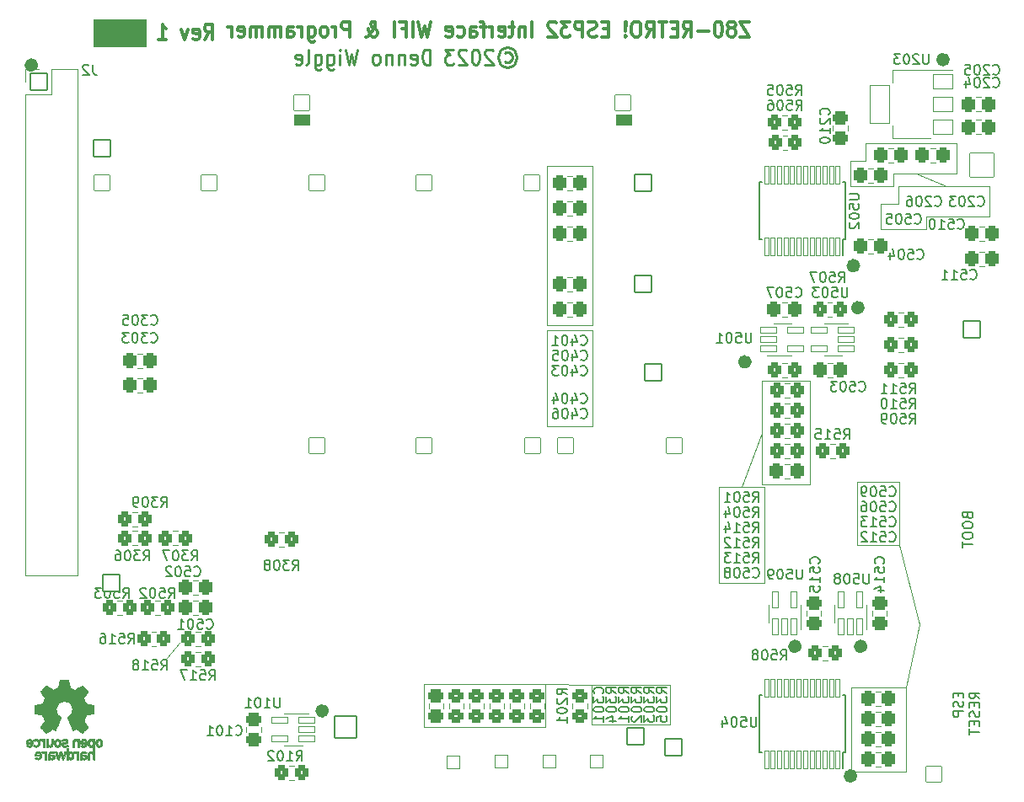
<source format=gbo>
G04 #@! TF.GenerationSoftware,KiCad,Pcbnew,7.0.2*
G04 #@! TF.CreationDate,2023-06-21T14:39:40-07:00*
G04 #@! TF.ProjectId,ESP32_Interface,45535033-325f-4496-9e74-657266616365,1*
G04 #@! TF.SameCoordinates,Original*
G04 #@! TF.FileFunction,Legend,Bot*
G04 #@! TF.FilePolarity,Positive*
%FSLAX46Y46*%
G04 Gerber Fmt 4.6, Leading zero omitted, Abs format (unit mm)*
G04 Created by KiCad (PCBNEW 7.0.2) date 2023-06-21 14:39:40*
%MOMM*%
%LPD*%
G01*
G04 APERTURE LIST*
G04 Aperture macros list*
%AMRoundRect*
0 Rectangle with rounded corners*
0 $1 Rounding radius*
0 $2 $3 $4 $5 $6 $7 $8 $9 X,Y pos of 4 corners*
0 Add a 4 corners polygon primitive as box body*
4,1,4,$2,$3,$4,$5,$6,$7,$8,$9,$2,$3,0*
0 Add four circle primitives for the rounded corners*
1,1,$1+$1,$2,$3*
1,1,$1+$1,$4,$5*
1,1,$1+$1,$6,$7*
1,1,$1+$1,$8,$9*
0 Add four rect primitives between the rounded corners*
20,1,$1+$1,$2,$3,$4,$5,0*
20,1,$1+$1,$4,$5,$6,$7,0*
20,1,$1+$1,$6,$7,$8,$9,0*
20,1,$1+$1,$8,$9,$2,$3,0*%
G04 Aperture macros list end*
%ADD10C,0.100000*%
%ADD11C,0.120000*%
%ADD12C,0.695000*%
%ADD13C,0.279400*%
%ADD14C,0.150000*%
%ADD15C,0.317500*%
%ADD16C,0.010000*%
%ADD17C,2.700000*%
%ADD18C,4.102000*%
%ADD19RoundRect,0.051000X0.800000X0.800000X-0.800000X0.800000X-0.800000X-0.800000X0.800000X-0.800000X0*%
%ADD20C,1.702000*%
%ADD21RoundRect,0.051000X0.650000X-0.650000X0.650000X0.650000X-0.650000X0.650000X-0.650000X-0.650000X0*%
%ADD22C,1.402000*%
%ADD23RoundRect,0.051000X-0.850000X-0.850000X0.850000X-0.850000X0.850000X0.850000X-0.850000X0.850000X0*%
%ADD24C,1.852000*%
%ADD25C,2.202000*%
%ADD26RoundRect,0.051000X-0.800000X-0.800000X0.800000X-0.800000X0.800000X0.800000X-0.800000X0.800000X0*%
%ADD27O,1.702000X1.702000*%
%ADD28RoundRect,0.051000X-1.200000X1.200000X-1.200000X-1.200000X1.200000X-1.200000X1.200000X1.200000X0*%
%ADD29O,2.502000X2.502000*%
%ADD30RoundRect,0.051000X-0.800000X0.800000X-0.800000X-0.800000X0.800000X-0.800000X0.800000X0.800000X0*%
%ADD31C,0.950000*%
%ADD32O,0.800000X0.800000*%
%ADD33O,1.252000X1.902000*%
%ADD34O,1.552000X2.102000*%
%ADD35RoundRect,0.051000X-1.100000X-1.100000X1.100000X-1.100000X1.100000X1.100000X-1.100000X1.100000X0*%
%ADD36C,2.302000*%
%ADD37O,1.802000X1.802000*%
%ADD38RoundRect,0.051000X0.800000X-0.800000X0.800000X0.800000X-0.800000X0.800000X-0.800000X-0.800000X0*%
%ADD39RoundRect,0.051000X0.850000X0.850000X-0.850000X0.850000X-0.850000X-0.850000X0.850000X-0.850000X0*%
%ADD40RoundRect,0.301000X0.337500X0.475000X-0.337500X0.475000X-0.337500X-0.475000X0.337500X-0.475000X0*%
%ADD41RoundRect,0.301000X0.350000X0.450000X-0.350000X0.450000X-0.350000X-0.450000X0.350000X-0.450000X0*%
%ADD42RoundRect,0.301000X0.450000X-0.350000X0.450000X0.350000X-0.450000X0.350000X-0.450000X-0.350000X0*%
%ADD43RoundRect,0.301000X-0.450000X0.350000X-0.450000X-0.350000X0.450000X-0.350000X0.450000X0.350000X0*%
%ADD44RoundRect,0.301000X-0.337500X-0.475000X0.337500X-0.475000X0.337500X0.475000X-0.337500X0.475000X0*%
%ADD45RoundRect,0.051000X0.325000X-0.780000X0.325000X0.780000X-0.325000X0.780000X-0.325000X-0.780000X0*%
%ADD46RoundRect,0.301000X-0.475000X0.337500X-0.475000X-0.337500X0.475000X-0.337500X0.475000X0.337500X0*%
%ADD47RoundRect,0.301000X-0.350000X-0.450000X0.350000X-0.450000X0.350000X0.450000X-0.350000X0.450000X0*%
%ADD48RoundRect,0.051000X0.225000X-0.875000X0.225000X0.875000X-0.225000X0.875000X-0.225000X-0.875000X0*%
%ADD49RoundRect,0.301000X0.475000X-0.337500X0.475000X0.337500X-0.475000X0.337500X-0.475000X-0.337500X0*%
%ADD50RoundRect,0.051000X0.780000X0.325000X-0.780000X0.325000X-0.780000X-0.325000X0.780000X-0.325000X0*%
%ADD51RoundRect,0.051000X-0.780000X-0.325000X0.780000X-0.325000X0.780000X0.325000X-0.780000X0.325000X0*%
%ADD52RoundRect,0.051000X1.000000X0.750000X-1.000000X0.750000X-1.000000X-0.750000X1.000000X-0.750000X0*%
%ADD53RoundRect,0.051000X1.000000X1.900000X-1.000000X1.900000X-1.000000X-1.900000X1.000000X-1.900000X0*%
G04 APERTURE END LIST*
D10*
X114046000Y-67183000D02*
X112522000Y-67183000D01*
X112522000Y-66167000D01*
X114046000Y-66167000D01*
X114046000Y-67183000D01*
G36*
X114046000Y-67183000D02*
G01*
X112522000Y-67183000D01*
X112522000Y-66167000D01*
X114046000Y-66167000D01*
X114046000Y-67183000D01*
G37*
D11*
X142367000Y-123520200D02*
X137718800Y-123444000D01*
X137922000Y-87884000D02*
X142494000Y-87884000D01*
X142494000Y-97536000D01*
X137922000Y-97536000D01*
X137922000Y-87884000D01*
X142367000Y-123520200D02*
X150241000Y-123520200D01*
X150241000Y-127457200D01*
X142367000Y-127457200D01*
X142367000Y-123520200D01*
X173278800Y-109474000D02*
X175361600Y-117398800D01*
X159512000Y-98171000D02*
X157480000Y-103632000D01*
X182372000Y-76454000D02*
X176022000Y-76454000D01*
X176022000Y-77724000D01*
X171450000Y-77724000D01*
X171450000Y-75184000D01*
X173228000Y-75184000D01*
X173228000Y-73406000D01*
X182372000Y-73406000D01*
X182372000Y-76454000D01*
D12*
X168749500Y-132664200D02*
G75*
G03*
X168749500Y-132664200I-347500J0D01*
G01*
D10*
X146367500Y-67183000D02*
X144843500Y-67183000D01*
X144843500Y-66167000D01*
X146367500Y-66167000D01*
X146367500Y-67183000D01*
G36*
X146367500Y-67183000D02*
G01*
X144843500Y-67183000D01*
X144843500Y-66167000D01*
X146367500Y-66167000D01*
X146367500Y-67183000D01*
G37*
D11*
X168452800Y-123723400D02*
X173939200Y-123723400D01*
X173939200Y-132207000D01*
X168452800Y-132207000D01*
X168452800Y-123723400D01*
X175361600Y-117398800D02*
X173939200Y-123723400D01*
X169062400Y-103124000D02*
X173278800Y-103124000D01*
X173278800Y-109474000D01*
X169062400Y-109474000D01*
X169062400Y-103124000D01*
X155194000Y-103632000D02*
X159766000Y-103632000D01*
X159766000Y-113284000D01*
X155194000Y-113284000D01*
X155194000Y-103632000D01*
D12*
X163161500Y-119634000D02*
G75*
G03*
X163161500Y-119634000I-347500J0D01*
G01*
X115663500Y-126111000D02*
G75*
G03*
X115663500Y-126111000I-347500J0D01*
G01*
D11*
X92361000Y-56627000D02*
X97631000Y-56627000D01*
X97631000Y-59309000D01*
X92361000Y-59309000D01*
X92361000Y-56627000D01*
G36*
X92361000Y-56627000D02*
G01*
X97631000Y-56627000D01*
X97631000Y-59309000D01*
X92361000Y-59309000D01*
X92361000Y-56627000D01*
G37*
D12*
X86453500Y-61214000D02*
G75*
G03*
X86453500Y-61214000I-347500J0D01*
G01*
X169765500Y-119634000D02*
G75*
G03*
X169765500Y-119634000I-347500J0D01*
G01*
D11*
X137922000Y-71374000D02*
X142494000Y-71374000D01*
X142494000Y-87376000D01*
X137922000Y-87376000D01*
X137922000Y-71374000D01*
D12*
X178045900Y-60655200D02*
G75*
G03*
X178045900Y-60655200I-347500J0D01*
G01*
D11*
X100965000Y-119253000D02*
X99695000Y-120777000D01*
D12*
X169486100Y-85598000D02*
G75*
G03*
X169486100Y-85598000I-347500J0D01*
G01*
X169028900Y-81381600D02*
G75*
G03*
X169028900Y-81381600I-347500J0D01*
G01*
D11*
X179070000Y-72136000D02*
X172720000Y-72136000D01*
X172720000Y-73406000D01*
X168402000Y-73406000D01*
X168402000Y-70866000D01*
X169926000Y-70866000D01*
X169926000Y-69088000D01*
X179070000Y-69088000D01*
X179070000Y-72136000D01*
D12*
X158132300Y-91033600D02*
G75*
G03*
X158132300Y-91033600I-347500J0D01*
G01*
D11*
X178054000Y-73406000D02*
X175006000Y-72136000D01*
X125526800Y-123444000D02*
X137718800Y-123444000D01*
X137718800Y-127762000D01*
X125526800Y-127762000D01*
X125526800Y-123444000D01*
X159512000Y-92964000D02*
X164338000Y-92964000D01*
X164338000Y-103378000D01*
X159512000Y-103378000D01*
X159512000Y-92964000D01*
D13*
X133664476Y-59995888D02*
X133797523Y-59923317D01*
X133797523Y-59923317D02*
X134063619Y-59923317D01*
X134063619Y-59923317D02*
X134196666Y-59995888D01*
X134196666Y-59995888D02*
X134329714Y-60141031D01*
X134329714Y-60141031D02*
X134396238Y-60286174D01*
X134396238Y-60286174D02*
X134396238Y-60576460D01*
X134396238Y-60576460D02*
X134329714Y-60721602D01*
X134329714Y-60721602D02*
X134196666Y-60866745D01*
X134196666Y-60866745D02*
X134063619Y-60939317D01*
X134063619Y-60939317D02*
X133797523Y-60939317D01*
X133797523Y-60939317D02*
X133664476Y-60866745D01*
X133930571Y-59415317D02*
X134263190Y-59487888D01*
X134263190Y-59487888D02*
X134595809Y-59705602D01*
X134595809Y-59705602D02*
X134795380Y-60068460D01*
X134795380Y-60068460D02*
X134861904Y-60431317D01*
X134861904Y-60431317D02*
X134795380Y-60794174D01*
X134795380Y-60794174D02*
X134595809Y-61157031D01*
X134595809Y-61157031D02*
X134263190Y-61374745D01*
X134263190Y-61374745D02*
X133930571Y-61447317D01*
X133930571Y-61447317D02*
X133597952Y-61374745D01*
X133597952Y-61374745D02*
X133265333Y-61157031D01*
X133265333Y-61157031D02*
X133065761Y-60794174D01*
X133065761Y-60794174D02*
X132999238Y-60431317D01*
X132999238Y-60431317D02*
X133065761Y-60068460D01*
X133065761Y-60068460D02*
X133265333Y-59705602D01*
X133265333Y-59705602D02*
X133597952Y-59487888D01*
X133597952Y-59487888D02*
X133930571Y-59415317D01*
X132467047Y-59778174D02*
X132400523Y-59705602D01*
X132400523Y-59705602D02*
X132267476Y-59633031D01*
X132267476Y-59633031D02*
X131934857Y-59633031D01*
X131934857Y-59633031D02*
X131801809Y-59705602D01*
X131801809Y-59705602D02*
X131735285Y-59778174D01*
X131735285Y-59778174D02*
X131668762Y-59923317D01*
X131668762Y-59923317D02*
X131668762Y-60068460D01*
X131668762Y-60068460D02*
X131735285Y-60286174D01*
X131735285Y-60286174D02*
X132533571Y-61157031D01*
X132533571Y-61157031D02*
X131668762Y-61157031D01*
X130803952Y-59633031D02*
X130670905Y-59633031D01*
X130670905Y-59633031D02*
X130537857Y-59705602D01*
X130537857Y-59705602D02*
X130471333Y-59778174D01*
X130471333Y-59778174D02*
X130404809Y-59923317D01*
X130404809Y-59923317D02*
X130338286Y-60213602D01*
X130338286Y-60213602D02*
X130338286Y-60576460D01*
X130338286Y-60576460D02*
X130404809Y-60866745D01*
X130404809Y-60866745D02*
X130471333Y-61011888D01*
X130471333Y-61011888D02*
X130537857Y-61084460D01*
X130537857Y-61084460D02*
X130670905Y-61157031D01*
X130670905Y-61157031D02*
X130803952Y-61157031D01*
X130803952Y-61157031D02*
X130937000Y-61084460D01*
X130937000Y-61084460D02*
X131003524Y-61011888D01*
X131003524Y-61011888D02*
X131070047Y-60866745D01*
X131070047Y-60866745D02*
X131136571Y-60576460D01*
X131136571Y-60576460D02*
X131136571Y-60213602D01*
X131136571Y-60213602D02*
X131070047Y-59923317D01*
X131070047Y-59923317D02*
X131003524Y-59778174D01*
X131003524Y-59778174D02*
X130937000Y-59705602D01*
X130937000Y-59705602D02*
X130803952Y-59633031D01*
X129806095Y-59778174D02*
X129739571Y-59705602D01*
X129739571Y-59705602D02*
X129606524Y-59633031D01*
X129606524Y-59633031D02*
X129273905Y-59633031D01*
X129273905Y-59633031D02*
X129140857Y-59705602D01*
X129140857Y-59705602D02*
X129074333Y-59778174D01*
X129074333Y-59778174D02*
X129007810Y-59923317D01*
X129007810Y-59923317D02*
X129007810Y-60068460D01*
X129007810Y-60068460D02*
X129074333Y-60286174D01*
X129074333Y-60286174D02*
X129872619Y-61157031D01*
X129872619Y-61157031D02*
X129007810Y-61157031D01*
X128542143Y-59633031D02*
X127677334Y-59633031D01*
X127677334Y-59633031D02*
X128143000Y-60213602D01*
X128143000Y-60213602D02*
X127943429Y-60213602D01*
X127943429Y-60213602D02*
X127810381Y-60286174D01*
X127810381Y-60286174D02*
X127743857Y-60358745D01*
X127743857Y-60358745D02*
X127677334Y-60503888D01*
X127677334Y-60503888D02*
X127677334Y-60866745D01*
X127677334Y-60866745D02*
X127743857Y-61011888D01*
X127743857Y-61011888D02*
X127810381Y-61084460D01*
X127810381Y-61084460D02*
X127943429Y-61157031D01*
X127943429Y-61157031D02*
X128342572Y-61157031D01*
X128342572Y-61157031D02*
X128475619Y-61084460D01*
X128475619Y-61084460D02*
X128542143Y-61011888D01*
D14*
X180151809Y-106489428D02*
X180199428Y-106632285D01*
X180199428Y-106632285D02*
X180247047Y-106679904D01*
X180247047Y-106679904D02*
X180342285Y-106727523D01*
X180342285Y-106727523D02*
X180485142Y-106727523D01*
X180485142Y-106727523D02*
X180580380Y-106679904D01*
X180580380Y-106679904D02*
X180628000Y-106632285D01*
X180628000Y-106632285D02*
X180675619Y-106537047D01*
X180675619Y-106537047D02*
X180675619Y-106156095D01*
X180675619Y-106156095D02*
X179675619Y-106156095D01*
X179675619Y-106156095D02*
X179675619Y-106489428D01*
X179675619Y-106489428D02*
X179723238Y-106584666D01*
X179723238Y-106584666D02*
X179770857Y-106632285D01*
X179770857Y-106632285D02*
X179866095Y-106679904D01*
X179866095Y-106679904D02*
X179961333Y-106679904D01*
X179961333Y-106679904D02*
X180056571Y-106632285D01*
X180056571Y-106632285D02*
X180104190Y-106584666D01*
X180104190Y-106584666D02*
X180151809Y-106489428D01*
X180151809Y-106489428D02*
X180151809Y-106156095D01*
X179675619Y-107346571D02*
X179675619Y-107537047D01*
X179675619Y-107537047D02*
X179723238Y-107632285D01*
X179723238Y-107632285D02*
X179818476Y-107727523D01*
X179818476Y-107727523D02*
X180008952Y-107775142D01*
X180008952Y-107775142D02*
X180342285Y-107775142D01*
X180342285Y-107775142D02*
X180532761Y-107727523D01*
X180532761Y-107727523D02*
X180628000Y-107632285D01*
X180628000Y-107632285D02*
X180675619Y-107537047D01*
X180675619Y-107537047D02*
X180675619Y-107346571D01*
X180675619Y-107346571D02*
X180628000Y-107251333D01*
X180628000Y-107251333D02*
X180532761Y-107156095D01*
X180532761Y-107156095D02*
X180342285Y-107108476D01*
X180342285Y-107108476D02*
X180008952Y-107108476D01*
X180008952Y-107108476D02*
X179818476Y-107156095D01*
X179818476Y-107156095D02*
X179723238Y-107251333D01*
X179723238Y-107251333D02*
X179675619Y-107346571D01*
X179675619Y-108394190D02*
X179675619Y-108584666D01*
X179675619Y-108584666D02*
X179723238Y-108679904D01*
X179723238Y-108679904D02*
X179818476Y-108775142D01*
X179818476Y-108775142D02*
X180008952Y-108822761D01*
X180008952Y-108822761D02*
X180342285Y-108822761D01*
X180342285Y-108822761D02*
X180532761Y-108775142D01*
X180532761Y-108775142D02*
X180628000Y-108679904D01*
X180628000Y-108679904D02*
X180675619Y-108584666D01*
X180675619Y-108584666D02*
X180675619Y-108394190D01*
X180675619Y-108394190D02*
X180628000Y-108298952D01*
X180628000Y-108298952D02*
X180532761Y-108203714D01*
X180532761Y-108203714D02*
X180342285Y-108156095D01*
X180342285Y-108156095D02*
X180008952Y-108156095D01*
X180008952Y-108156095D02*
X179818476Y-108203714D01*
X179818476Y-108203714D02*
X179723238Y-108298952D01*
X179723238Y-108298952D02*
X179675619Y-108394190D01*
X179675619Y-109108476D02*
X179675619Y-109679904D01*
X180675619Y-109394190D02*
X179675619Y-109394190D01*
D13*
X126159380Y-61157031D02*
X126159380Y-59633031D01*
X126159380Y-59633031D02*
X125826761Y-59633031D01*
X125826761Y-59633031D02*
X125627190Y-59705602D01*
X125627190Y-59705602D02*
X125494142Y-59850745D01*
X125494142Y-59850745D02*
X125427619Y-59995888D01*
X125427619Y-59995888D02*
X125361095Y-60286174D01*
X125361095Y-60286174D02*
X125361095Y-60503888D01*
X125361095Y-60503888D02*
X125427619Y-60794174D01*
X125427619Y-60794174D02*
X125494142Y-60939317D01*
X125494142Y-60939317D02*
X125627190Y-61084460D01*
X125627190Y-61084460D02*
X125826761Y-61157031D01*
X125826761Y-61157031D02*
X126159380Y-61157031D01*
X124230190Y-61084460D02*
X124363238Y-61157031D01*
X124363238Y-61157031D02*
X124629333Y-61157031D01*
X124629333Y-61157031D02*
X124762380Y-61084460D01*
X124762380Y-61084460D02*
X124828904Y-60939317D01*
X124828904Y-60939317D02*
X124828904Y-60358745D01*
X124828904Y-60358745D02*
X124762380Y-60213602D01*
X124762380Y-60213602D02*
X124629333Y-60141031D01*
X124629333Y-60141031D02*
X124363238Y-60141031D01*
X124363238Y-60141031D02*
X124230190Y-60213602D01*
X124230190Y-60213602D02*
X124163666Y-60358745D01*
X124163666Y-60358745D02*
X124163666Y-60503888D01*
X124163666Y-60503888D02*
X124828904Y-60649031D01*
X123564951Y-60141031D02*
X123564951Y-61157031D01*
X123564951Y-60286174D02*
X123498428Y-60213602D01*
X123498428Y-60213602D02*
X123365380Y-60141031D01*
X123365380Y-60141031D02*
X123165809Y-60141031D01*
X123165809Y-60141031D02*
X123032761Y-60213602D01*
X123032761Y-60213602D02*
X122966237Y-60358745D01*
X122966237Y-60358745D02*
X122966237Y-61157031D01*
X122300999Y-60141031D02*
X122300999Y-61157031D01*
X122300999Y-60286174D02*
X122234476Y-60213602D01*
X122234476Y-60213602D02*
X122101428Y-60141031D01*
X122101428Y-60141031D02*
X121901857Y-60141031D01*
X121901857Y-60141031D02*
X121768809Y-60213602D01*
X121768809Y-60213602D02*
X121702285Y-60358745D01*
X121702285Y-60358745D02*
X121702285Y-61157031D01*
X120837476Y-61157031D02*
X120970524Y-61084460D01*
X120970524Y-61084460D02*
X121037047Y-61011888D01*
X121037047Y-61011888D02*
X121103571Y-60866745D01*
X121103571Y-60866745D02*
X121103571Y-60431317D01*
X121103571Y-60431317D02*
X121037047Y-60286174D01*
X121037047Y-60286174D02*
X120970524Y-60213602D01*
X120970524Y-60213602D02*
X120837476Y-60141031D01*
X120837476Y-60141031D02*
X120637905Y-60141031D01*
X120637905Y-60141031D02*
X120504857Y-60213602D01*
X120504857Y-60213602D02*
X120438333Y-60286174D01*
X120438333Y-60286174D02*
X120371809Y-60431317D01*
X120371809Y-60431317D02*
X120371809Y-60866745D01*
X120371809Y-60866745D02*
X120438333Y-61011888D01*
X120438333Y-61011888D02*
X120504857Y-61084460D01*
X120504857Y-61084460D02*
X120637905Y-61157031D01*
X120637905Y-61157031D02*
X120837476Y-61157031D01*
X118841762Y-59633031D02*
X118509143Y-61157031D01*
X118509143Y-61157031D02*
X118243048Y-60068460D01*
X118243048Y-60068460D02*
X117976953Y-61157031D01*
X117976953Y-61157031D02*
X117644334Y-59633031D01*
X117112143Y-61157031D02*
X117112143Y-60141031D01*
X117112143Y-59633031D02*
X117178667Y-59705602D01*
X117178667Y-59705602D02*
X117112143Y-59778174D01*
X117112143Y-59778174D02*
X117045620Y-59705602D01*
X117045620Y-59705602D02*
X117112143Y-59633031D01*
X117112143Y-59633031D02*
X117112143Y-59778174D01*
X115848191Y-60141031D02*
X115848191Y-61374745D01*
X115848191Y-61374745D02*
X115914715Y-61519888D01*
X115914715Y-61519888D02*
X115981239Y-61592460D01*
X115981239Y-61592460D02*
X116114286Y-61665031D01*
X116114286Y-61665031D02*
X116313858Y-61665031D01*
X116313858Y-61665031D02*
X116446905Y-61592460D01*
X115848191Y-61084460D02*
X115981239Y-61157031D01*
X115981239Y-61157031D02*
X116247334Y-61157031D01*
X116247334Y-61157031D02*
X116380382Y-61084460D01*
X116380382Y-61084460D02*
X116446905Y-61011888D01*
X116446905Y-61011888D02*
X116513429Y-60866745D01*
X116513429Y-60866745D02*
X116513429Y-60431317D01*
X116513429Y-60431317D02*
X116446905Y-60286174D01*
X116446905Y-60286174D02*
X116380382Y-60213602D01*
X116380382Y-60213602D02*
X116247334Y-60141031D01*
X116247334Y-60141031D02*
X115981239Y-60141031D01*
X115981239Y-60141031D02*
X115848191Y-60213602D01*
X114584239Y-60141031D02*
X114584239Y-61374745D01*
X114584239Y-61374745D02*
X114650763Y-61519888D01*
X114650763Y-61519888D02*
X114717287Y-61592460D01*
X114717287Y-61592460D02*
X114850334Y-61665031D01*
X114850334Y-61665031D02*
X115049906Y-61665031D01*
X115049906Y-61665031D02*
X115182953Y-61592460D01*
X114584239Y-61084460D02*
X114717287Y-61157031D01*
X114717287Y-61157031D02*
X114983382Y-61157031D01*
X114983382Y-61157031D02*
X115116430Y-61084460D01*
X115116430Y-61084460D02*
X115182953Y-61011888D01*
X115182953Y-61011888D02*
X115249477Y-60866745D01*
X115249477Y-60866745D02*
X115249477Y-60431317D01*
X115249477Y-60431317D02*
X115182953Y-60286174D01*
X115182953Y-60286174D02*
X115116430Y-60213602D01*
X115116430Y-60213602D02*
X114983382Y-60141031D01*
X114983382Y-60141031D02*
X114717287Y-60141031D01*
X114717287Y-60141031D02*
X114584239Y-60213602D01*
X113719430Y-61157031D02*
X113852478Y-61084460D01*
X113852478Y-61084460D02*
X113919001Y-60939317D01*
X113919001Y-60939317D02*
X113919001Y-59633031D01*
X112655049Y-61084460D02*
X112788097Y-61157031D01*
X112788097Y-61157031D02*
X113054192Y-61157031D01*
X113054192Y-61157031D02*
X113187239Y-61084460D01*
X113187239Y-61084460D02*
X113253763Y-60939317D01*
X113253763Y-60939317D02*
X113253763Y-60358745D01*
X113253763Y-60358745D02*
X113187239Y-60213602D01*
X113187239Y-60213602D02*
X113054192Y-60141031D01*
X113054192Y-60141031D02*
X112788097Y-60141031D01*
X112788097Y-60141031D02*
X112655049Y-60213602D01*
X112655049Y-60213602D02*
X112588525Y-60358745D01*
X112588525Y-60358745D02*
X112588525Y-60503888D01*
X112588525Y-60503888D02*
X113253763Y-60649031D01*
D14*
X179214809Y-124317095D02*
X179214809Y-124650428D01*
X179738619Y-124793285D02*
X179738619Y-124317095D01*
X179738619Y-124317095D02*
X178738619Y-124317095D01*
X178738619Y-124317095D02*
X178738619Y-124793285D01*
X179691000Y-125174238D02*
X179738619Y-125317095D01*
X179738619Y-125317095D02*
X179738619Y-125555190D01*
X179738619Y-125555190D02*
X179691000Y-125650428D01*
X179691000Y-125650428D02*
X179643380Y-125698047D01*
X179643380Y-125698047D02*
X179548142Y-125745666D01*
X179548142Y-125745666D02*
X179452904Y-125745666D01*
X179452904Y-125745666D02*
X179357666Y-125698047D01*
X179357666Y-125698047D02*
X179310047Y-125650428D01*
X179310047Y-125650428D02*
X179262428Y-125555190D01*
X179262428Y-125555190D02*
X179214809Y-125364714D01*
X179214809Y-125364714D02*
X179167190Y-125269476D01*
X179167190Y-125269476D02*
X179119571Y-125221857D01*
X179119571Y-125221857D02*
X179024333Y-125174238D01*
X179024333Y-125174238D02*
X178929095Y-125174238D01*
X178929095Y-125174238D02*
X178833857Y-125221857D01*
X178833857Y-125221857D02*
X178786238Y-125269476D01*
X178786238Y-125269476D02*
X178738619Y-125364714D01*
X178738619Y-125364714D02*
X178738619Y-125602809D01*
X178738619Y-125602809D02*
X178786238Y-125745666D01*
X179738619Y-126174238D02*
X178738619Y-126174238D01*
X178738619Y-126174238D02*
X178738619Y-126555190D01*
X178738619Y-126555190D02*
X178786238Y-126650428D01*
X178786238Y-126650428D02*
X178833857Y-126698047D01*
X178833857Y-126698047D02*
X178929095Y-126745666D01*
X178929095Y-126745666D02*
X179071952Y-126745666D01*
X179071952Y-126745666D02*
X179167190Y-126698047D01*
X179167190Y-126698047D02*
X179214809Y-126650428D01*
X179214809Y-126650428D02*
X179262428Y-126555190D01*
X179262428Y-126555190D02*
X179262428Y-126174238D01*
X181358619Y-124888523D02*
X180882428Y-124555190D01*
X181358619Y-124317095D02*
X180358619Y-124317095D01*
X180358619Y-124317095D02*
X180358619Y-124698047D01*
X180358619Y-124698047D02*
X180406238Y-124793285D01*
X180406238Y-124793285D02*
X180453857Y-124840904D01*
X180453857Y-124840904D02*
X180549095Y-124888523D01*
X180549095Y-124888523D02*
X180691952Y-124888523D01*
X180691952Y-124888523D02*
X180787190Y-124840904D01*
X180787190Y-124840904D02*
X180834809Y-124793285D01*
X180834809Y-124793285D02*
X180882428Y-124698047D01*
X180882428Y-124698047D02*
X180882428Y-124317095D01*
X180834809Y-125317095D02*
X180834809Y-125650428D01*
X181358619Y-125793285D02*
X181358619Y-125317095D01*
X181358619Y-125317095D02*
X180358619Y-125317095D01*
X180358619Y-125317095D02*
X180358619Y-125793285D01*
X181311000Y-126174238D02*
X181358619Y-126317095D01*
X181358619Y-126317095D02*
X181358619Y-126555190D01*
X181358619Y-126555190D02*
X181311000Y-126650428D01*
X181311000Y-126650428D02*
X181263380Y-126698047D01*
X181263380Y-126698047D02*
X181168142Y-126745666D01*
X181168142Y-126745666D02*
X181072904Y-126745666D01*
X181072904Y-126745666D02*
X180977666Y-126698047D01*
X180977666Y-126698047D02*
X180930047Y-126650428D01*
X180930047Y-126650428D02*
X180882428Y-126555190D01*
X180882428Y-126555190D02*
X180834809Y-126364714D01*
X180834809Y-126364714D02*
X180787190Y-126269476D01*
X180787190Y-126269476D02*
X180739571Y-126221857D01*
X180739571Y-126221857D02*
X180644333Y-126174238D01*
X180644333Y-126174238D02*
X180549095Y-126174238D01*
X180549095Y-126174238D02*
X180453857Y-126221857D01*
X180453857Y-126221857D02*
X180406238Y-126269476D01*
X180406238Y-126269476D02*
X180358619Y-126364714D01*
X180358619Y-126364714D02*
X180358619Y-126602809D01*
X180358619Y-126602809D02*
X180406238Y-126745666D01*
X180834809Y-127174238D02*
X180834809Y-127507571D01*
X181358619Y-127650428D02*
X181358619Y-127174238D01*
X181358619Y-127174238D02*
X180358619Y-127174238D01*
X180358619Y-127174238D02*
X180358619Y-127650428D01*
X180358619Y-127936143D02*
X180358619Y-128507571D01*
X181358619Y-128221857D02*
X180358619Y-128221857D01*
D15*
X158257119Y-56839031D02*
X157325786Y-56839031D01*
X157325786Y-56839031D02*
X158257119Y-58363031D01*
X158257119Y-58363031D02*
X157325786Y-58363031D01*
X156594024Y-57492174D02*
X156727072Y-57419602D01*
X156727072Y-57419602D02*
X156793595Y-57347031D01*
X156793595Y-57347031D02*
X156860119Y-57201888D01*
X156860119Y-57201888D02*
X156860119Y-57129317D01*
X156860119Y-57129317D02*
X156793595Y-56984174D01*
X156793595Y-56984174D02*
X156727072Y-56911602D01*
X156727072Y-56911602D02*
X156594024Y-56839031D01*
X156594024Y-56839031D02*
X156327929Y-56839031D01*
X156327929Y-56839031D02*
X156194881Y-56911602D01*
X156194881Y-56911602D02*
X156128357Y-56984174D01*
X156128357Y-56984174D02*
X156061834Y-57129317D01*
X156061834Y-57129317D02*
X156061834Y-57201888D01*
X156061834Y-57201888D02*
X156128357Y-57347031D01*
X156128357Y-57347031D02*
X156194881Y-57419602D01*
X156194881Y-57419602D02*
X156327929Y-57492174D01*
X156327929Y-57492174D02*
X156594024Y-57492174D01*
X156594024Y-57492174D02*
X156727072Y-57564745D01*
X156727072Y-57564745D02*
X156793595Y-57637317D01*
X156793595Y-57637317D02*
X156860119Y-57782460D01*
X156860119Y-57782460D02*
X156860119Y-58072745D01*
X156860119Y-58072745D02*
X156793595Y-58217888D01*
X156793595Y-58217888D02*
X156727072Y-58290460D01*
X156727072Y-58290460D02*
X156594024Y-58363031D01*
X156594024Y-58363031D02*
X156327929Y-58363031D01*
X156327929Y-58363031D02*
X156194881Y-58290460D01*
X156194881Y-58290460D02*
X156128357Y-58217888D01*
X156128357Y-58217888D02*
X156061834Y-58072745D01*
X156061834Y-58072745D02*
X156061834Y-57782460D01*
X156061834Y-57782460D02*
X156128357Y-57637317D01*
X156128357Y-57637317D02*
X156194881Y-57564745D01*
X156194881Y-57564745D02*
X156327929Y-57492174D01*
X155197024Y-56839031D02*
X155063977Y-56839031D01*
X155063977Y-56839031D02*
X154930929Y-56911602D01*
X154930929Y-56911602D02*
X154864405Y-56984174D01*
X154864405Y-56984174D02*
X154797881Y-57129317D01*
X154797881Y-57129317D02*
X154731358Y-57419602D01*
X154731358Y-57419602D02*
X154731358Y-57782460D01*
X154731358Y-57782460D02*
X154797881Y-58072745D01*
X154797881Y-58072745D02*
X154864405Y-58217888D01*
X154864405Y-58217888D02*
X154930929Y-58290460D01*
X154930929Y-58290460D02*
X155063977Y-58363031D01*
X155063977Y-58363031D02*
X155197024Y-58363031D01*
X155197024Y-58363031D02*
X155330072Y-58290460D01*
X155330072Y-58290460D02*
X155396596Y-58217888D01*
X155396596Y-58217888D02*
X155463119Y-58072745D01*
X155463119Y-58072745D02*
X155529643Y-57782460D01*
X155529643Y-57782460D02*
X155529643Y-57419602D01*
X155529643Y-57419602D02*
X155463119Y-57129317D01*
X155463119Y-57129317D02*
X155396596Y-56984174D01*
X155396596Y-56984174D02*
X155330072Y-56911602D01*
X155330072Y-56911602D02*
X155197024Y-56839031D01*
X154132643Y-57782460D02*
X153068263Y-57782460D01*
X151604739Y-58363031D02*
X152070405Y-57637317D01*
X152403024Y-58363031D02*
X152403024Y-56839031D01*
X152403024Y-56839031D02*
X151870834Y-56839031D01*
X151870834Y-56839031D02*
X151737786Y-56911602D01*
X151737786Y-56911602D02*
X151671263Y-56984174D01*
X151671263Y-56984174D02*
X151604739Y-57129317D01*
X151604739Y-57129317D02*
X151604739Y-57347031D01*
X151604739Y-57347031D02*
X151671263Y-57492174D01*
X151671263Y-57492174D02*
X151737786Y-57564745D01*
X151737786Y-57564745D02*
X151870834Y-57637317D01*
X151870834Y-57637317D02*
X152403024Y-57637317D01*
X151006024Y-57564745D02*
X150540358Y-57564745D01*
X150340786Y-58363031D02*
X151006024Y-58363031D01*
X151006024Y-58363031D02*
X151006024Y-56839031D01*
X151006024Y-56839031D02*
X150340786Y-56839031D01*
X149941644Y-56839031D02*
X149143358Y-56839031D01*
X149542501Y-58363031D02*
X149542501Y-56839031D01*
X147879406Y-58363031D02*
X148345072Y-57637317D01*
X148677691Y-58363031D02*
X148677691Y-56839031D01*
X148677691Y-56839031D02*
X148145501Y-56839031D01*
X148145501Y-56839031D02*
X148012453Y-56911602D01*
X148012453Y-56911602D02*
X147945930Y-56984174D01*
X147945930Y-56984174D02*
X147879406Y-57129317D01*
X147879406Y-57129317D02*
X147879406Y-57347031D01*
X147879406Y-57347031D02*
X147945930Y-57492174D01*
X147945930Y-57492174D02*
X148012453Y-57564745D01*
X148012453Y-57564745D02*
X148145501Y-57637317D01*
X148145501Y-57637317D02*
X148677691Y-57637317D01*
X147014596Y-56839031D02*
X146748501Y-56839031D01*
X146748501Y-56839031D02*
X146615453Y-56911602D01*
X146615453Y-56911602D02*
X146482406Y-57056745D01*
X146482406Y-57056745D02*
X146415882Y-57347031D01*
X146415882Y-57347031D02*
X146415882Y-57855031D01*
X146415882Y-57855031D02*
X146482406Y-58145317D01*
X146482406Y-58145317D02*
X146615453Y-58290460D01*
X146615453Y-58290460D02*
X146748501Y-58363031D01*
X146748501Y-58363031D02*
X147014596Y-58363031D01*
X147014596Y-58363031D02*
X147147644Y-58290460D01*
X147147644Y-58290460D02*
X147280691Y-58145317D01*
X147280691Y-58145317D02*
X147347215Y-57855031D01*
X147347215Y-57855031D02*
X147347215Y-57347031D01*
X147347215Y-57347031D02*
X147280691Y-57056745D01*
X147280691Y-57056745D02*
X147147644Y-56911602D01*
X147147644Y-56911602D02*
X147014596Y-56839031D01*
X145817167Y-58217888D02*
X145750644Y-58290460D01*
X145750644Y-58290460D02*
X145817167Y-58363031D01*
X145817167Y-58363031D02*
X145883691Y-58290460D01*
X145883691Y-58290460D02*
X145817167Y-58217888D01*
X145817167Y-58217888D02*
X145817167Y-58363031D01*
X145817167Y-57782460D02*
X145883691Y-56911602D01*
X145883691Y-56911602D02*
X145817167Y-56839031D01*
X145817167Y-56839031D02*
X145750644Y-56911602D01*
X145750644Y-56911602D02*
X145817167Y-57782460D01*
X145817167Y-57782460D02*
X145817167Y-56839031D01*
X144087548Y-57564745D02*
X143621882Y-57564745D01*
X143422310Y-58363031D02*
X144087548Y-58363031D01*
X144087548Y-58363031D02*
X144087548Y-56839031D01*
X144087548Y-56839031D02*
X143422310Y-56839031D01*
X142890120Y-58290460D02*
X142690549Y-58363031D01*
X142690549Y-58363031D02*
X142357930Y-58363031D01*
X142357930Y-58363031D02*
X142224882Y-58290460D01*
X142224882Y-58290460D02*
X142158358Y-58217888D01*
X142158358Y-58217888D02*
X142091835Y-58072745D01*
X142091835Y-58072745D02*
X142091835Y-57927602D01*
X142091835Y-57927602D02*
X142158358Y-57782460D01*
X142158358Y-57782460D02*
X142224882Y-57709888D01*
X142224882Y-57709888D02*
X142357930Y-57637317D01*
X142357930Y-57637317D02*
X142624025Y-57564745D01*
X142624025Y-57564745D02*
X142757073Y-57492174D01*
X142757073Y-57492174D02*
X142823596Y-57419602D01*
X142823596Y-57419602D02*
X142890120Y-57274460D01*
X142890120Y-57274460D02*
X142890120Y-57129317D01*
X142890120Y-57129317D02*
X142823596Y-56984174D01*
X142823596Y-56984174D02*
X142757073Y-56911602D01*
X142757073Y-56911602D02*
X142624025Y-56839031D01*
X142624025Y-56839031D02*
X142291406Y-56839031D01*
X142291406Y-56839031D02*
X142091835Y-56911602D01*
X141493120Y-58363031D02*
X141493120Y-56839031D01*
X141493120Y-56839031D02*
X140960930Y-56839031D01*
X140960930Y-56839031D02*
X140827882Y-56911602D01*
X140827882Y-56911602D02*
X140761359Y-56984174D01*
X140761359Y-56984174D02*
X140694835Y-57129317D01*
X140694835Y-57129317D02*
X140694835Y-57347031D01*
X140694835Y-57347031D02*
X140761359Y-57492174D01*
X140761359Y-57492174D02*
X140827882Y-57564745D01*
X140827882Y-57564745D02*
X140960930Y-57637317D01*
X140960930Y-57637317D02*
X141493120Y-57637317D01*
X140229168Y-56839031D02*
X139364359Y-56839031D01*
X139364359Y-56839031D02*
X139830025Y-57419602D01*
X139830025Y-57419602D02*
X139630454Y-57419602D01*
X139630454Y-57419602D02*
X139497406Y-57492174D01*
X139497406Y-57492174D02*
X139430882Y-57564745D01*
X139430882Y-57564745D02*
X139364359Y-57709888D01*
X139364359Y-57709888D02*
X139364359Y-58072745D01*
X139364359Y-58072745D02*
X139430882Y-58217888D01*
X139430882Y-58217888D02*
X139497406Y-58290460D01*
X139497406Y-58290460D02*
X139630454Y-58363031D01*
X139630454Y-58363031D02*
X140029597Y-58363031D01*
X140029597Y-58363031D02*
X140162644Y-58290460D01*
X140162644Y-58290460D02*
X140229168Y-58217888D01*
X138832168Y-56984174D02*
X138765644Y-56911602D01*
X138765644Y-56911602D02*
X138632597Y-56839031D01*
X138632597Y-56839031D02*
X138299978Y-56839031D01*
X138299978Y-56839031D02*
X138166930Y-56911602D01*
X138166930Y-56911602D02*
X138100406Y-56984174D01*
X138100406Y-56984174D02*
X138033883Y-57129317D01*
X138033883Y-57129317D02*
X138033883Y-57274460D01*
X138033883Y-57274460D02*
X138100406Y-57492174D01*
X138100406Y-57492174D02*
X138898692Y-58363031D01*
X138898692Y-58363031D02*
X138033883Y-58363031D01*
X136370787Y-58363031D02*
X136370787Y-56839031D01*
X135705549Y-57347031D02*
X135705549Y-58363031D01*
X135705549Y-57492174D02*
X135639026Y-57419602D01*
X135639026Y-57419602D02*
X135505978Y-57347031D01*
X135505978Y-57347031D02*
X135306407Y-57347031D01*
X135306407Y-57347031D02*
X135173359Y-57419602D01*
X135173359Y-57419602D02*
X135106835Y-57564745D01*
X135106835Y-57564745D02*
X135106835Y-58363031D01*
X134641169Y-57347031D02*
X134108978Y-57347031D01*
X134441597Y-56839031D02*
X134441597Y-58145317D01*
X134441597Y-58145317D02*
X134375074Y-58290460D01*
X134375074Y-58290460D02*
X134242026Y-58363031D01*
X134242026Y-58363031D02*
X134108978Y-58363031D01*
X133111121Y-58290460D02*
X133244169Y-58363031D01*
X133244169Y-58363031D02*
X133510264Y-58363031D01*
X133510264Y-58363031D02*
X133643311Y-58290460D01*
X133643311Y-58290460D02*
X133709835Y-58145317D01*
X133709835Y-58145317D02*
X133709835Y-57564745D01*
X133709835Y-57564745D02*
X133643311Y-57419602D01*
X133643311Y-57419602D02*
X133510264Y-57347031D01*
X133510264Y-57347031D02*
X133244169Y-57347031D01*
X133244169Y-57347031D02*
X133111121Y-57419602D01*
X133111121Y-57419602D02*
X133044597Y-57564745D01*
X133044597Y-57564745D02*
X133044597Y-57709888D01*
X133044597Y-57709888D02*
X133709835Y-57855031D01*
X132445882Y-58363031D02*
X132445882Y-57347031D01*
X132445882Y-57637317D02*
X132379359Y-57492174D01*
X132379359Y-57492174D02*
X132312835Y-57419602D01*
X132312835Y-57419602D02*
X132179787Y-57347031D01*
X132179787Y-57347031D02*
X132046740Y-57347031D01*
X131780644Y-57347031D02*
X131248453Y-57347031D01*
X131581072Y-58363031D02*
X131581072Y-57056745D01*
X131581072Y-57056745D02*
X131514549Y-56911602D01*
X131514549Y-56911602D02*
X131381501Y-56839031D01*
X131381501Y-56839031D02*
X131248453Y-56839031D01*
X130184072Y-58363031D02*
X130184072Y-57564745D01*
X130184072Y-57564745D02*
X130250596Y-57419602D01*
X130250596Y-57419602D02*
X130383644Y-57347031D01*
X130383644Y-57347031D02*
X130649739Y-57347031D01*
X130649739Y-57347031D02*
X130782786Y-57419602D01*
X130184072Y-58290460D02*
X130317120Y-58363031D01*
X130317120Y-58363031D02*
X130649739Y-58363031D01*
X130649739Y-58363031D02*
X130782786Y-58290460D01*
X130782786Y-58290460D02*
X130849310Y-58145317D01*
X130849310Y-58145317D02*
X130849310Y-58000174D01*
X130849310Y-58000174D02*
X130782786Y-57855031D01*
X130782786Y-57855031D02*
X130649739Y-57782460D01*
X130649739Y-57782460D02*
X130317120Y-57782460D01*
X130317120Y-57782460D02*
X130184072Y-57709888D01*
X128920120Y-58290460D02*
X129053168Y-58363031D01*
X129053168Y-58363031D02*
X129319263Y-58363031D01*
X129319263Y-58363031D02*
X129452311Y-58290460D01*
X129452311Y-58290460D02*
X129518834Y-58217888D01*
X129518834Y-58217888D02*
X129585358Y-58072745D01*
X129585358Y-58072745D02*
X129585358Y-57637317D01*
X129585358Y-57637317D02*
X129518834Y-57492174D01*
X129518834Y-57492174D02*
X129452311Y-57419602D01*
X129452311Y-57419602D02*
X129319263Y-57347031D01*
X129319263Y-57347031D02*
X129053168Y-57347031D01*
X129053168Y-57347031D02*
X128920120Y-57419602D01*
X127789215Y-58290460D02*
X127922263Y-58363031D01*
X127922263Y-58363031D02*
X128188358Y-58363031D01*
X128188358Y-58363031D02*
X128321405Y-58290460D01*
X128321405Y-58290460D02*
X128387929Y-58145317D01*
X128387929Y-58145317D02*
X128387929Y-57564745D01*
X128387929Y-57564745D02*
X128321405Y-57419602D01*
X128321405Y-57419602D02*
X128188358Y-57347031D01*
X128188358Y-57347031D02*
X127922263Y-57347031D01*
X127922263Y-57347031D02*
X127789215Y-57419602D01*
X127789215Y-57419602D02*
X127722691Y-57564745D01*
X127722691Y-57564745D02*
X127722691Y-57709888D01*
X127722691Y-57709888D02*
X128387929Y-57855031D01*
X126192643Y-56839031D02*
X125860024Y-58363031D01*
X125860024Y-58363031D02*
X125593929Y-57274460D01*
X125593929Y-57274460D02*
X125327834Y-58363031D01*
X125327834Y-58363031D02*
X124995215Y-56839031D01*
X124463024Y-58363031D02*
X124463024Y-56839031D01*
X123332120Y-57564745D02*
X123797786Y-57564745D01*
X123797786Y-58363031D02*
X123797786Y-56839031D01*
X123797786Y-56839031D02*
X123132548Y-56839031D01*
X122600357Y-58363031D02*
X122600357Y-56839031D01*
X119739834Y-58363031D02*
X119806358Y-58363031D01*
X119806358Y-58363031D02*
X119939405Y-58290460D01*
X119939405Y-58290460D02*
X120138977Y-58072745D01*
X120138977Y-58072745D02*
X120471596Y-57637317D01*
X120471596Y-57637317D02*
X120604643Y-57419602D01*
X120604643Y-57419602D02*
X120671167Y-57201888D01*
X120671167Y-57201888D02*
X120671167Y-57056745D01*
X120671167Y-57056745D02*
X120604643Y-56911602D01*
X120604643Y-56911602D02*
X120471596Y-56839031D01*
X120471596Y-56839031D02*
X120405072Y-56839031D01*
X120405072Y-56839031D02*
X120272024Y-56911602D01*
X120272024Y-56911602D02*
X120205500Y-57056745D01*
X120205500Y-57056745D02*
X120205500Y-57129317D01*
X120205500Y-57129317D02*
X120272024Y-57274460D01*
X120272024Y-57274460D02*
X120338548Y-57347031D01*
X120338548Y-57347031D02*
X120737691Y-57637317D01*
X120737691Y-57637317D02*
X120804215Y-57709888D01*
X120804215Y-57709888D02*
X120870738Y-57855031D01*
X120870738Y-57855031D02*
X120870738Y-58072745D01*
X120870738Y-58072745D02*
X120804215Y-58217888D01*
X120804215Y-58217888D02*
X120737691Y-58290460D01*
X120737691Y-58290460D02*
X120604643Y-58363031D01*
X120604643Y-58363031D02*
X120405072Y-58363031D01*
X120405072Y-58363031D02*
X120272024Y-58290460D01*
X120272024Y-58290460D02*
X120205500Y-58217888D01*
X120205500Y-58217888D02*
X120005929Y-57927602D01*
X120005929Y-57927602D02*
X119939405Y-57709888D01*
X119939405Y-57709888D02*
X119939405Y-57564745D01*
X118076738Y-58363031D02*
X118076738Y-56839031D01*
X118076738Y-56839031D02*
X117544548Y-56839031D01*
X117544548Y-56839031D02*
X117411500Y-56911602D01*
X117411500Y-56911602D02*
X117344977Y-56984174D01*
X117344977Y-56984174D02*
X117278453Y-57129317D01*
X117278453Y-57129317D02*
X117278453Y-57347031D01*
X117278453Y-57347031D02*
X117344977Y-57492174D01*
X117344977Y-57492174D02*
X117411500Y-57564745D01*
X117411500Y-57564745D02*
X117544548Y-57637317D01*
X117544548Y-57637317D02*
X118076738Y-57637317D01*
X116679738Y-58363031D02*
X116679738Y-57347031D01*
X116679738Y-57637317D02*
X116613215Y-57492174D01*
X116613215Y-57492174D02*
X116546691Y-57419602D01*
X116546691Y-57419602D02*
X116413643Y-57347031D01*
X116413643Y-57347031D02*
X116280596Y-57347031D01*
X115615357Y-58363031D02*
X115748405Y-58290460D01*
X115748405Y-58290460D02*
X115814928Y-58217888D01*
X115814928Y-58217888D02*
X115881452Y-58072745D01*
X115881452Y-58072745D02*
X115881452Y-57637317D01*
X115881452Y-57637317D02*
X115814928Y-57492174D01*
X115814928Y-57492174D02*
X115748405Y-57419602D01*
X115748405Y-57419602D02*
X115615357Y-57347031D01*
X115615357Y-57347031D02*
X115415786Y-57347031D01*
X115415786Y-57347031D02*
X115282738Y-57419602D01*
X115282738Y-57419602D02*
X115216214Y-57492174D01*
X115216214Y-57492174D02*
X115149690Y-57637317D01*
X115149690Y-57637317D02*
X115149690Y-58072745D01*
X115149690Y-58072745D02*
X115216214Y-58217888D01*
X115216214Y-58217888D02*
X115282738Y-58290460D01*
X115282738Y-58290460D02*
X115415786Y-58363031D01*
X115415786Y-58363031D02*
X115615357Y-58363031D01*
X113952262Y-57347031D02*
X113952262Y-58580745D01*
X113952262Y-58580745D02*
X114018786Y-58725888D01*
X114018786Y-58725888D02*
X114085310Y-58798460D01*
X114085310Y-58798460D02*
X114218357Y-58871031D01*
X114218357Y-58871031D02*
X114417929Y-58871031D01*
X114417929Y-58871031D02*
X114550976Y-58798460D01*
X113952262Y-58290460D02*
X114085310Y-58363031D01*
X114085310Y-58363031D02*
X114351405Y-58363031D01*
X114351405Y-58363031D02*
X114484453Y-58290460D01*
X114484453Y-58290460D02*
X114550976Y-58217888D01*
X114550976Y-58217888D02*
X114617500Y-58072745D01*
X114617500Y-58072745D02*
X114617500Y-57637317D01*
X114617500Y-57637317D02*
X114550976Y-57492174D01*
X114550976Y-57492174D02*
X114484453Y-57419602D01*
X114484453Y-57419602D02*
X114351405Y-57347031D01*
X114351405Y-57347031D02*
X114085310Y-57347031D01*
X114085310Y-57347031D02*
X113952262Y-57419602D01*
X113287024Y-58363031D02*
X113287024Y-57347031D01*
X113287024Y-57637317D02*
X113220501Y-57492174D01*
X113220501Y-57492174D02*
X113153977Y-57419602D01*
X113153977Y-57419602D02*
X113020929Y-57347031D01*
X113020929Y-57347031D02*
X112887882Y-57347031D01*
X111823500Y-58363031D02*
X111823500Y-57564745D01*
X111823500Y-57564745D02*
X111890024Y-57419602D01*
X111890024Y-57419602D02*
X112023072Y-57347031D01*
X112023072Y-57347031D02*
X112289167Y-57347031D01*
X112289167Y-57347031D02*
X112422214Y-57419602D01*
X111823500Y-58290460D02*
X111956548Y-58363031D01*
X111956548Y-58363031D02*
X112289167Y-58363031D01*
X112289167Y-58363031D02*
X112422214Y-58290460D01*
X112422214Y-58290460D02*
X112488738Y-58145317D01*
X112488738Y-58145317D02*
X112488738Y-58000174D01*
X112488738Y-58000174D02*
X112422214Y-57855031D01*
X112422214Y-57855031D02*
X112289167Y-57782460D01*
X112289167Y-57782460D02*
X111956548Y-57782460D01*
X111956548Y-57782460D02*
X111823500Y-57709888D01*
X111158262Y-58363031D02*
X111158262Y-57347031D01*
X111158262Y-57492174D02*
X111091739Y-57419602D01*
X111091739Y-57419602D02*
X110958691Y-57347031D01*
X110958691Y-57347031D02*
X110759120Y-57347031D01*
X110759120Y-57347031D02*
X110626072Y-57419602D01*
X110626072Y-57419602D02*
X110559548Y-57564745D01*
X110559548Y-57564745D02*
X110559548Y-58363031D01*
X110559548Y-57564745D02*
X110493024Y-57419602D01*
X110493024Y-57419602D02*
X110359977Y-57347031D01*
X110359977Y-57347031D02*
X110160405Y-57347031D01*
X110160405Y-57347031D02*
X110027358Y-57419602D01*
X110027358Y-57419602D02*
X109960834Y-57564745D01*
X109960834Y-57564745D02*
X109960834Y-58363031D01*
X109295595Y-58363031D02*
X109295595Y-57347031D01*
X109295595Y-57492174D02*
X109229072Y-57419602D01*
X109229072Y-57419602D02*
X109096024Y-57347031D01*
X109096024Y-57347031D02*
X108896453Y-57347031D01*
X108896453Y-57347031D02*
X108763405Y-57419602D01*
X108763405Y-57419602D02*
X108696881Y-57564745D01*
X108696881Y-57564745D02*
X108696881Y-58363031D01*
X108696881Y-57564745D02*
X108630357Y-57419602D01*
X108630357Y-57419602D02*
X108497310Y-57347031D01*
X108497310Y-57347031D02*
X108297738Y-57347031D01*
X108297738Y-57347031D02*
X108164691Y-57419602D01*
X108164691Y-57419602D02*
X108098167Y-57564745D01*
X108098167Y-57564745D02*
X108098167Y-58363031D01*
X106900738Y-58290460D02*
X107033786Y-58363031D01*
X107033786Y-58363031D02*
X107299881Y-58363031D01*
X107299881Y-58363031D02*
X107432928Y-58290460D01*
X107432928Y-58290460D02*
X107499452Y-58145317D01*
X107499452Y-58145317D02*
X107499452Y-57564745D01*
X107499452Y-57564745D02*
X107432928Y-57419602D01*
X107432928Y-57419602D02*
X107299881Y-57347031D01*
X107299881Y-57347031D02*
X107033786Y-57347031D01*
X107033786Y-57347031D02*
X106900738Y-57419602D01*
X106900738Y-57419602D02*
X106834214Y-57564745D01*
X106834214Y-57564745D02*
X106834214Y-57709888D01*
X106834214Y-57709888D02*
X107499452Y-57855031D01*
X106235499Y-58363031D02*
X106235499Y-57347031D01*
X106235499Y-57637317D02*
X106168976Y-57492174D01*
X106168976Y-57492174D02*
X106102452Y-57419602D01*
X106102452Y-57419602D02*
X105969404Y-57347031D01*
X105969404Y-57347031D02*
X105836357Y-57347031D01*
X103517095Y-58617031D02*
X103982761Y-57891317D01*
X104315380Y-58617031D02*
X104315380Y-57093031D01*
X104315380Y-57093031D02*
X103783190Y-57093031D01*
X103783190Y-57093031D02*
X103650142Y-57165602D01*
X103650142Y-57165602D02*
X103583619Y-57238174D01*
X103583619Y-57238174D02*
X103517095Y-57383317D01*
X103517095Y-57383317D02*
X103517095Y-57601031D01*
X103517095Y-57601031D02*
X103583619Y-57746174D01*
X103583619Y-57746174D02*
X103650142Y-57818745D01*
X103650142Y-57818745D02*
X103783190Y-57891317D01*
X103783190Y-57891317D02*
X104315380Y-57891317D01*
X102386190Y-58544460D02*
X102519238Y-58617031D01*
X102519238Y-58617031D02*
X102785333Y-58617031D01*
X102785333Y-58617031D02*
X102918380Y-58544460D01*
X102918380Y-58544460D02*
X102984904Y-58399317D01*
X102984904Y-58399317D02*
X102984904Y-57818745D01*
X102984904Y-57818745D02*
X102918380Y-57673602D01*
X102918380Y-57673602D02*
X102785333Y-57601031D01*
X102785333Y-57601031D02*
X102519238Y-57601031D01*
X102519238Y-57601031D02*
X102386190Y-57673602D01*
X102386190Y-57673602D02*
X102319666Y-57818745D01*
X102319666Y-57818745D02*
X102319666Y-57963888D01*
X102319666Y-57963888D02*
X102984904Y-58109031D01*
X101853999Y-57601031D02*
X101521380Y-58617031D01*
X101521380Y-58617031D02*
X101188761Y-57601031D01*
X98860428Y-58617031D02*
X99658713Y-58617031D01*
X99259570Y-58617031D02*
X99259570Y-57093031D01*
X99259570Y-57093031D02*
X99392618Y-57310745D01*
X99392618Y-57310745D02*
X99525666Y-57455888D01*
X99525666Y-57455888D02*
X99658713Y-57528460D01*
D14*
X92281333Y-61184619D02*
X92281333Y-61898904D01*
X92281333Y-61898904D02*
X92328952Y-62041761D01*
X92328952Y-62041761D02*
X92424190Y-62137000D01*
X92424190Y-62137000D02*
X92567047Y-62184619D01*
X92567047Y-62184619D02*
X92662285Y-62184619D01*
X91852761Y-61279857D02*
X91805142Y-61232238D01*
X91805142Y-61232238D02*
X91709904Y-61184619D01*
X91709904Y-61184619D02*
X91471809Y-61184619D01*
X91471809Y-61184619D02*
X91376571Y-61232238D01*
X91376571Y-61232238D02*
X91328952Y-61279857D01*
X91328952Y-61279857D02*
X91281333Y-61375095D01*
X91281333Y-61375095D02*
X91281333Y-61470333D01*
X91281333Y-61470333D02*
X91328952Y-61613190D01*
X91328952Y-61613190D02*
X91900380Y-62184619D01*
X91900380Y-62184619D02*
X91281333Y-62184619D01*
X181205047Y-75297380D02*
X181252666Y-75345000D01*
X181252666Y-75345000D02*
X181395523Y-75392619D01*
X181395523Y-75392619D02*
X181490761Y-75392619D01*
X181490761Y-75392619D02*
X181633618Y-75345000D01*
X181633618Y-75345000D02*
X181728856Y-75249761D01*
X181728856Y-75249761D02*
X181776475Y-75154523D01*
X181776475Y-75154523D02*
X181824094Y-74964047D01*
X181824094Y-74964047D02*
X181824094Y-74821190D01*
X181824094Y-74821190D02*
X181776475Y-74630714D01*
X181776475Y-74630714D02*
X181728856Y-74535476D01*
X181728856Y-74535476D02*
X181633618Y-74440238D01*
X181633618Y-74440238D02*
X181490761Y-74392619D01*
X181490761Y-74392619D02*
X181395523Y-74392619D01*
X181395523Y-74392619D02*
X181252666Y-74440238D01*
X181252666Y-74440238D02*
X181205047Y-74487857D01*
X180824094Y-74487857D02*
X180776475Y-74440238D01*
X180776475Y-74440238D02*
X180681237Y-74392619D01*
X180681237Y-74392619D02*
X180443142Y-74392619D01*
X180443142Y-74392619D02*
X180347904Y-74440238D01*
X180347904Y-74440238D02*
X180300285Y-74487857D01*
X180300285Y-74487857D02*
X180252666Y-74583095D01*
X180252666Y-74583095D02*
X180252666Y-74678333D01*
X180252666Y-74678333D02*
X180300285Y-74821190D01*
X180300285Y-74821190D02*
X180871713Y-75392619D01*
X180871713Y-75392619D02*
X180252666Y-75392619D01*
X179633618Y-74392619D02*
X179538380Y-74392619D01*
X179538380Y-74392619D02*
X179443142Y-74440238D01*
X179443142Y-74440238D02*
X179395523Y-74487857D01*
X179395523Y-74487857D02*
X179347904Y-74583095D01*
X179347904Y-74583095D02*
X179300285Y-74773571D01*
X179300285Y-74773571D02*
X179300285Y-75011666D01*
X179300285Y-75011666D02*
X179347904Y-75202142D01*
X179347904Y-75202142D02*
X179395523Y-75297380D01*
X179395523Y-75297380D02*
X179443142Y-75345000D01*
X179443142Y-75345000D02*
X179538380Y-75392619D01*
X179538380Y-75392619D02*
X179633618Y-75392619D01*
X179633618Y-75392619D02*
X179728856Y-75345000D01*
X179728856Y-75345000D02*
X179776475Y-75297380D01*
X179776475Y-75297380D02*
X179824094Y-75202142D01*
X179824094Y-75202142D02*
X179871713Y-75011666D01*
X179871713Y-75011666D02*
X179871713Y-74773571D01*
X179871713Y-74773571D02*
X179824094Y-74583095D01*
X179824094Y-74583095D02*
X179776475Y-74487857D01*
X179776475Y-74487857D02*
X179728856Y-74440238D01*
X179728856Y-74440238D02*
X179633618Y-74392619D01*
X178966951Y-74392619D02*
X178347904Y-74392619D01*
X178347904Y-74392619D02*
X178681237Y-74773571D01*
X178681237Y-74773571D02*
X178538380Y-74773571D01*
X178538380Y-74773571D02*
X178443142Y-74821190D01*
X178443142Y-74821190D02*
X178395523Y-74868809D01*
X178395523Y-74868809D02*
X178347904Y-74964047D01*
X178347904Y-74964047D02*
X178347904Y-75202142D01*
X178347904Y-75202142D02*
X178395523Y-75297380D01*
X178395523Y-75297380D02*
X178443142Y-75345000D01*
X178443142Y-75345000D02*
X178538380Y-75392619D01*
X178538380Y-75392619D02*
X178824094Y-75392619D01*
X178824094Y-75392619D02*
X178919332Y-75345000D01*
X178919332Y-75345000D02*
X178966951Y-75297380D01*
X162933047Y-65740619D02*
X163266380Y-65264428D01*
X163504475Y-65740619D02*
X163504475Y-64740619D01*
X163504475Y-64740619D02*
X163123523Y-64740619D01*
X163123523Y-64740619D02*
X163028285Y-64788238D01*
X163028285Y-64788238D02*
X162980666Y-64835857D01*
X162980666Y-64835857D02*
X162933047Y-64931095D01*
X162933047Y-64931095D02*
X162933047Y-65073952D01*
X162933047Y-65073952D02*
X162980666Y-65169190D01*
X162980666Y-65169190D02*
X163028285Y-65216809D01*
X163028285Y-65216809D02*
X163123523Y-65264428D01*
X163123523Y-65264428D02*
X163504475Y-65264428D01*
X162028285Y-64740619D02*
X162504475Y-64740619D01*
X162504475Y-64740619D02*
X162552094Y-65216809D01*
X162552094Y-65216809D02*
X162504475Y-65169190D01*
X162504475Y-65169190D02*
X162409237Y-65121571D01*
X162409237Y-65121571D02*
X162171142Y-65121571D01*
X162171142Y-65121571D02*
X162075904Y-65169190D01*
X162075904Y-65169190D02*
X162028285Y-65216809D01*
X162028285Y-65216809D02*
X161980666Y-65312047D01*
X161980666Y-65312047D02*
X161980666Y-65550142D01*
X161980666Y-65550142D02*
X162028285Y-65645380D01*
X162028285Y-65645380D02*
X162075904Y-65693000D01*
X162075904Y-65693000D02*
X162171142Y-65740619D01*
X162171142Y-65740619D02*
X162409237Y-65740619D01*
X162409237Y-65740619D02*
X162504475Y-65693000D01*
X162504475Y-65693000D02*
X162552094Y-65645380D01*
X161361618Y-64740619D02*
X161266380Y-64740619D01*
X161266380Y-64740619D02*
X161171142Y-64788238D01*
X161171142Y-64788238D02*
X161123523Y-64835857D01*
X161123523Y-64835857D02*
X161075904Y-64931095D01*
X161075904Y-64931095D02*
X161028285Y-65121571D01*
X161028285Y-65121571D02*
X161028285Y-65359666D01*
X161028285Y-65359666D02*
X161075904Y-65550142D01*
X161075904Y-65550142D02*
X161123523Y-65645380D01*
X161123523Y-65645380D02*
X161171142Y-65693000D01*
X161171142Y-65693000D02*
X161266380Y-65740619D01*
X161266380Y-65740619D02*
X161361618Y-65740619D01*
X161361618Y-65740619D02*
X161456856Y-65693000D01*
X161456856Y-65693000D02*
X161504475Y-65645380D01*
X161504475Y-65645380D02*
X161552094Y-65550142D01*
X161552094Y-65550142D02*
X161599713Y-65359666D01*
X161599713Y-65359666D02*
X161599713Y-65121571D01*
X161599713Y-65121571D02*
X161552094Y-64931095D01*
X161552094Y-64931095D02*
X161504475Y-64835857D01*
X161504475Y-64835857D02*
X161456856Y-64788238D01*
X161456856Y-64788238D02*
X161361618Y-64740619D01*
X160171142Y-64740619D02*
X160361618Y-64740619D01*
X160361618Y-64740619D02*
X160456856Y-64788238D01*
X160456856Y-64788238D02*
X160504475Y-64835857D01*
X160504475Y-64835857D02*
X160599713Y-64978714D01*
X160599713Y-64978714D02*
X160647332Y-65169190D01*
X160647332Y-65169190D02*
X160647332Y-65550142D01*
X160647332Y-65550142D02*
X160599713Y-65645380D01*
X160599713Y-65645380D02*
X160552094Y-65693000D01*
X160552094Y-65693000D02*
X160456856Y-65740619D01*
X160456856Y-65740619D02*
X160266380Y-65740619D01*
X160266380Y-65740619D02*
X160171142Y-65693000D01*
X160171142Y-65693000D02*
X160123523Y-65645380D01*
X160123523Y-65645380D02*
X160075904Y-65550142D01*
X160075904Y-65550142D02*
X160075904Y-65312047D01*
X160075904Y-65312047D02*
X160123523Y-65216809D01*
X160123523Y-65216809D02*
X160171142Y-65169190D01*
X160171142Y-65169190D02*
X160266380Y-65121571D01*
X160266380Y-65121571D02*
X160456856Y-65121571D01*
X160456856Y-65121571D02*
X160552094Y-65169190D01*
X160552094Y-65169190D02*
X160599713Y-65216809D01*
X160599713Y-65216809D02*
X160647332Y-65312047D01*
X139908619Y-124483952D02*
X139432428Y-124150619D01*
X139908619Y-123912524D02*
X138908619Y-123912524D01*
X138908619Y-123912524D02*
X138908619Y-124293476D01*
X138908619Y-124293476D02*
X138956238Y-124388714D01*
X138956238Y-124388714D02*
X139003857Y-124436333D01*
X139003857Y-124436333D02*
X139099095Y-124483952D01*
X139099095Y-124483952D02*
X139241952Y-124483952D01*
X139241952Y-124483952D02*
X139337190Y-124436333D01*
X139337190Y-124436333D02*
X139384809Y-124388714D01*
X139384809Y-124388714D02*
X139432428Y-124293476D01*
X139432428Y-124293476D02*
X139432428Y-123912524D01*
X139003857Y-124864905D02*
X138956238Y-124912524D01*
X138956238Y-124912524D02*
X138908619Y-125007762D01*
X138908619Y-125007762D02*
X138908619Y-125245857D01*
X138908619Y-125245857D02*
X138956238Y-125341095D01*
X138956238Y-125341095D02*
X139003857Y-125388714D01*
X139003857Y-125388714D02*
X139099095Y-125436333D01*
X139099095Y-125436333D02*
X139194333Y-125436333D01*
X139194333Y-125436333D02*
X139337190Y-125388714D01*
X139337190Y-125388714D02*
X139908619Y-124817286D01*
X139908619Y-124817286D02*
X139908619Y-125436333D01*
X138908619Y-126055381D02*
X138908619Y-126150619D01*
X138908619Y-126150619D02*
X138956238Y-126245857D01*
X138956238Y-126245857D02*
X139003857Y-126293476D01*
X139003857Y-126293476D02*
X139099095Y-126341095D01*
X139099095Y-126341095D02*
X139289571Y-126388714D01*
X139289571Y-126388714D02*
X139527666Y-126388714D01*
X139527666Y-126388714D02*
X139718142Y-126341095D01*
X139718142Y-126341095D02*
X139813380Y-126293476D01*
X139813380Y-126293476D02*
X139861000Y-126245857D01*
X139861000Y-126245857D02*
X139908619Y-126150619D01*
X139908619Y-126150619D02*
X139908619Y-126055381D01*
X139908619Y-126055381D02*
X139861000Y-125960143D01*
X139861000Y-125960143D02*
X139813380Y-125912524D01*
X139813380Y-125912524D02*
X139718142Y-125864905D01*
X139718142Y-125864905D02*
X139527666Y-125817286D01*
X139527666Y-125817286D02*
X139289571Y-125817286D01*
X139289571Y-125817286D02*
X139099095Y-125864905D01*
X139099095Y-125864905D02*
X139003857Y-125912524D01*
X139003857Y-125912524D02*
X138956238Y-125960143D01*
X138956238Y-125960143D02*
X138908619Y-126055381D01*
X139908619Y-127341095D02*
X139908619Y-126769667D01*
X139908619Y-127055381D02*
X138908619Y-127055381D01*
X138908619Y-127055381D02*
X139051476Y-126960143D01*
X139051476Y-126960143D02*
X139146714Y-126864905D01*
X139146714Y-126864905D02*
X139194333Y-126769667D01*
X146131619Y-124356952D02*
X145655428Y-124023619D01*
X146131619Y-123785524D02*
X145131619Y-123785524D01*
X145131619Y-123785524D02*
X145131619Y-124166476D01*
X145131619Y-124166476D02*
X145179238Y-124261714D01*
X145179238Y-124261714D02*
X145226857Y-124309333D01*
X145226857Y-124309333D02*
X145322095Y-124356952D01*
X145322095Y-124356952D02*
X145464952Y-124356952D01*
X145464952Y-124356952D02*
X145560190Y-124309333D01*
X145560190Y-124309333D02*
X145607809Y-124261714D01*
X145607809Y-124261714D02*
X145655428Y-124166476D01*
X145655428Y-124166476D02*
X145655428Y-123785524D01*
X145131619Y-124690286D02*
X145131619Y-125309333D01*
X145131619Y-125309333D02*
X145512571Y-124976000D01*
X145512571Y-124976000D02*
X145512571Y-125118857D01*
X145512571Y-125118857D02*
X145560190Y-125214095D01*
X145560190Y-125214095D02*
X145607809Y-125261714D01*
X145607809Y-125261714D02*
X145703047Y-125309333D01*
X145703047Y-125309333D02*
X145941142Y-125309333D01*
X145941142Y-125309333D02*
X146036380Y-125261714D01*
X146036380Y-125261714D02*
X146084000Y-125214095D01*
X146084000Y-125214095D02*
X146131619Y-125118857D01*
X146131619Y-125118857D02*
X146131619Y-124833143D01*
X146131619Y-124833143D02*
X146084000Y-124737905D01*
X146084000Y-124737905D02*
X146036380Y-124690286D01*
X145131619Y-125928381D02*
X145131619Y-126023619D01*
X145131619Y-126023619D02*
X145179238Y-126118857D01*
X145179238Y-126118857D02*
X145226857Y-126166476D01*
X145226857Y-126166476D02*
X145322095Y-126214095D01*
X145322095Y-126214095D02*
X145512571Y-126261714D01*
X145512571Y-126261714D02*
X145750666Y-126261714D01*
X145750666Y-126261714D02*
X145941142Y-126214095D01*
X145941142Y-126214095D02*
X146036380Y-126166476D01*
X146036380Y-126166476D02*
X146084000Y-126118857D01*
X146084000Y-126118857D02*
X146131619Y-126023619D01*
X146131619Y-126023619D02*
X146131619Y-125928381D01*
X146131619Y-125928381D02*
X146084000Y-125833143D01*
X146084000Y-125833143D02*
X146036380Y-125785524D01*
X146036380Y-125785524D02*
X145941142Y-125737905D01*
X145941142Y-125737905D02*
X145750666Y-125690286D01*
X145750666Y-125690286D02*
X145512571Y-125690286D01*
X145512571Y-125690286D02*
X145322095Y-125737905D01*
X145322095Y-125737905D02*
X145226857Y-125785524D01*
X145226857Y-125785524D02*
X145179238Y-125833143D01*
X145179238Y-125833143D02*
X145131619Y-125928381D01*
X146131619Y-127214095D02*
X146131619Y-126642667D01*
X146131619Y-126928381D02*
X145131619Y-126928381D01*
X145131619Y-126928381D02*
X145274476Y-126833143D01*
X145274476Y-126833143D02*
X145369714Y-126737905D01*
X145369714Y-126737905D02*
X145417333Y-126642667D01*
X98133047Y-89013380D02*
X98180666Y-89061000D01*
X98180666Y-89061000D02*
X98323523Y-89108619D01*
X98323523Y-89108619D02*
X98418761Y-89108619D01*
X98418761Y-89108619D02*
X98561618Y-89061000D01*
X98561618Y-89061000D02*
X98656856Y-88965761D01*
X98656856Y-88965761D02*
X98704475Y-88870523D01*
X98704475Y-88870523D02*
X98752094Y-88680047D01*
X98752094Y-88680047D02*
X98752094Y-88537190D01*
X98752094Y-88537190D02*
X98704475Y-88346714D01*
X98704475Y-88346714D02*
X98656856Y-88251476D01*
X98656856Y-88251476D02*
X98561618Y-88156238D01*
X98561618Y-88156238D02*
X98418761Y-88108619D01*
X98418761Y-88108619D02*
X98323523Y-88108619D01*
X98323523Y-88108619D02*
X98180666Y-88156238D01*
X98180666Y-88156238D02*
X98133047Y-88203857D01*
X97799713Y-88108619D02*
X97180666Y-88108619D01*
X97180666Y-88108619D02*
X97513999Y-88489571D01*
X97513999Y-88489571D02*
X97371142Y-88489571D01*
X97371142Y-88489571D02*
X97275904Y-88537190D01*
X97275904Y-88537190D02*
X97228285Y-88584809D01*
X97228285Y-88584809D02*
X97180666Y-88680047D01*
X97180666Y-88680047D02*
X97180666Y-88918142D01*
X97180666Y-88918142D02*
X97228285Y-89013380D01*
X97228285Y-89013380D02*
X97275904Y-89061000D01*
X97275904Y-89061000D02*
X97371142Y-89108619D01*
X97371142Y-89108619D02*
X97656856Y-89108619D01*
X97656856Y-89108619D02*
X97752094Y-89061000D01*
X97752094Y-89061000D02*
X97799713Y-89013380D01*
X96561618Y-88108619D02*
X96466380Y-88108619D01*
X96466380Y-88108619D02*
X96371142Y-88156238D01*
X96371142Y-88156238D02*
X96323523Y-88203857D01*
X96323523Y-88203857D02*
X96275904Y-88299095D01*
X96275904Y-88299095D02*
X96228285Y-88489571D01*
X96228285Y-88489571D02*
X96228285Y-88727666D01*
X96228285Y-88727666D02*
X96275904Y-88918142D01*
X96275904Y-88918142D02*
X96323523Y-89013380D01*
X96323523Y-89013380D02*
X96371142Y-89061000D01*
X96371142Y-89061000D02*
X96466380Y-89108619D01*
X96466380Y-89108619D02*
X96561618Y-89108619D01*
X96561618Y-89108619D02*
X96656856Y-89061000D01*
X96656856Y-89061000D02*
X96704475Y-89013380D01*
X96704475Y-89013380D02*
X96752094Y-88918142D01*
X96752094Y-88918142D02*
X96799713Y-88727666D01*
X96799713Y-88727666D02*
X96799713Y-88489571D01*
X96799713Y-88489571D02*
X96752094Y-88299095D01*
X96752094Y-88299095D02*
X96704475Y-88203857D01*
X96704475Y-88203857D02*
X96656856Y-88156238D01*
X96656856Y-88156238D02*
X96561618Y-88108619D01*
X95894951Y-88108619D02*
X95275904Y-88108619D01*
X95275904Y-88108619D02*
X95609237Y-88489571D01*
X95609237Y-88489571D02*
X95466380Y-88489571D01*
X95466380Y-88489571D02*
X95371142Y-88537190D01*
X95371142Y-88537190D02*
X95323523Y-88584809D01*
X95323523Y-88584809D02*
X95275904Y-88680047D01*
X95275904Y-88680047D02*
X95275904Y-88918142D01*
X95275904Y-88918142D02*
X95323523Y-89013380D01*
X95323523Y-89013380D02*
X95371142Y-89061000D01*
X95371142Y-89061000D02*
X95466380Y-89108619D01*
X95466380Y-89108619D02*
X95752094Y-89108619D01*
X95752094Y-89108619D02*
X95847332Y-89061000D01*
X95847332Y-89061000D02*
X95894951Y-89013380D01*
X163563085Y-111883019D02*
X163563085Y-112692542D01*
X163563085Y-112692542D02*
X163515466Y-112787780D01*
X163515466Y-112787780D02*
X163467847Y-112835400D01*
X163467847Y-112835400D02*
X163372609Y-112883019D01*
X163372609Y-112883019D02*
X163182133Y-112883019D01*
X163182133Y-112883019D02*
X163086895Y-112835400D01*
X163086895Y-112835400D02*
X163039276Y-112787780D01*
X163039276Y-112787780D02*
X162991657Y-112692542D01*
X162991657Y-112692542D02*
X162991657Y-111883019D01*
X162039276Y-111883019D02*
X162515466Y-111883019D01*
X162515466Y-111883019D02*
X162563085Y-112359209D01*
X162563085Y-112359209D02*
X162515466Y-112311590D01*
X162515466Y-112311590D02*
X162420228Y-112263971D01*
X162420228Y-112263971D02*
X162182133Y-112263971D01*
X162182133Y-112263971D02*
X162086895Y-112311590D01*
X162086895Y-112311590D02*
X162039276Y-112359209D01*
X162039276Y-112359209D02*
X161991657Y-112454447D01*
X161991657Y-112454447D02*
X161991657Y-112692542D01*
X161991657Y-112692542D02*
X162039276Y-112787780D01*
X162039276Y-112787780D02*
X162086895Y-112835400D01*
X162086895Y-112835400D02*
X162182133Y-112883019D01*
X162182133Y-112883019D02*
X162420228Y-112883019D01*
X162420228Y-112883019D02*
X162515466Y-112835400D01*
X162515466Y-112835400D02*
X162563085Y-112787780D01*
X161372609Y-111883019D02*
X161277371Y-111883019D01*
X161277371Y-111883019D02*
X161182133Y-111930638D01*
X161182133Y-111930638D02*
X161134514Y-111978257D01*
X161134514Y-111978257D02*
X161086895Y-112073495D01*
X161086895Y-112073495D02*
X161039276Y-112263971D01*
X161039276Y-112263971D02*
X161039276Y-112502066D01*
X161039276Y-112502066D02*
X161086895Y-112692542D01*
X161086895Y-112692542D02*
X161134514Y-112787780D01*
X161134514Y-112787780D02*
X161182133Y-112835400D01*
X161182133Y-112835400D02*
X161277371Y-112883019D01*
X161277371Y-112883019D02*
X161372609Y-112883019D01*
X161372609Y-112883019D02*
X161467847Y-112835400D01*
X161467847Y-112835400D02*
X161515466Y-112787780D01*
X161515466Y-112787780D02*
X161563085Y-112692542D01*
X161563085Y-112692542D02*
X161610704Y-112502066D01*
X161610704Y-112502066D02*
X161610704Y-112263971D01*
X161610704Y-112263971D02*
X161563085Y-112073495D01*
X161563085Y-112073495D02*
X161515466Y-111978257D01*
X161515466Y-111978257D02*
X161467847Y-111930638D01*
X161467847Y-111930638D02*
X161372609Y-111883019D01*
X160563085Y-112883019D02*
X160372609Y-112883019D01*
X160372609Y-112883019D02*
X160277371Y-112835400D01*
X160277371Y-112835400D02*
X160229752Y-112787780D01*
X160229752Y-112787780D02*
X160134514Y-112644923D01*
X160134514Y-112644923D02*
X160086895Y-112454447D01*
X160086895Y-112454447D02*
X160086895Y-112073495D01*
X160086895Y-112073495D02*
X160134514Y-111978257D01*
X160134514Y-111978257D02*
X160182133Y-111930638D01*
X160182133Y-111930638D02*
X160277371Y-111883019D01*
X160277371Y-111883019D02*
X160467847Y-111883019D01*
X160467847Y-111883019D02*
X160563085Y-111930638D01*
X160563085Y-111930638D02*
X160610704Y-111978257D01*
X160610704Y-111978257D02*
X160658323Y-112073495D01*
X160658323Y-112073495D02*
X160658323Y-112311590D01*
X160658323Y-112311590D02*
X160610704Y-112406828D01*
X160610704Y-112406828D02*
X160563085Y-112454447D01*
X160563085Y-112454447D02*
X160467847Y-112502066D01*
X160467847Y-112502066D02*
X160277371Y-112502066D01*
X160277371Y-112502066D02*
X160182133Y-112454447D01*
X160182133Y-112454447D02*
X160134514Y-112406828D01*
X160134514Y-112406828D02*
X160086895Y-112311590D01*
X141313047Y-89267380D02*
X141360666Y-89315000D01*
X141360666Y-89315000D02*
X141503523Y-89362619D01*
X141503523Y-89362619D02*
X141598761Y-89362619D01*
X141598761Y-89362619D02*
X141741618Y-89315000D01*
X141741618Y-89315000D02*
X141836856Y-89219761D01*
X141836856Y-89219761D02*
X141884475Y-89124523D01*
X141884475Y-89124523D02*
X141932094Y-88934047D01*
X141932094Y-88934047D02*
X141932094Y-88791190D01*
X141932094Y-88791190D02*
X141884475Y-88600714D01*
X141884475Y-88600714D02*
X141836856Y-88505476D01*
X141836856Y-88505476D02*
X141741618Y-88410238D01*
X141741618Y-88410238D02*
X141598761Y-88362619D01*
X141598761Y-88362619D02*
X141503523Y-88362619D01*
X141503523Y-88362619D02*
X141360666Y-88410238D01*
X141360666Y-88410238D02*
X141313047Y-88457857D01*
X140455904Y-88695952D02*
X140455904Y-89362619D01*
X140693999Y-88315000D02*
X140932094Y-89029285D01*
X140932094Y-89029285D02*
X140313047Y-89029285D01*
X139741618Y-88362619D02*
X139646380Y-88362619D01*
X139646380Y-88362619D02*
X139551142Y-88410238D01*
X139551142Y-88410238D02*
X139503523Y-88457857D01*
X139503523Y-88457857D02*
X139455904Y-88553095D01*
X139455904Y-88553095D02*
X139408285Y-88743571D01*
X139408285Y-88743571D02*
X139408285Y-88981666D01*
X139408285Y-88981666D02*
X139455904Y-89172142D01*
X139455904Y-89172142D02*
X139503523Y-89267380D01*
X139503523Y-89267380D02*
X139551142Y-89315000D01*
X139551142Y-89315000D02*
X139646380Y-89362619D01*
X139646380Y-89362619D02*
X139741618Y-89362619D01*
X139741618Y-89362619D02*
X139836856Y-89315000D01*
X139836856Y-89315000D02*
X139884475Y-89267380D01*
X139884475Y-89267380D02*
X139932094Y-89172142D01*
X139932094Y-89172142D02*
X139979713Y-88981666D01*
X139979713Y-88981666D02*
X139979713Y-88743571D01*
X139979713Y-88743571D02*
X139932094Y-88553095D01*
X139932094Y-88553095D02*
X139884475Y-88457857D01*
X139884475Y-88457857D02*
X139836856Y-88410238D01*
X139836856Y-88410238D02*
X139741618Y-88362619D01*
X138455904Y-89362619D02*
X139027332Y-89362619D01*
X138741618Y-89362619D02*
X138741618Y-88362619D01*
X138741618Y-88362619D02*
X138836856Y-88505476D01*
X138836856Y-88505476D02*
X138932094Y-88600714D01*
X138932094Y-88600714D02*
X139027332Y-88648333D01*
X162917047Y-64216619D02*
X163250380Y-63740428D01*
X163488475Y-64216619D02*
X163488475Y-63216619D01*
X163488475Y-63216619D02*
X163107523Y-63216619D01*
X163107523Y-63216619D02*
X163012285Y-63264238D01*
X163012285Y-63264238D02*
X162964666Y-63311857D01*
X162964666Y-63311857D02*
X162917047Y-63407095D01*
X162917047Y-63407095D02*
X162917047Y-63549952D01*
X162917047Y-63549952D02*
X162964666Y-63645190D01*
X162964666Y-63645190D02*
X163012285Y-63692809D01*
X163012285Y-63692809D02*
X163107523Y-63740428D01*
X163107523Y-63740428D02*
X163488475Y-63740428D01*
X162012285Y-63216619D02*
X162488475Y-63216619D01*
X162488475Y-63216619D02*
X162536094Y-63692809D01*
X162536094Y-63692809D02*
X162488475Y-63645190D01*
X162488475Y-63645190D02*
X162393237Y-63597571D01*
X162393237Y-63597571D02*
X162155142Y-63597571D01*
X162155142Y-63597571D02*
X162059904Y-63645190D01*
X162059904Y-63645190D02*
X162012285Y-63692809D01*
X162012285Y-63692809D02*
X161964666Y-63788047D01*
X161964666Y-63788047D02*
X161964666Y-64026142D01*
X161964666Y-64026142D02*
X162012285Y-64121380D01*
X162012285Y-64121380D02*
X162059904Y-64169000D01*
X162059904Y-64169000D02*
X162155142Y-64216619D01*
X162155142Y-64216619D02*
X162393237Y-64216619D01*
X162393237Y-64216619D02*
X162488475Y-64169000D01*
X162488475Y-64169000D02*
X162536094Y-64121380D01*
X161345618Y-63216619D02*
X161250380Y-63216619D01*
X161250380Y-63216619D02*
X161155142Y-63264238D01*
X161155142Y-63264238D02*
X161107523Y-63311857D01*
X161107523Y-63311857D02*
X161059904Y-63407095D01*
X161059904Y-63407095D02*
X161012285Y-63597571D01*
X161012285Y-63597571D02*
X161012285Y-63835666D01*
X161012285Y-63835666D02*
X161059904Y-64026142D01*
X161059904Y-64026142D02*
X161107523Y-64121380D01*
X161107523Y-64121380D02*
X161155142Y-64169000D01*
X161155142Y-64169000D02*
X161250380Y-64216619D01*
X161250380Y-64216619D02*
X161345618Y-64216619D01*
X161345618Y-64216619D02*
X161440856Y-64169000D01*
X161440856Y-64169000D02*
X161488475Y-64121380D01*
X161488475Y-64121380D02*
X161536094Y-64026142D01*
X161536094Y-64026142D02*
X161583713Y-63835666D01*
X161583713Y-63835666D02*
X161583713Y-63597571D01*
X161583713Y-63597571D02*
X161536094Y-63407095D01*
X161536094Y-63407095D02*
X161488475Y-63311857D01*
X161488475Y-63311857D02*
X161440856Y-63264238D01*
X161440856Y-63264238D02*
X161345618Y-63216619D01*
X160107523Y-63216619D02*
X160583713Y-63216619D01*
X160583713Y-63216619D02*
X160631332Y-63692809D01*
X160631332Y-63692809D02*
X160583713Y-63645190D01*
X160583713Y-63645190D02*
X160488475Y-63597571D01*
X160488475Y-63597571D02*
X160250380Y-63597571D01*
X160250380Y-63597571D02*
X160155142Y-63645190D01*
X160155142Y-63645190D02*
X160107523Y-63692809D01*
X160107523Y-63692809D02*
X160059904Y-63788047D01*
X160059904Y-63788047D02*
X160059904Y-64026142D01*
X160059904Y-64026142D02*
X160107523Y-64121380D01*
X160107523Y-64121380D02*
X160155142Y-64169000D01*
X160155142Y-64169000D02*
X160250380Y-64216619D01*
X160250380Y-64216619D02*
X160488475Y-64216619D01*
X160488475Y-64216619D02*
X160583713Y-64169000D01*
X160583713Y-64169000D02*
X160631332Y-64121380D01*
X147401619Y-124356952D02*
X146925428Y-124023619D01*
X147401619Y-123785524D02*
X146401619Y-123785524D01*
X146401619Y-123785524D02*
X146401619Y-124166476D01*
X146401619Y-124166476D02*
X146449238Y-124261714D01*
X146449238Y-124261714D02*
X146496857Y-124309333D01*
X146496857Y-124309333D02*
X146592095Y-124356952D01*
X146592095Y-124356952D02*
X146734952Y-124356952D01*
X146734952Y-124356952D02*
X146830190Y-124309333D01*
X146830190Y-124309333D02*
X146877809Y-124261714D01*
X146877809Y-124261714D02*
X146925428Y-124166476D01*
X146925428Y-124166476D02*
X146925428Y-123785524D01*
X146401619Y-124690286D02*
X146401619Y-125309333D01*
X146401619Y-125309333D02*
X146782571Y-124976000D01*
X146782571Y-124976000D02*
X146782571Y-125118857D01*
X146782571Y-125118857D02*
X146830190Y-125214095D01*
X146830190Y-125214095D02*
X146877809Y-125261714D01*
X146877809Y-125261714D02*
X146973047Y-125309333D01*
X146973047Y-125309333D02*
X147211142Y-125309333D01*
X147211142Y-125309333D02*
X147306380Y-125261714D01*
X147306380Y-125261714D02*
X147354000Y-125214095D01*
X147354000Y-125214095D02*
X147401619Y-125118857D01*
X147401619Y-125118857D02*
X147401619Y-124833143D01*
X147401619Y-124833143D02*
X147354000Y-124737905D01*
X147354000Y-124737905D02*
X147306380Y-124690286D01*
X146401619Y-125928381D02*
X146401619Y-126023619D01*
X146401619Y-126023619D02*
X146449238Y-126118857D01*
X146449238Y-126118857D02*
X146496857Y-126166476D01*
X146496857Y-126166476D02*
X146592095Y-126214095D01*
X146592095Y-126214095D02*
X146782571Y-126261714D01*
X146782571Y-126261714D02*
X147020666Y-126261714D01*
X147020666Y-126261714D02*
X147211142Y-126214095D01*
X147211142Y-126214095D02*
X147306380Y-126166476D01*
X147306380Y-126166476D02*
X147354000Y-126118857D01*
X147354000Y-126118857D02*
X147401619Y-126023619D01*
X147401619Y-126023619D02*
X147401619Y-125928381D01*
X147401619Y-125928381D02*
X147354000Y-125833143D01*
X147354000Y-125833143D02*
X147306380Y-125785524D01*
X147306380Y-125785524D02*
X147211142Y-125737905D01*
X147211142Y-125737905D02*
X147020666Y-125690286D01*
X147020666Y-125690286D02*
X146782571Y-125690286D01*
X146782571Y-125690286D02*
X146592095Y-125737905D01*
X146592095Y-125737905D02*
X146496857Y-125785524D01*
X146496857Y-125785524D02*
X146449238Y-125833143D01*
X146449238Y-125833143D02*
X146401619Y-125928381D01*
X146496857Y-126642667D02*
X146449238Y-126690286D01*
X146449238Y-126690286D02*
X146401619Y-126785524D01*
X146401619Y-126785524D02*
X146401619Y-127023619D01*
X146401619Y-127023619D02*
X146449238Y-127118857D01*
X146449238Y-127118857D02*
X146496857Y-127166476D01*
X146496857Y-127166476D02*
X146592095Y-127214095D01*
X146592095Y-127214095D02*
X146687333Y-127214095D01*
X146687333Y-127214095D02*
X146830190Y-127166476D01*
X146830190Y-127166476D02*
X147401619Y-126595048D01*
X147401619Y-126595048D02*
X147401619Y-127214095D01*
X106630647Y-128484980D02*
X106678266Y-128532600D01*
X106678266Y-128532600D02*
X106821123Y-128580219D01*
X106821123Y-128580219D02*
X106916361Y-128580219D01*
X106916361Y-128580219D02*
X107059218Y-128532600D01*
X107059218Y-128532600D02*
X107154456Y-128437361D01*
X107154456Y-128437361D02*
X107202075Y-128342123D01*
X107202075Y-128342123D02*
X107249694Y-128151647D01*
X107249694Y-128151647D02*
X107249694Y-128008790D01*
X107249694Y-128008790D02*
X107202075Y-127818314D01*
X107202075Y-127818314D02*
X107154456Y-127723076D01*
X107154456Y-127723076D02*
X107059218Y-127627838D01*
X107059218Y-127627838D02*
X106916361Y-127580219D01*
X106916361Y-127580219D02*
X106821123Y-127580219D01*
X106821123Y-127580219D02*
X106678266Y-127627838D01*
X106678266Y-127627838D02*
X106630647Y-127675457D01*
X105678266Y-128580219D02*
X106249694Y-128580219D01*
X105963980Y-128580219D02*
X105963980Y-127580219D01*
X105963980Y-127580219D02*
X106059218Y-127723076D01*
X106059218Y-127723076D02*
X106154456Y-127818314D01*
X106154456Y-127818314D02*
X106249694Y-127865933D01*
X105059218Y-127580219D02*
X104963980Y-127580219D01*
X104963980Y-127580219D02*
X104868742Y-127627838D01*
X104868742Y-127627838D02*
X104821123Y-127675457D01*
X104821123Y-127675457D02*
X104773504Y-127770695D01*
X104773504Y-127770695D02*
X104725885Y-127961171D01*
X104725885Y-127961171D02*
X104725885Y-128199266D01*
X104725885Y-128199266D02*
X104773504Y-128389742D01*
X104773504Y-128389742D02*
X104821123Y-128484980D01*
X104821123Y-128484980D02*
X104868742Y-128532600D01*
X104868742Y-128532600D02*
X104963980Y-128580219D01*
X104963980Y-128580219D02*
X105059218Y-128580219D01*
X105059218Y-128580219D02*
X105154456Y-128532600D01*
X105154456Y-128532600D02*
X105202075Y-128484980D01*
X105202075Y-128484980D02*
X105249694Y-128389742D01*
X105249694Y-128389742D02*
X105297313Y-128199266D01*
X105297313Y-128199266D02*
X105297313Y-127961171D01*
X105297313Y-127961171D02*
X105249694Y-127770695D01*
X105249694Y-127770695D02*
X105202075Y-127675457D01*
X105202075Y-127675457D02*
X105154456Y-127627838D01*
X105154456Y-127627838D02*
X105059218Y-127580219D01*
X103773504Y-128580219D02*
X104344932Y-128580219D01*
X104059218Y-128580219D02*
X104059218Y-127580219D01*
X104059218Y-127580219D02*
X104154456Y-127723076D01*
X104154456Y-127723076D02*
X104249694Y-127818314D01*
X104249694Y-127818314D02*
X104344932Y-127865933D01*
X161393047Y-120985619D02*
X161726380Y-120509428D01*
X161964475Y-120985619D02*
X161964475Y-119985619D01*
X161964475Y-119985619D02*
X161583523Y-119985619D01*
X161583523Y-119985619D02*
X161488285Y-120033238D01*
X161488285Y-120033238D02*
X161440666Y-120080857D01*
X161440666Y-120080857D02*
X161393047Y-120176095D01*
X161393047Y-120176095D02*
X161393047Y-120318952D01*
X161393047Y-120318952D02*
X161440666Y-120414190D01*
X161440666Y-120414190D02*
X161488285Y-120461809D01*
X161488285Y-120461809D02*
X161583523Y-120509428D01*
X161583523Y-120509428D02*
X161964475Y-120509428D01*
X160488285Y-119985619D02*
X160964475Y-119985619D01*
X160964475Y-119985619D02*
X161012094Y-120461809D01*
X161012094Y-120461809D02*
X160964475Y-120414190D01*
X160964475Y-120414190D02*
X160869237Y-120366571D01*
X160869237Y-120366571D02*
X160631142Y-120366571D01*
X160631142Y-120366571D02*
X160535904Y-120414190D01*
X160535904Y-120414190D02*
X160488285Y-120461809D01*
X160488285Y-120461809D02*
X160440666Y-120557047D01*
X160440666Y-120557047D02*
X160440666Y-120795142D01*
X160440666Y-120795142D02*
X160488285Y-120890380D01*
X160488285Y-120890380D02*
X160535904Y-120938000D01*
X160535904Y-120938000D02*
X160631142Y-120985619D01*
X160631142Y-120985619D02*
X160869237Y-120985619D01*
X160869237Y-120985619D02*
X160964475Y-120938000D01*
X160964475Y-120938000D02*
X161012094Y-120890380D01*
X159821618Y-119985619D02*
X159726380Y-119985619D01*
X159726380Y-119985619D02*
X159631142Y-120033238D01*
X159631142Y-120033238D02*
X159583523Y-120080857D01*
X159583523Y-120080857D02*
X159535904Y-120176095D01*
X159535904Y-120176095D02*
X159488285Y-120366571D01*
X159488285Y-120366571D02*
X159488285Y-120604666D01*
X159488285Y-120604666D02*
X159535904Y-120795142D01*
X159535904Y-120795142D02*
X159583523Y-120890380D01*
X159583523Y-120890380D02*
X159631142Y-120938000D01*
X159631142Y-120938000D02*
X159726380Y-120985619D01*
X159726380Y-120985619D02*
X159821618Y-120985619D01*
X159821618Y-120985619D02*
X159916856Y-120938000D01*
X159916856Y-120938000D02*
X159964475Y-120890380D01*
X159964475Y-120890380D02*
X160012094Y-120795142D01*
X160012094Y-120795142D02*
X160059713Y-120604666D01*
X160059713Y-120604666D02*
X160059713Y-120366571D01*
X160059713Y-120366571D02*
X160012094Y-120176095D01*
X160012094Y-120176095D02*
X159964475Y-120080857D01*
X159964475Y-120080857D02*
X159916856Y-120033238D01*
X159916856Y-120033238D02*
X159821618Y-119985619D01*
X158916856Y-120414190D02*
X159012094Y-120366571D01*
X159012094Y-120366571D02*
X159059713Y-120318952D01*
X159059713Y-120318952D02*
X159107332Y-120223714D01*
X159107332Y-120223714D02*
X159107332Y-120176095D01*
X159107332Y-120176095D02*
X159059713Y-120080857D01*
X159059713Y-120080857D02*
X159012094Y-120033238D01*
X159012094Y-120033238D02*
X158916856Y-119985619D01*
X158916856Y-119985619D02*
X158726380Y-119985619D01*
X158726380Y-119985619D02*
X158631142Y-120033238D01*
X158631142Y-120033238D02*
X158583523Y-120080857D01*
X158583523Y-120080857D02*
X158535904Y-120176095D01*
X158535904Y-120176095D02*
X158535904Y-120223714D01*
X158535904Y-120223714D02*
X158583523Y-120318952D01*
X158583523Y-120318952D02*
X158631142Y-120366571D01*
X158631142Y-120366571D02*
X158726380Y-120414190D01*
X158726380Y-120414190D02*
X158916856Y-120414190D01*
X158916856Y-120414190D02*
X159012094Y-120461809D01*
X159012094Y-120461809D02*
X159059713Y-120509428D01*
X159059713Y-120509428D02*
X159107332Y-120604666D01*
X159107332Y-120604666D02*
X159107332Y-120795142D01*
X159107332Y-120795142D02*
X159059713Y-120890380D01*
X159059713Y-120890380D02*
X159012094Y-120938000D01*
X159012094Y-120938000D02*
X158916856Y-120985619D01*
X158916856Y-120985619D02*
X158726380Y-120985619D01*
X158726380Y-120985619D02*
X158631142Y-120938000D01*
X158631142Y-120938000D02*
X158583523Y-120890380D01*
X158583523Y-120890380D02*
X158535904Y-120795142D01*
X158535904Y-120795142D02*
X158535904Y-120604666D01*
X158535904Y-120604666D02*
X158583523Y-120509428D01*
X158583523Y-120509428D02*
X158631142Y-120461809D01*
X158631142Y-120461809D02*
X158726380Y-120414190D01*
X158599047Y-109682619D02*
X158932380Y-109206428D01*
X159170475Y-109682619D02*
X159170475Y-108682619D01*
X159170475Y-108682619D02*
X158789523Y-108682619D01*
X158789523Y-108682619D02*
X158694285Y-108730238D01*
X158694285Y-108730238D02*
X158646666Y-108777857D01*
X158646666Y-108777857D02*
X158599047Y-108873095D01*
X158599047Y-108873095D02*
X158599047Y-109015952D01*
X158599047Y-109015952D02*
X158646666Y-109111190D01*
X158646666Y-109111190D02*
X158694285Y-109158809D01*
X158694285Y-109158809D02*
X158789523Y-109206428D01*
X158789523Y-109206428D02*
X159170475Y-109206428D01*
X157694285Y-108682619D02*
X158170475Y-108682619D01*
X158170475Y-108682619D02*
X158218094Y-109158809D01*
X158218094Y-109158809D02*
X158170475Y-109111190D01*
X158170475Y-109111190D02*
X158075237Y-109063571D01*
X158075237Y-109063571D02*
X157837142Y-109063571D01*
X157837142Y-109063571D02*
X157741904Y-109111190D01*
X157741904Y-109111190D02*
X157694285Y-109158809D01*
X157694285Y-109158809D02*
X157646666Y-109254047D01*
X157646666Y-109254047D02*
X157646666Y-109492142D01*
X157646666Y-109492142D02*
X157694285Y-109587380D01*
X157694285Y-109587380D02*
X157741904Y-109635000D01*
X157741904Y-109635000D02*
X157837142Y-109682619D01*
X157837142Y-109682619D02*
X158075237Y-109682619D01*
X158075237Y-109682619D02*
X158170475Y-109635000D01*
X158170475Y-109635000D02*
X158218094Y-109587380D01*
X156694285Y-109682619D02*
X157265713Y-109682619D01*
X156979999Y-109682619D02*
X156979999Y-108682619D01*
X156979999Y-108682619D02*
X157075237Y-108825476D01*
X157075237Y-108825476D02*
X157170475Y-108920714D01*
X157170475Y-108920714D02*
X157265713Y-108968333D01*
X156313332Y-108777857D02*
X156265713Y-108730238D01*
X156265713Y-108730238D02*
X156170475Y-108682619D01*
X156170475Y-108682619D02*
X155932380Y-108682619D01*
X155932380Y-108682619D02*
X155837142Y-108730238D01*
X155837142Y-108730238D02*
X155789523Y-108777857D01*
X155789523Y-108777857D02*
X155741904Y-108873095D01*
X155741904Y-108873095D02*
X155741904Y-108968333D01*
X155741904Y-108968333D02*
X155789523Y-109111190D01*
X155789523Y-109111190D02*
X156360951Y-109682619D01*
X156360951Y-109682619D02*
X155741904Y-109682619D01*
X174347047Y-97236619D02*
X174680380Y-96760428D01*
X174918475Y-97236619D02*
X174918475Y-96236619D01*
X174918475Y-96236619D02*
X174537523Y-96236619D01*
X174537523Y-96236619D02*
X174442285Y-96284238D01*
X174442285Y-96284238D02*
X174394666Y-96331857D01*
X174394666Y-96331857D02*
X174347047Y-96427095D01*
X174347047Y-96427095D02*
X174347047Y-96569952D01*
X174347047Y-96569952D02*
X174394666Y-96665190D01*
X174394666Y-96665190D02*
X174442285Y-96712809D01*
X174442285Y-96712809D02*
X174537523Y-96760428D01*
X174537523Y-96760428D02*
X174918475Y-96760428D01*
X173442285Y-96236619D02*
X173918475Y-96236619D01*
X173918475Y-96236619D02*
X173966094Y-96712809D01*
X173966094Y-96712809D02*
X173918475Y-96665190D01*
X173918475Y-96665190D02*
X173823237Y-96617571D01*
X173823237Y-96617571D02*
X173585142Y-96617571D01*
X173585142Y-96617571D02*
X173489904Y-96665190D01*
X173489904Y-96665190D02*
X173442285Y-96712809D01*
X173442285Y-96712809D02*
X173394666Y-96808047D01*
X173394666Y-96808047D02*
X173394666Y-97046142D01*
X173394666Y-97046142D02*
X173442285Y-97141380D01*
X173442285Y-97141380D02*
X173489904Y-97189000D01*
X173489904Y-97189000D02*
X173585142Y-97236619D01*
X173585142Y-97236619D02*
X173823237Y-97236619D01*
X173823237Y-97236619D02*
X173918475Y-97189000D01*
X173918475Y-97189000D02*
X173966094Y-97141380D01*
X172775618Y-96236619D02*
X172680380Y-96236619D01*
X172680380Y-96236619D02*
X172585142Y-96284238D01*
X172585142Y-96284238D02*
X172537523Y-96331857D01*
X172537523Y-96331857D02*
X172489904Y-96427095D01*
X172489904Y-96427095D02*
X172442285Y-96617571D01*
X172442285Y-96617571D02*
X172442285Y-96855666D01*
X172442285Y-96855666D02*
X172489904Y-97046142D01*
X172489904Y-97046142D02*
X172537523Y-97141380D01*
X172537523Y-97141380D02*
X172585142Y-97189000D01*
X172585142Y-97189000D02*
X172680380Y-97236619D01*
X172680380Y-97236619D02*
X172775618Y-97236619D01*
X172775618Y-97236619D02*
X172870856Y-97189000D01*
X172870856Y-97189000D02*
X172918475Y-97141380D01*
X172918475Y-97141380D02*
X172966094Y-97046142D01*
X172966094Y-97046142D02*
X173013713Y-96855666D01*
X173013713Y-96855666D02*
X173013713Y-96617571D01*
X173013713Y-96617571D02*
X172966094Y-96427095D01*
X172966094Y-96427095D02*
X172918475Y-96331857D01*
X172918475Y-96331857D02*
X172870856Y-96284238D01*
X172870856Y-96284238D02*
X172775618Y-96236619D01*
X171966094Y-97236619D02*
X171775618Y-97236619D01*
X171775618Y-97236619D02*
X171680380Y-97189000D01*
X171680380Y-97189000D02*
X171632761Y-97141380D01*
X171632761Y-97141380D02*
X171537523Y-96998523D01*
X171537523Y-96998523D02*
X171489904Y-96808047D01*
X171489904Y-96808047D02*
X171489904Y-96427095D01*
X171489904Y-96427095D02*
X171537523Y-96331857D01*
X171537523Y-96331857D02*
X171585142Y-96284238D01*
X171585142Y-96284238D02*
X171680380Y-96236619D01*
X171680380Y-96236619D02*
X171870856Y-96236619D01*
X171870856Y-96236619D02*
X171966094Y-96284238D01*
X171966094Y-96284238D02*
X172013713Y-96331857D01*
X172013713Y-96331857D02*
X172061332Y-96427095D01*
X172061332Y-96427095D02*
X172061332Y-96665190D01*
X172061332Y-96665190D02*
X172013713Y-96760428D01*
X172013713Y-96760428D02*
X171966094Y-96808047D01*
X171966094Y-96808047D02*
X171870856Y-96855666D01*
X171870856Y-96855666D02*
X171680380Y-96855666D01*
X171680380Y-96855666D02*
X171585142Y-96808047D01*
X171585142Y-96808047D02*
X171537523Y-96760428D01*
X171537523Y-96760428D02*
X171489904Y-96665190D01*
X158599047Y-112635380D02*
X158646666Y-112683000D01*
X158646666Y-112683000D02*
X158789523Y-112730619D01*
X158789523Y-112730619D02*
X158884761Y-112730619D01*
X158884761Y-112730619D02*
X159027618Y-112683000D01*
X159027618Y-112683000D02*
X159122856Y-112587761D01*
X159122856Y-112587761D02*
X159170475Y-112492523D01*
X159170475Y-112492523D02*
X159218094Y-112302047D01*
X159218094Y-112302047D02*
X159218094Y-112159190D01*
X159218094Y-112159190D02*
X159170475Y-111968714D01*
X159170475Y-111968714D02*
X159122856Y-111873476D01*
X159122856Y-111873476D02*
X159027618Y-111778238D01*
X159027618Y-111778238D02*
X158884761Y-111730619D01*
X158884761Y-111730619D02*
X158789523Y-111730619D01*
X158789523Y-111730619D02*
X158646666Y-111778238D01*
X158646666Y-111778238D02*
X158599047Y-111825857D01*
X157694285Y-111730619D02*
X158170475Y-111730619D01*
X158170475Y-111730619D02*
X158218094Y-112206809D01*
X158218094Y-112206809D02*
X158170475Y-112159190D01*
X158170475Y-112159190D02*
X158075237Y-112111571D01*
X158075237Y-112111571D02*
X157837142Y-112111571D01*
X157837142Y-112111571D02*
X157741904Y-112159190D01*
X157741904Y-112159190D02*
X157694285Y-112206809D01*
X157694285Y-112206809D02*
X157646666Y-112302047D01*
X157646666Y-112302047D02*
X157646666Y-112540142D01*
X157646666Y-112540142D02*
X157694285Y-112635380D01*
X157694285Y-112635380D02*
X157741904Y-112683000D01*
X157741904Y-112683000D02*
X157837142Y-112730619D01*
X157837142Y-112730619D02*
X158075237Y-112730619D01*
X158075237Y-112730619D02*
X158170475Y-112683000D01*
X158170475Y-112683000D02*
X158218094Y-112635380D01*
X157027618Y-111730619D02*
X156932380Y-111730619D01*
X156932380Y-111730619D02*
X156837142Y-111778238D01*
X156837142Y-111778238D02*
X156789523Y-111825857D01*
X156789523Y-111825857D02*
X156741904Y-111921095D01*
X156741904Y-111921095D02*
X156694285Y-112111571D01*
X156694285Y-112111571D02*
X156694285Y-112349666D01*
X156694285Y-112349666D02*
X156741904Y-112540142D01*
X156741904Y-112540142D02*
X156789523Y-112635380D01*
X156789523Y-112635380D02*
X156837142Y-112683000D01*
X156837142Y-112683000D02*
X156932380Y-112730619D01*
X156932380Y-112730619D02*
X157027618Y-112730619D01*
X157027618Y-112730619D02*
X157122856Y-112683000D01*
X157122856Y-112683000D02*
X157170475Y-112635380D01*
X157170475Y-112635380D02*
X157218094Y-112540142D01*
X157218094Y-112540142D02*
X157265713Y-112349666D01*
X157265713Y-112349666D02*
X157265713Y-112111571D01*
X157265713Y-112111571D02*
X157218094Y-111921095D01*
X157218094Y-111921095D02*
X157170475Y-111825857D01*
X157170475Y-111825857D02*
X157122856Y-111778238D01*
X157122856Y-111778238D02*
X157027618Y-111730619D01*
X156122856Y-112159190D02*
X156218094Y-112111571D01*
X156218094Y-112111571D02*
X156265713Y-112063952D01*
X156265713Y-112063952D02*
X156313332Y-111968714D01*
X156313332Y-111968714D02*
X156313332Y-111921095D01*
X156313332Y-111921095D02*
X156265713Y-111825857D01*
X156265713Y-111825857D02*
X156218094Y-111778238D01*
X156218094Y-111778238D02*
X156122856Y-111730619D01*
X156122856Y-111730619D02*
X155932380Y-111730619D01*
X155932380Y-111730619D02*
X155837142Y-111778238D01*
X155837142Y-111778238D02*
X155789523Y-111825857D01*
X155789523Y-111825857D02*
X155741904Y-111921095D01*
X155741904Y-111921095D02*
X155741904Y-111968714D01*
X155741904Y-111968714D02*
X155789523Y-112063952D01*
X155789523Y-112063952D02*
X155837142Y-112111571D01*
X155837142Y-112111571D02*
X155932380Y-112159190D01*
X155932380Y-112159190D02*
X156122856Y-112159190D01*
X156122856Y-112159190D02*
X156218094Y-112206809D01*
X156218094Y-112206809D02*
X156265713Y-112254428D01*
X156265713Y-112254428D02*
X156313332Y-112349666D01*
X156313332Y-112349666D02*
X156313332Y-112540142D01*
X156313332Y-112540142D02*
X156265713Y-112635380D01*
X156265713Y-112635380D02*
X156218094Y-112683000D01*
X156218094Y-112683000D02*
X156122856Y-112730619D01*
X156122856Y-112730619D02*
X155932380Y-112730619D01*
X155932380Y-112730619D02*
X155837142Y-112683000D01*
X155837142Y-112683000D02*
X155789523Y-112635380D01*
X155789523Y-112635380D02*
X155741904Y-112540142D01*
X155741904Y-112540142D02*
X155741904Y-112349666D01*
X155741904Y-112349666D02*
X155789523Y-112254428D01*
X155789523Y-112254428D02*
X155837142Y-112206809D01*
X155837142Y-112206809D02*
X155932380Y-112159190D01*
X158599047Y-106634619D02*
X158932380Y-106158428D01*
X159170475Y-106634619D02*
X159170475Y-105634619D01*
X159170475Y-105634619D02*
X158789523Y-105634619D01*
X158789523Y-105634619D02*
X158694285Y-105682238D01*
X158694285Y-105682238D02*
X158646666Y-105729857D01*
X158646666Y-105729857D02*
X158599047Y-105825095D01*
X158599047Y-105825095D02*
X158599047Y-105967952D01*
X158599047Y-105967952D02*
X158646666Y-106063190D01*
X158646666Y-106063190D02*
X158694285Y-106110809D01*
X158694285Y-106110809D02*
X158789523Y-106158428D01*
X158789523Y-106158428D02*
X159170475Y-106158428D01*
X157694285Y-105634619D02*
X158170475Y-105634619D01*
X158170475Y-105634619D02*
X158218094Y-106110809D01*
X158218094Y-106110809D02*
X158170475Y-106063190D01*
X158170475Y-106063190D02*
X158075237Y-106015571D01*
X158075237Y-106015571D02*
X157837142Y-106015571D01*
X157837142Y-106015571D02*
X157741904Y-106063190D01*
X157741904Y-106063190D02*
X157694285Y-106110809D01*
X157694285Y-106110809D02*
X157646666Y-106206047D01*
X157646666Y-106206047D02*
X157646666Y-106444142D01*
X157646666Y-106444142D02*
X157694285Y-106539380D01*
X157694285Y-106539380D02*
X157741904Y-106587000D01*
X157741904Y-106587000D02*
X157837142Y-106634619D01*
X157837142Y-106634619D02*
X158075237Y-106634619D01*
X158075237Y-106634619D02*
X158170475Y-106587000D01*
X158170475Y-106587000D02*
X158218094Y-106539380D01*
X157027618Y-105634619D02*
X156932380Y-105634619D01*
X156932380Y-105634619D02*
X156837142Y-105682238D01*
X156837142Y-105682238D02*
X156789523Y-105729857D01*
X156789523Y-105729857D02*
X156741904Y-105825095D01*
X156741904Y-105825095D02*
X156694285Y-106015571D01*
X156694285Y-106015571D02*
X156694285Y-106253666D01*
X156694285Y-106253666D02*
X156741904Y-106444142D01*
X156741904Y-106444142D02*
X156789523Y-106539380D01*
X156789523Y-106539380D02*
X156837142Y-106587000D01*
X156837142Y-106587000D02*
X156932380Y-106634619D01*
X156932380Y-106634619D02*
X157027618Y-106634619D01*
X157027618Y-106634619D02*
X157122856Y-106587000D01*
X157122856Y-106587000D02*
X157170475Y-106539380D01*
X157170475Y-106539380D02*
X157218094Y-106444142D01*
X157218094Y-106444142D02*
X157265713Y-106253666D01*
X157265713Y-106253666D02*
X157265713Y-106015571D01*
X157265713Y-106015571D02*
X157218094Y-105825095D01*
X157218094Y-105825095D02*
X157170475Y-105729857D01*
X157170475Y-105729857D02*
X157122856Y-105682238D01*
X157122856Y-105682238D02*
X157027618Y-105634619D01*
X155837142Y-105967952D02*
X155837142Y-106634619D01*
X156075237Y-105587000D02*
X156313332Y-106301285D01*
X156313332Y-106301285D02*
X155694285Y-106301285D01*
X175109047Y-80631380D02*
X175156666Y-80679000D01*
X175156666Y-80679000D02*
X175299523Y-80726619D01*
X175299523Y-80726619D02*
X175394761Y-80726619D01*
X175394761Y-80726619D02*
X175537618Y-80679000D01*
X175537618Y-80679000D02*
X175632856Y-80583761D01*
X175632856Y-80583761D02*
X175680475Y-80488523D01*
X175680475Y-80488523D02*
X175728094Y-80298047D01*
X175728094Y-80298047D02*
X175728094Y-80155190D01*
X175728094Y-80155190D02*
X175680475Y-79964714D01*
X175680475Y-79964714D02*
X175632856Y-79869476D01*
X175632856Y-79869476D02*
X175537618Y-79774238D01*
X175537618Y-79774238D02*
X175394761Y-79726619D01*
X175394761Y-79726619D02*
X175299523Y-79726619D01*
X175299523Y-79726619D02*
X175156666Y-79774238D01*
X175156666Y-79774238D02*
X175109047Y-79821857D01*
X174204285Y-79726619D02*
X174680475Y-79726619D01*
X174680475Y-79726619D02*
X174728094Y-80202809D01*
X174728094Y-80202809D02*
X174680475Y-80155190D01*
X174680475Y-80155190D02*
X174585237Y-80107571D01*
X174585237Y-80107571D02*
X174347142Y-80107571D01*
X174347142Y-80107571D02*
X174251904Y-80155190D01*
X174251904Y-80155190D02*
X174204285Y-80202809D01*
X174204285Y-80202809D02*
X174156666Y-80298047D01*
X174156666Y-80298047D02*
X174156666Y-80536142D01*
X174156666Y-80536142D02*
X174204285Y-80631380D01*
X174204285Y-80631380D02*
X174251904Y-80679000D01*
X174251904Y-80679000D02*
X174347142Y-80726619D01*
X174347142Y-80726619D02*
X174585237Y-80726619D01*
X174585237Y-80726619D02*
X174680475Y-80679000D01*
X174680475Y-80679000D02*
X174728094Y-80631380D01*
X173537618Y-79726619D02*
X173442380Y-79726619D01*
X173442380Y-79726619D02*
X173347142Y-79774238D01*
X173347142Y-79774238D02*
X173299523Y-79821857D01*
X173299523Y-79821857D02*
X173251904Y-79917095D01*
X173251904Y-79917095D02*
X173204285Y-80107571D01*
X173204285Y-80107571D02*
X173204285Y-80345666D01*
X173204285Y-80345666D02*
X173251904Y-80536142D01*
X173251904Y-80536142D02*
X173299523Y-80631380D01*
X173299523Y-80631380D02*
X173347142Y-80679000D01*
X173347142Y-80679000D02*
X173442380Y-80726619D01*
X173442380Y-80726619D02*
X173537618Y-80726619D01*
X173537618Y-80726619D02*
X173632856Y-80679000D01*
X173632856Y-80679000D02*
X173680475Y-80631380D01*
X173680475Y-80631380D02*
X173728094Y-80536142D01*
X173728094Y-80536142D02*
X173775713Y-80345666D01*
X173775713Y-80345666D02*
X173775713Y-80107571D01*
X173775713Y-80107571D02*
X173728094Y-79917095D01*
X173728094Y-79917095D02*
X173680475Y-79821857D01*
X173680475Y-79821857D02*
X173632856Y-79774238D01*
X173632856Y-79774238D02*
X173537618Y-79726619D01*
X172347142Y-80059952D02*
X172347142Y-80726619D01*
X172585237Y-79679000D02*
X172823332Y-80393285D01*
X172823332Y-80393285D02*
X172204285Y-80393285D01*
X99163047Y-105618619D02*
X99496380Y-105142428D01*
X99734475Y-105618619D02*
X99734475Y-104618619D01*
X99734475Y-104618619D02*
X99353523Y-104618619D01*
X99353523Y-104618619D02*
X99258285Y-104666238D01*
X99258285Y-104666238D02*
X99210666Y-104713857D01*
X99210666Y-104713857D02*
X99163047Y-104809095D01*
X99163047Y-104809095D02*
X99163047Y-104951952D01*
X99163047Y-104951952D02*
X99210666Y-105047190D01*
X99210666Y-105047190D02*
X99258285Y-105094809D01*
X99258285Y-105094809D02*
X99353523Y-105142428D01*
X99353523Y-105142428D02*
X99734475Y-105142428D01*
X98829713Y-104618619D02*
X98210666Y-104618619D01*
X98210666Y-104618619D02*
X98543999Y-104999571D01*
X98543999Y-104999571D02*
X98401142Y-104999571D01*
X98401142Y-104999571D02*
X98305904Y-105047190D01*
X98305904Y-105047190D02*
X98258285Y-105094809D01*
X98258285Y-105094809D02*
X98210666Y-105190047D01*
X98210666Y-105190047D02*
X98210666Y-105428142D01*
X98210666Y-105428142D02*
X98258285Y-105523380D01*
X98258285Y-105523380D02*
X98305904Y-105571000D01*
X98305904Y-105571000D02*
X98401142Y-105618619D01*
X98401142Y-105618619D02*
X98686856Y-105618619D01*
X98686856Y-105618619D02*
X98782094Y-105571000D01*
X98782094Y-105571000D02*
X98829713Y-105523380D01*
X97591618Y-104618619D02*
X97496380Y-104618619D01*
X97496380Y-104618619D02*
X97401142Y-104666238D01*
X97401142Y-104666238D02*
X97353523Y-104713857D01*
X97353523Y-104713857D02*
X97305904Y-104809095D01*
X97305904Y-104809095D02*
X97258285Y-104999571D01*
X97258285Y-104999571D02*
X97258285Y-105237666D01*
X97258285Y-105237666D02*
X97305904Y-105428142D01*
X97305904Y-105428142D02*
X97353523Y-105523380D01*
X97353523Y-105523380D02*
X97401142Y-105571000D01*
X97401142Y-105571000D02*
X97496380Y-105618619D01*
X97496380Y-105618619D02*
X97591618Y-105618619D01*
X97591618Y-105618619D02*
X97686856Y-105571000D01*
X97686856Y-105571000D02*
X97734475Y-105523380D01*
X97734475Y-105523380D02*
X97782094Y-105428142D01*
X97782094Y-105428142D02*
X97829713Y-105237666D01*
X97829713Y-105237666D02*
X97829713Y-104999571D01*
X97829713Y-104999571D02*
X97782094Y-104809095D01*
X97782094Y-104809095D02*
X97734475Y-104713857D01*
X97734475Y-104713857D02*
X97686856Y-104666238D01*
X97686856Y-104666238D02*
X97591618Y-104618619D01*
X96782094Y-105618619D02*
X96591618Y-105618619D01*
X96591618Y-105618619D02*
X96496380Y-105571000D01*
X96496380Y-105571000D02*
X96448761Y-105523380D01*
X96448761Y-105523380D02*
X96353523Y-105380523D01*
X96353523Y-105380523D02*
X96305904Y-105190047D01*
X96305904Y-105190047D02*
X96305904Y-104809095D01*
X96305904Y-104809095D02*
X96353523Y-104713857D01*
X96353523Y-104713857D02*
X96401142Y-104666238D01*
X96401142Y-104666238D02*
X96496380Y-104618619D01*
X96496380Y-104618619D02*
X96686856Y-104618619D01*
X96686856Y-104618619D02*
X96782094Y-104666238D01*
X96782094Y-104666238D02*
X96829713Y-104713857D01*
X96829713Y-104713857D02*
X96877332Y-104809095D01*
X96877332Y-104809095D02*
X96877332Y-105047190D01*
X96877332Y-105047190D02*
X96829713Y-105142428D01*
X96829713Y-105142428D02*
X96782094Y-105190047D01*
X96782094Y-105190047D02*
X96686856Y-105237666D01*
X96686856Y-105237666D02*
X96496380Y-105237666D01*
X96496380Y-105237666D02*
X96401142Y-105190047D01*
X96401142Y-105190047D02*
X96353523Y-105142428D01*
X96353523Y-105142428D02*
X96305904Y-105047190D01*
X176887047Y-75297380D02*
X176934666Y-75345000D01*
X176934666Y-75345000D02*
X177077523Y-75392619D01*
X177077523Y-75392619D02*
X177172761Y-75392619D01*
X177172761Y-75392619D02*
X177315618Y-75345000D01*
X177315618Y-75345000D02*
X177410856Y-75249761D01*
X177410856Y-75249761D02*
X177458475Y-75154523D01*
X177458475Y-75154523D02*
X177506094Y-74964047D01*
X177506094Y-74964047D02*
X177506094Y-74821190D01*
X177506094Y-74821190D02*
X177458475Y-74630714D01*
X177458475Y-74630714D02*
X177410856Y-74535476D01*
X177410856Y-74535476D02*
X177315618Y-74440238D01*
X177315618Y-74440238D02*
X177172761Y-74392619D01*
X177172761Y-74392619D02*
X177077523Y-74392619D01*
X177077523Y-74392619D02*
X176934666Y-74440238D01*
X176934666Y-74440238D02*
X176887047Y-74487857D01*
X176506094Y-74487857D02*
X176458475Y-74440238D01*
X176458475Y-74440238D02*
X176363237Y-74392619D01*
X176363237Y-74392619D02*
X176125142Y-74392619D01*
X176125142Y-74392619D02*
X176029904Y-74440238D01*
X176029904Y-74440238D02*
X175982285Y-74487857D01*
X175982285Y-74487857D02*
X175934666Y-74583095D01*
X175934666Y-74583095D02*
X175934666Y-74678333D01*
X175934666Y-74678333D02*
X175982285Y-74821190D01*
X175982285Y-74821190D02*
X176553713Y-75392619D01*
X176553713Y-75392619D02*
X175934666Y-75392619D01*
X175315618Y-74392619D02*
X175220380Y-74392619D01*
X175220380Y-74392619D02*
X175125142Y-74440238D01*
X175125142Y-74440238D02*
X175077523Y-74487857D01*
X175077523Y-74487857D02*
X175029904Y-74583095D01*
X175029904Y-74583095D02*
X174982285Y-74773571D01*
X174982285Y-74773571D02*
X174982285Y-75011666D01*
X174982285Y-75011666D02*
X175029904Y-75202142D01*
X175029904Y-75202142D02*
X175077523Y-75297380D01*
X175077523Y-75297380D02*
X175125142Y-75345000D01*
X175125142Y-75345000D02*
X175220380Y-75392619D01*
X175220380Y-75392619D02*
X175315618Y-75392619D01*
X175315618Y-75392619D02*
X175410856Y-75345000D01*
X175410856Y-75345000D02*
X175458475Y-75297380D01*
X175458475Y-75297380D02*
X175506094Y-75202142D01*
X175506094Y-75202142D02*
X175553713Y-75011666D01*
X175553713Y-75011666D02*
X175553713Y-74773571D01*
X175553713Y-74773571D02*
X175506094Y-74583095D01*
X175506094Y-74583095D02*
X175458475Y-74487857D01*
X175458475Y-74487857D02*
X175410856Y-74440238D01*
X175410856Y-74440238D02*
X175315618Y-74392619D01*
X174125142Y-74392619D02*
X174315618Y-74392619D01*
X174315618Y-74392619D02*
X174410856Y-74440238D01*
X174410856Y-74440238D02*
X174458475Y-74487857D01*
X174458475Y-74487857D02*
X174553713Y-74630714D01*
X174553713Y-74630714D02*
X174601332Y-74821190D01*
X174601332Y-74821190D02*
X174601332Y-75202142D01*
X174601332Y-75202142D02*
X174553713Y-75297380D01*
X174553713Y-75297380D02*
X174506094Y-75345000D01*
X174506094Y-75345000D02*
X174410856Y-75392619D01*
X174410856Y-75392619D02*
X174220380Y-75392619D01*
X174220380Y-75392619D02*
X174125142Y-75345000D01*
X174125142Y-75345000D02*
X174077523Y-75297380D01*
X174077523Y-75297380D02*
X174029904Y-75202142D01*
X174029904Y-75202142D02*
X174029904Y-74964047D01*
X174029904Y-74964047D02*
X174077523Y-74868809D01*
X174077523Y-74868809D02*
X174125142Y-74821190D01*
X174125142Y-74821190D02*
X174220380Y-74773571D01*
X174220380Y-74773571D02*
X174410856Y-74773571D01*
X174410856Y-74773571D02*
X174506094Y-74821190D01*
X174506094Y-74821190D02*
X174553713Y-74868809D01*
X174553713Y-74868809D02*
X174601332Y-74964047D01*
X165213380Y-111301352D02*
X165261000Y-111253733D01*
X165261000Y-111253733D02*
X165308619Y-111110876D01*
X165308619Y-111110876D02*
X165308619Y-111015638D01*
X165308619Y-111015638D02*
X165261000Y-110872781D01*
X165261000Y-110872781D02*
X165165761Y-110777543D01*
X165165761Y-110777543D02*
X165070523Y-110729924D01*
X165070523Y-110729924D02*
X164880047Y-110682305D01*
X164880047Y-110682305D02*
X164737190Y-110682305D01*
X164737190Y-110682305D02*
X164546714Y-110729924D01*
X164546714Y-110729924D02*
X164451476Y-110777543D01*
X164451476Y-110777543D02*
X164356238Y-110872781D01*
X164356238Y-110872781D02*
X164308619Y-111015638D01*
X164308619Y-111015638D02*
X164308619Y-111110876D01*
X164308619Y-111110876D02*
X164356238Y-111253733D01*
X164356238Y-111253733D02*
X164403857Y-111301352D01*
X164308619Y-112206114D02*
X164308619Y-111729924D01*
X164308619Y-111729924D02*
X164784809Y-111682305D01*
X164784809Y-111682305D02*
X164737190Y-111729924D01*
X164737190Y-111729924D02*
X164689571Y-111825162D01*
X164689571Y-111825162D02*
X164689571Y-112063257D01*
X164689571Y-112063257D02*
X164737190Y-112158495D01*
X164737190Y-112158495D02*
X164784809Y-112206114D01*
X164784809Y-112206114D02*
X164880047Y-112253733D01*
X164880047Y-112253733D02*
X165118142Y-112253733D01*
X165118142Y-112253733D02*
X165213380Y-112206114D01*
X165213380Y-112206114D02*
X165261000Y-112158495D01*
X165261000Y-112158495D02*
X165308619Y-112063257D01*
X165308619Y-112063257D02*
X165308619Y-111825162D01*
X165308619Y-111825162D02*
X165261000Y-111729924D01*
X165261000Y-111729924D02*
X165213380Y-111682305D01*
X165308619Y-113206114D02*
X165308619Y-112634686D01*
X165308619Y-112920400D02*
X164308619Y-112920400D01*
X164308619Y-112920400D02*
X164451476Y-112825162D01*
X164451476Y-112825162D02*
X164546714Y-112729924D01*
X164546714Y-112729924D02*
X164594333Y-112634686D01*
X164308619Y-114110876D02*
X164308619Y-113634686D01*
X164308619Y-113634686D02*
X164784809Y-113587067D01*
X164784809Y-113587067D02*
X164737190Y-113634686D01*
X164737190Y-113634686D02*
X164689571Y-113729924D01*
X164689571Y-113729924D02*
X164689571Y-113968019D01*
X164689571Y-113968019D02*
X164737190Y-114063257D01*
X164737190Y-114063257D02*
X164784809Y-114110876D01*
X164784809Y-114110876D02*
X164880047Y-114158495D01*
X164880047Y-114158495D02*
X165118142Y-114158495D01*
X165118142Y-114158495D02*
X165213380Y-114110876D01*
X165213380Y-114110876D02*
X165261000Y-114063257D01*
X165261000Y-114063257D02*
X165308619Y-113968019D01*
X165308619Y-113968019D02*
X165308619Y-113729924D01*
X165308619Y-113729924D02*
X165261000Y-113634686D01*
X165261000Y-113634686D02*
X165213380Y-113587067D01*
X180443047Y-82663380D02*
X180490666Y-82711000D01*
X180490666Y-82711000D02*
X180633523Y-82758619D01*
X180633523Y-82758619D02*
X180728761Y-82758619D01*
X180728761Y-82758619D02*
X180871618Y-82711000D01*
X180871618Y-82711000D02*
X180966856Y-82615761D01*
X180966856Y-82615761D02*
X181014475Y-82520523D01*
X181014475Y-82520523D02*
X181062094Y-82330047D01*
X181062094Y-82330047D02*
X181062094Y-82187190D01*
X181062094Y-82187190D02*
X181014475Y-81996714D01*
X181014475Y-81996714D02*
X180966856Y-81901476D01*
X180966856Y-81901476D02*
X180871618Y-81806238D01*
X180871618Y-81806238D02*
X180728761Y-81758619D01*
X180728761Y-81758619D02*
X180633523Y-81758619D01*
X180633523Y-81758619D02*
X180490666Y-81806238D01*
X180490666Y-81806238D02*
X180443047Y-81853857D01*
X179538285Y-81758619D02*
X180014475Y-81758619D01*
X180014475Y-81758619D02*
X180062094Y-82234809D01*
X180062094Y-82234809D02*
X180014475Y-82187190D01*
X180014475Y-82187190D02*
X179919237Y-82139571D01*
X179919237Y-82139571D02*
X179681142Y-82139571D01*
X179681142Y-82139571D02*
X179585904Y-82187190D01*
X179585904Y-82187190D02*
X179538285Y-82234809D01*
X179538285Y-82234809D02*
X179490666Y-82330047D01*
X179490666Y-82330047D02*
X179490666Y-82568142D01*
X179490666Y-82568142D02*
X179538285Y-82663380D01*
X179538285Y-82663380D02*
X179585904Y-82711000D01*
X179585904Y-82711000D02*
X179681142Y-82758619D01*
X179681142Y-82758619D02*
X179919237Y-82758619D01*
X179919237Y-82758619D02*
X180014475Y-82711000D01*
X180014475Y-82711000D02*
X180062094Y-82663380D01*
X178538285Y-82758619D02*
X179109713Y-82758619D01*
X178823999Y-82758619D02*
X178823999Y-81758619D01*
X178823999Y-81758619D02*
X178919237Y-81901476D01*
X178919237Y-81901476D02*
X179014475Y-81996714D01*
X179014475Y-81996714D02*
X179109713Y-82044333D01*
X177585904Y-82758619D02*
X178157332Y-82758619D01*
X177871618Y-82758619D02*
X177871618Y-81758619D01*
X177871618Y-81758619D02*
X177966856Y-81901476D01*
X177966856Y-81901476D02*
X178062094Y-81996714D01*
X178062094Y-81996714D02*
X178157332Y-82044333D01*
X102465047Y-112508380D02*
X102512666Y-112556000D01*
X102512666Y-112556000D02*
X102655523Y-112603619D01*
X102655523Y-112603619D02*
X102750761Y-112603619D01*
X102750761Y-112603619D02*
X102893618Y-112556000D01*
X102893618Y-112556000D02*
X102988856Y-112460761D01*
X102988856Y-112460761D02*
X103036475Y-112365523D01*
X103036475Y-112365523D02*
X103084094Y-112175047D01*
X103084094Y-112175047D02*
X103084094Y-112032190D01*
X103084094Y-112032190D02*
X103036475Y-111841714D01*
X103036475Y-111841714D02*
X102988856Y-111746476D01*
X102988856Y-111746476D02*
X102893618Y-111651238D01*
X102893618Y-111651238D02*
X102750761Y-111603619D01*
X102750761Y-111603619D02*
X102655523Y-111603619D01*
X102655523Y-111603619D02*
X102512666Y-111651238D01*
X102512666Y-111651238D02*
X102465047Y-111698857D01*
X101560285Y-111603619D02*
X102036475Y-111603619D01*
X102036475Y-111603619D02*
X102084094Y-112079809D01*
X102084094Y-112079809D02*
X102036475Y-112032190D01*
X102036475Y-112032190D02*
X101941237Y-111984571D01*
X101941237Y-111984571D02*
X101703142Y-111984571D01*
X101703142Y-111984571D02*
X101607904Y-112032190D01*
X101607904Y-112032190D02*
X101560285Y-112079809D01*
X101560285Y-112079809D02*
X101512666Y-112175047D01*
X101512666Y-112175047D02*
X101512666Y-112413142D01*
X101512666Y-112413142D02*
X101560285Y-112508380D01*
X101560285Y-112508380D02*
X101607904Y-112556000D01*
X101607904Y-112556000D02*
X101703142Y-112603619D01*
X101703142Y-112603619D02*
X101941237Y-112603619D01*
X101941237Y-112603619D02*
X102036475Y-112556000D01*
X102036475Y-112556000D02*
X102084094Y-112508380D01*
X100893618Y-111603619D02*
X100798380Y-111603619D01*
X100798380Y-111603619D02*
X100703142Y-111651238D01*
X100703142Y-111651238D02*
X100655523Y-111698857D01*
X100655523Y-111698857D02*
X100607904Y-111794095D01*
X100607904Y-111794095D02*
X100560285Y-111984571D01*
X100560285Y-111984571D02*
X100560285Y-112222666D01*
X100560285Y-112222666D02*
X100607904Y-112413142D01*
X100607904Y-112413142D02*
X100655523Y-112508380D01*
X100655523Y-112508380D02*
X100703142Y-112556000D01*
X100703142Y-112556000D02*
X100798380Y-112603619D01*
X100798380Y-112603619D02*
X100893618Y-112603619D01*
X100893618Y-112603619D02*
X100988856Y-112556000D01*
X100988856Y-112556000D02*
X101036475Y-112508380D01*
X101036475Y-112508380D02*
X101084094Y-112413142D01*
X101084094Y-112413142D02*
X101131713Y-112222666D01*
X101131713Y-112222666D02*
X101131713Y-111984571D01*
X101131713Y-111984571D02*
X101084094Y-111794095D01*
X101084094Y-111794095D02*
X101036475Y-111698857D01*
X101036475Y-111698857D02*
X100988856Y-111651238D01*
X100988856Y-111651238D02*
X100893618Y-111603619D01*
X100179332Y-111698857D02*
X100131713Y-111651238D01*
X100131713Y-111651238D02*
X100036475Y-111603619D01*
X100036475Y-111603619D02*
X99798380Y-111603619D01*
X99798380Y-111603619D02*
X99703142Y-111651238D01*
X99703142Y-111651238D02*
X99655523Y-111698857D01*
X99655523Y-111698857D02*
X99607904Y-111794095D01*
X99607904Y-111794095D02*
X99607904Y-111889333D01*
X99607904Y-111889333D02*
X99655523Y-112032190D01*
X99655523Y-112032190D02*
X100226951Y-112603619D01*
X100226951Y-112603619D02*
X99607904Y-112603619D01*
X167729047Y-98808619D02*
X168062380Y-98332428D01*
X168300475Y-98808619D02*
X168300475Y-97808619D01*
X168300475Y-97808619D02*
X167919523Y-97808619D01*
X167919523Y-97808619D02*
X167824285Y-97856238D01*
X167824285Y-97856238D02*
X167776666Y-97903857D01*
X167776666Y-97903857D02*
X167729047Y-97999095D01*
X167729047Y-97999095D02*
X167729047Y-98141952D01*
X167729047Y-98141952D02*
X167776666Y-98237190D01*
X167776666Y-98237190D02*
X167824285Y-98284809D01*
X167824285Y-98284809D02*
X167919523Y-98332428D01*
X167919523Y-98332428D02*
X168300475Y-98332428D01*
X166824285Y-97808619D02*
X167300475Y-97808619D01*
X167300475Y-97808619D02*
X167348094Y-98284809D01*
X167348094Y-98284809D02*
X167300475Y-98237190D01*
X167300475Y-98237190D02*
X167205237Y-98189571D01*
X167205237Y-98189571D02*
X166967142Y-98189571D01*
X166967142Y-98189571D02*
X166871904Y-98237190D01*
X166871904Y-98237190D02*
X166824285Y-98284809D01*
X166824285Y-98284809D02*
X166776666Y-98380047D01*
X166776666Y-98380047D02*
X166776666Y-98618142D01*
X166776666Y-98618142D02*
X166824285Y-98713380D01*
X166824285Y-98713380D02*
X166871904Y-98761000D01*
X166871904Y-98761000D02*
X166967142Y-98808619D01*
X166967142Y-98808619D02*
X167205237Y-98808619D01*
X167205237Y-98808619D02*
X167300475Y-98761000D01*
X167300475Y-98761000D02*
X167348094Y-98713380D01*
X165824285Y-98808619D02*
X166395713Y-98808619D01*
X166109999Y-98808619D02*
X166109999Y-97808619D01*
X166109999Y-97808619D02*
X166205237Y-97951476D01*
X166205237Y-97951476D02*
X166300475Y-98046714D01*
X166300475Y-98046714D02*
X166395713Y-98094333D01*
X164919523Y-97808619D02*
X165395713Y-97808619D01*
X165395713Y-97808619D02*
X165443332Y-98284809D01*
X165443332Y-98284809D02*
X165395713Y-98237190D01*
X165395713Y-98237190D02*
X165300475Y-98189571D01*
X165300475Y-98189571D02*
X165062380Y-98189571D01*
X165062380Y-98189571D02*
X164967142Y-98237190D01*
X164967142Y-98237190D02*
X164919523Y-98284809D01*
X164919523Y-98284809D02*
X164871904Y-98380047D01*
X164871904Y-98380047D02*
X164871904Y-98618142D01*
X164871904Y-98618142D02*
X164919523Y-98713380D01*
X164919523Y-98713380D02*
X164967142Y-98761000D01*
X164967142Y-98761000D02*
X165062380Y-98808619D01*
X165062380Y-98808619D02*
X165300475Y-98808619D01*
X165300475Y-98808619D02*
X165395713Y-98761000D01*
X165395713Y-98761000D02*
X165443332Y-98713380D01*
X103721047Y-117791380D02*
X103768666Y-117839000D01*
X103768666Y-117839000D02*
X103911523Y-117886619D01*
X103911523Y-117886619D02*
X104006761Y-117886619D01*
X104006761Y-117886619D02*
X104149618Y-117839000D01*
X104149618Y-117839000D02*
X104244856Y-117743761D01*
X104244856Y-117743761D02*
X104292475Y-117648523D01*
X104292475Y-117648523D02*
X104340094Y-117458047D01*
X104340094Y-117458047D02*
X104340094Y-117315190D01*
X104340094Y-117315190D02*
X104292475Y-117124714D01*
X104292475Y-117124714D02*
X104244856Y-117029476D01*
X104244856Y-117029476D02*
X104149618Y-116934238D01*
X104149618Y-116934238D02*
X104006761Y-116886619D01*
X104006761Y-116886619D02*
X103911523Y-116886619D01*
X103911523Y-116886619D02*
X103768666Y-116934238D01*
X103768666Y-116934238D02*
X103721047Y-116981857D01*
X102816285Y-116886619D02*
X103292475Y-116886619D01*
X103292475Y-116886619D02*
X103340094Y-117362809D01*
X103340094Y-117362809D02*
X103292475Y-117315190D01*
X103292475Y-117315190D02*
X103197237Y-117267571D01*
X103197237Y-117267571D02*
X102959142Y-117267571D01*
X102959142Y-117267571D02*
X102863904Y-117315190D01*
X102863904Y-117315190D02*
X102816285Y-117362809D01*
X102816285Y-117362809D02*
X102768666Y-117458047D01*
X102768666Y-117458047D02*
X102768666Y-117696142D01*
X102768666Y-117696142D02*
X102816285Y-117791380D01*
X102816285Y-117791380D02*
X102863904Y-117839000D01*
X102863904Y-117839000D02*
X102959142Y-117886619D01*
X102959142Y-117886619D02*
X103197237Y-117886619D01*
X103197237Y-117886619D02*
X103292475Y-117839000D01*
X103292475Y-117839000D02*
X103340094Y-117791380D01*
X102149618Y-116886619D02*
X102054380Y-116886619D01*
X102054380Y-116886619D02*
X101959142Y-116934238D01*
X101959142Y-116934238D02*
X101911523Y-116981857D01*
X101911523Y-116981857D02*
X101863904Y-117077095D01*
X101863904Y-117077095D02*
X101816285Y-117267571D01*
X101816285Y-117267571D02*
X101816285Y-117505666D01*
X101816285Y-117505666D02*
X101863904Y-117696142D01*
X101863904Y-117696142D02*
X101911523Y-117791380D01*
X101911523Y-117791380D02*
X101959142Y-117839000D01*
X101959142Y-117839000D02*
X102054380Y-117886619D01*
X102054380Y-117886619D02*
X102149618Y-117886619D01*
X102149618Y-117886619D02*
X102244856Y-117839000D01*
X102244856Y-117839000D02*
X102292475Y-117791380D01*
X102292475Y-117791380D02*
X102340094Y-117696142D01*
X102340094Y-117696142D02*
X102387713Y-117505666D01*
X102387713Y-117505666D02*
X102387713Y-117267571D01*
X102387713Y-117267571D02*
X102340094Y-117077095D01*
X102340094Y-117077095D02*
X102292475Y-116981857D01*
X102292475Y-116981857D02*
X102244856Y-116934238D01*
X102244856Y-116934238D02*
X102149618Y-116886619D01*
X100863904Y-117886619D02*
X101435332Y-117886619D01*
X101149618Y-117886619D02*
X101149618Y-116886619D01*
X101149618Y-116886619D02*
X101244856Y-117029476D01*
X101244856Y-117029476D02*
X101340094Y-117124714D01*
X101340094Y-117124714D02*
X101435332Y-117172333D01*
X158599047Y-108158619D02*
X158932380Y-107682428D01*
X159170475Y-108158619D02*
X159170475Y-107158619D01*
X159170475Y-107158619D02*
X158789523Y-107158619D01*
X158789523Y-107158619D02*
X158694285Y-107206238D01*
X158694285Y-107206238D02*
X158646666Y-107253857D01*
X158646666Y-107253857D02*
X158599047Y-107349095D01*
X158599047Y-107349095D02*
X158599047Y-107491952D01*
X158599047Y-107491952D02*
X158646666Y-107587190D01*
X158646666Y-107587190D02*
X158694285Y-107634809D01*
X158694285Y-107634809D02*
X158789523Y-107682428D01*
X158789523Y-107682428D02*
X159170475Y-107682428D01*
X157694285Y-107158619D02*
X158170475Y-107158619D01*
X158170475Y-107158619D02*
X158218094Y-107634809D01*
X158218094Y-107634809D02*
X158170475Y-107587190D01*
X158170475Y-107587190D02*
X158075237Y-107539571D01*
X158075237Y-107539571D02*
X157837142Y-107539571D01*
X157837142Y-107539571D02*
X157741904Y-107587190D01*
X157741904Y-107587190D02*
X157694285Y-107634809D01*
X157694285Y-107634809D02*
X157646666Y-107730047D01*
X157646666Y-107730047D02*
X157646666Y-107968142D01*
X157646666Y-107968142D02*
X157694285Y-108063380D01*
X157694285Y-108063380D02*
X157741904Y-108111000D01*
X157741904Y-108111000D02*
X157837142Y-108158619D01*
X157837142Y-108158619D02*
X158075237Y-108158619D01*
X158075237Y-108158619D02*
X158170475Y-108111000D01*
X158170475Y-108111000D02*
X158218094Y-108063380D01*
X156694285Y-108158619D02*
X157265713Y-108158619D01*
X156979999Y-108158619D02*
X156979999Y-107158619D01*
X156979999Y-107158619D02*
X157075237Y-107301476D01*
X157075237Y-107301476D02*
X157170475Y-107396714D01*
X157170475Y-107396714D02*
X157265713Y-107444333D01*
X155837142Y-107491952D02*
X155837142Y-108158619D01*
X156075237Y-107111000D02*
X156313332Y-107825285D01*
X156313332Y-107825285D02*
X155694285Y-107825285D01*
X168274619Y-74151714D02*
X169084142Y-74151714D01*
X169084142Y-74151714D02*
X169179380Y-74199333D01*
X169179380Y-74199333D02*
X169227000Y-74246952D01*
X169227000Y-74246952D02*
X169274619Y-74342190D01*
X169274619Y-74342190D02*
X169274619Y-74532666D01*
X169274619Y-74532666D02*
X169227000Y-74627904D01*
X169227000Y-74627904D02*
X169179380Y-74675523D01*
X169179380Y-74675523D02*
X169084142Y-74723142D01*
X169084142Y-74723142D02*
X168274619Y-74723142D01*
X168274619Y-75675523D02*
X168274619Y-75199333D01*
X168274619Y-75199333D02*
X168750809Y-75151714D01*
X168750809Y-75151714D02*
X168703190Y-75199333D01*
X168703190Y-75199333D02*
X168655571Y-75294571D01*
X168655571Y-75294571D02*
X168655571Y-75532666D01*
X168655571Y-75532666D02*
X168703190Y-75627904D01*
X168703190Y-75627904D02*
X168750809Y-75675523D01*
X168750809Y-75675523D02*
X168846047Y-75723142D01*
X168846047Y-75723142D02*
X169084142Y-75723142D01*
X169084142Y-75723142D02*
X169179380Y-75675523D01*
X169179380Y-75675523D02*
X169227000Y-75627904D01*
X169227000Y-75627904D02*
X169274619Y-75532666D01*
X169274619Y-75532666D02*
X169274619Y-75294571D01*
X169274619Y-75294571D02*
X169227000Y-75199333D01*
X169227000Y-75199333D02*
X169179380Y-75151714D01*
X168274619Y-76342190D02*
X168274619Y-76437428D01*
X168274619Y-76437428D02*
X168322238Y-76532666D01*
X168322238Y-76532666D02*
X168369857Y-76580285D01*
X168369857Y-76580285D02*
X168465095Y-76627904D01*
X168465095Y-76627904D02*
X168655571Y-76675523D01*
X168655571Y-76675523D02*
X168893666Y-76675523D01*
X168893666Y-76675523D02*
X169084142Y-76627904D01*
X169084142Y-76627904D02*
X169179380Y-76580285D01*
X169179380Y-76580285D02*
X169227000Y-76532666D01*
X169227000Y-76532666D02*
X169274619Y-76437428D01*
X169274619Y-76437428D02*
X169274619Y-76342190D01*
X169274619Y-76342190D02*
X169227000Y-76246952D01*
X169227000Y-76246952D02*
X169179380Y-76199333D01*
X169179380Y-76199333D02*
X169084142Y-76151714D01*
X169084142Y-76151714D02*
X168893666Y-76104095D01*
X168893666Y-76104095D02*
X168655571Y-76104095D01*
X168655571Y-76104095D02*
X168465095Y-76151714D01*
X168465095Y-76151714D02*
X168369857Y-76199333D01*
X168369857Y-76199333D02*
X168322238Y-76246952D01*
X168322238Y-76246952D02*
X168274619Y-76342190D01*
X168369857Y-77056476D02*
X168322238Y-77104095D01*
X168322238Y-77104095D02*
X168274619Y-77199333D01*
X168274619Y-77199333D02*
X168274619Y-77437428D01*
X168274619Y-77437428D02*
X168322238Y-77532666D01*
X168322238Y-77532666D02*
X168369857Y-77580285D01*
X168369857Y-77580285D02*
X168465095Y-77627904D01*
X168465095Y-77627904D02*
X168560333Y-77627904D01*
X168560333Y-77627904D02*
X168703190Y-77580285D01*
X168703190Y-77580285D02*
X169274619Y-77008857D01*
X169274619Y-77008857D02*
X169274619Y-77627904D01*
X167235047Y-83012619D02*
X167568380Y-82536428D01*
X167806475Y-83012619D02*
X167806475Y-82012619D01*
X167806475Y-82012619D02*
X167425523Y-82012619D01*
X167425523Y-82012619D02*
X167330285Y-82060238D01*
X167330285Y-82060238D02*
X167282666Y-82107857D01*
X167282666Y-82107857D02*
X167235047Y-82203095D01*
X167235047Y-82203095D02*
X167235047Y-82345952D01*
X167235047Y-82345952D02*
X167282666Y-82441190D01*
X167282666Y-82441190D02*
X167330285Y-82488809D01*
X167330285Y-82488809D02*
X167425523Y-82536428D01*
X167425523Y-82536428D02*
X167806475Y-82536428D01*
X166330285Y-82012619D02*
X166806475Y-82012619D01*
X166806475Y-82012619D02*
X166854094Y-82488809D01*
X166854094Y-82488809D02*
X166806475Y-82441190D01*
X166806475Y-82441190D02*
X166711237Y-82393571D01*
X166711237Y-82393571D02*
X166473142Y-82393571D01*
X166473142Y-82393571D02*
X166377904Y-82441190D01*
X166377904Y-82441190D02*
X166330285Y-82488809D01*
X166330285Y-82488809D02*
X166282666Y-82584047D01*
X166282666Y-82584047D02*
X166282666Y-82822142D01*
X166282666Y-82822142D02*
X166330285Y-82917380D01*
X166330285Y-82917380D02*
X166377904Y-82965000D01*
X166377904Y-82965000D02*
X166473142Y-83012619D01*
X166473142Y-83012619D02*
X166711237Y-83012619D01*
X166711237Y-83012619D02*
X166806475Y-82965000D01*
X166806475Y-82965000D02*
X166854094Y-82917380D01*
X165663618Y-82012619D02*
X165568380Y-82012619D01*
X165568380Y-82012619D02*
X165473142Y-82060238D01*
X165473142Y-82060238D02*
X165425523Y-82107857D01*
X165425523Y-82107857D02*
X165377904Y-82203095D01*
X165377904Y-82203095D02*
X165330285Y-82393571D01*
X165330285Y-82393571D02*
X165330285Y-82631666D01*
X165330285Y-82631666D02*
X165377904Y-82822142D01*
X165377904Y-82822142D02*
X165425523Y-82917380D01*
X165425523Y-82917380D02*
X165473142Y-82965000D01*
X165473142Y-82965000D02*
X165568380Y-83012619D01*
X165568380Y-83012619D02*
X165663618Y-83012619D01*
X165663618Y-83012619D02*
X165758856Y-82965000D01*
X165758856Y-82965000D02*
X165806475Y-82917380D01*
X165806475Y-82917380D02*
X165854094Y-82822142D01*
X165854094Y-82822142D02*
X165901713Y-82631666D01*
X165901713Y-82631666D02*
X165901713Y-82393571D01*
X165901713Y-82393571D02*
X165854094Y-82203095D01*
X165854094Y-82203095D02*
X165806475Y-82107857D01*
X165806475Y-82107857D02*
X165758856Y-82060238D01*
X165758856Y-82060238D02*
X165663618Y-82012619D01*
X164996951Y-82012619D02*
X164330285Y-82012619D01*
X164330285Y-82012619D02*
X164758856Y-83012619D01*
X103989047Y-123017619D02*
X104322380Y-122541428D01*
X104560475Y-123017619D02*
X104560475Y-122017619D01*
X104560475Y-122017619D02*
X104179523Y-122017619D01*
X104179523Y-122017619D02*
X104084285Y-122065238D01*
X104084285Y-122065238D02*
X104036666Y-122112857D01*
X104036666Y-122112857D02*
X103989047Y-122208095D01*
X103989047Y-122208095D02*
X103989047Y-122350952D01*
X103989047Y-122350952D02*
X104036666Y-122446190D01*
X104036666Y-122446190D02*
X104084285Y-122493809D01*
X104084285Y-122493809D02*
X104179523Y-122541428D01*
X104179523Y-122541428D02*
X104560475Y-122541428D01*
X103084285Y-122017619D02*
X103560475Y-122017619D01*
X103560475Y-122017619D02*
X103608094Y-122493809D01*
X103608094Y-122493809D02*
X103560475Y-122446190D01*
X103560475Y-122446190D02*
X103465237Y-122398571D01*
X103465237Y-122398571D02*
X103227142Y-122398571D01*
X103227142Y-122398571D02*
X103131904Y-122446190D01*
X103131904Y-122446190D02*
X103084285Y-122493809D01*
X103084285Y-122493809D02*
X103036666Y-122589047D01*
X103036666Y-122589047D02*
X103036666Y-122827142D01*
X103036666Y-122827142D02*
X103084285Y-122922380D01*
X103084285Y-122922380D02*
X103131904Y-122970000D01*
X103131904Y-122970000D02*
X103227142Y-123017619D01*
X103227142Y-123017619D02*
X103465237Y-123017619D01*
X103465237Y-123017619D02*
X103560475Y-122970000D01*
X103560475Y-122970000D02*
X103608094Y-122922380D01*
X102084285Y-123017619D02*
X102655713Y-123017619D01*
X102369999Y-123017619D02*
X102369999Y-122017619D01*
X102369999Y-122017619D02*
X102465237Y-122160476D01*
X102465237Y-122160476D02*
X102560475Y-122255714D01*
X102560475Y-122255714D02*
X102655713Y-122303333D01*
X101750951Y-122017619D02*
X101084285Y-122017619D01*
X101084285Y-122017619D02*
X101512856Y-123017619D01*
X182729047Y-63359380D02*
X182776666Y-63407000D01*
X182776666Y-63407000D02*
X182919523Y-63454619D01*
X182919523Y-63454619D02*
X183014761Y-63454619D01*
X183014761Y-63454619D02*
X183157618Y-63407000D01*
X183157618Y-63407000D02*
X183252856Y-63311761D01*
X183252856Y-63311761D02*
X183300475Y-63216523D01*
X183300475Y-63216523D02*
X183348094Y-63026047D01*
X183348094Y-63026047D02*
X183348094Y-62883190D01*
X183348094Y-62883190D02*
X183300475Y-62692714D01*
X183300475Y-62692714D02*
X183252856Y-62597476D01*
X183252856Y-62597476D02*
X183157618Y-62502238D01*
X183157618Y-62502238D02*
X183014761Y-62454619D01*
X183014761Y-62454619D02*
X182919523Y-62454619D01*
X182919523Y-62454619D02*
X182776666Y-62502238D01*
X182776666Y-62502238D02*
X182729047Y-62549857D01*
X182348094Y-62549857D02*
X182300475Y-62502238D01*
X182300475Y-62502238D02*
X182205237Y-62454619D01*
X182205237Y-62454619D02*
X181967142Y-62454619D01*
X181967142Y-62454619D02*
X181871904Y-62502238D01*
X181871904Y-62502238D02*
X181824285Y-62549857D01*
X181824285Y-62549857D02*
X181776666Y-62645095D01*
X181776666Y-62645095D02*
X181776666Y-62740333D01*
X181776666Y-62740333D02*
X181824285Y-62883190D01*
X181824285Y-62883190D02*
X182395713Y-63454619D01*
X182395713Y-63454619D02*
X181776666Y-63454619D01*
X181157618Y-62454619D02*
X181062380Y-62454619D01*
X181062380Y-62454619D02*
X180967142Y-62502238D01*
X180967142Y-62502238D02*
X180919523Y-62549857D01*
X180919523Y-62549857D02*
X180871904Y-62645095D01*
X180871904Y-62645095D02*
X180824285Y-62835571D01*
X180824285Y-62835571D02*
X180824285Y-63073666D01*
X180824285Y-63073666D02*
X180871904Y-63264142D01*
X180871904Y-63264142D02*
X180919523Y-63359380D01*
X180919523Y-63359380D02*
X180967142Y-63407000D01*
X180967142Y-63407000D02*
X181062380Y-63454619D01*
X181062380Y-63454619D02*
X181157618Y-63454619D01*
X181157618Y-63454619D02*
X181252856Y-63407000D01*
X181252856Y-63407000D02*
X181300475Y-63359380D01*
X181300475Y-63359380D02*
X181348094Y-63264142D01*
X181348094Y-63264142D02*
X181395713Y-63073666D01*
X181395713Y-63073666D02*
X181395713Y-62835571D01*
X181395713Y-62835571D02*
X181348094Y-62645095D01*
X181348094Y-62645095D02*
X181300475Y-62549857D01*
X181300475Y-62549857D02*
X181252856Y-62502238D01*
X181252856Y-62502238D02*
X181157618Y-62454619D01*
X179967142Y-62787952D02*
X179967142Y-63454619D01*
X180205237Y-62407000D02*
X180443332Y-63121285D01*
X180443332Y-63121285D02*
X179824285Y-63121285D01*
X166229380Y-66190952D02*
X166277000Y-66143333D01*
X166277000Y-66143333D02*
X166324619Y-66000476D01*
X166324619Y-66000476D02*
X166324619Y-65905238D01*
X166324619Y-65905238D02*
X166277000Y-65762381D01*
X166277000Y-65762381D02*
X166181761Y-65667143D01*
X166181761Y-65667143D02*
X166086523Y-65619524D01*
X166086523Y-65619524D02*
X165896047Y-65571905D01*
X165896047Y-65571905D02*
X165753190Y-65571905D01*
X165753190Y-65571905D02*
X165562714Y-65619524D01*
X165562714Y-65619524D02*
X165467476Y-65667143D01*
X165467476Y-65667143D02*
X165372238Y-65762381D01*
X165372238Y-65762381D02*
X165324619Y-65905238D01*
X165324619Y-65905238D02*
X165324619Y-66000476D01*
X165324619Y-66000476D02*
X165372238Y-66143333D01*
X165372238Y-66143333D02*
X165419857Y-66190952D01*
X165419857Y-66571905D02*
X165372238Y-66619524D01*
X165372238Y-66619524D02*
X165324619Y-66714762D01*
X165324619Y-66714762D02*
X165324619Y-66952857D01*
X165324619Y-66952857D02*
X165372238Y-67048095D01*
X165372238Y-67048095D02*
X165419857Y-67095714D01*
X165419857Y-67095714D02*
X165515095Y-67143333D01*
X165515095Y-67143333D02*
X165610333Y-67143333D01*
X165610333Y-67143333D02*
X165753190Y-67095714D01*
X165753190Y-67095714D02*
X166324619Y-66524286D01*
X166324619Y-66524286D02*
X166324619Y-67143333D01*
X166324619Y-68095714D02*
X166324619Y-67524286D01*
X166324619Y-67810000D02*
X165324619Y-67810000D01*
X165324619Y-67810000D02*
X165467476Y-67714762D01*
X165467476Y-67714762D02*
X165562714Y-67619524D01*
X165562714Y-67619524D02*
X165610333Y-67524286D01*
X165324619Y-68714762D02*
X165324619Y-68810000D01*
X165324619Y-68810000D02*
X165372238Y-68905238D01*
X165372238Y-68905238D02*
X165419857Y-68952857D01*
X165419857Y-68952857D02*
X165515095Y-69000476D01*
X165515095Y-69000476D02*
X165705571Y-69048095D01*
X165705571Y-69048095D02*
X165943666Y-69048095D01*
X165943666Y-69048095D02*
X166134142Y-69000476D01*
X166134142Y-69000476D02*
X166229380Y-68952857D01*
X166229380Y-68952857D02*
X166277000Y-68905238D01*
X166277000Y-68905238D02*
X166324619Y-68810000D01*
X166324619Y-68810000D02*
X166324619Y-68714762D01*
X166324619Y-68714762D02*
X166277000Y-68619524D01*
X166277000Y-68619524D02*
X166229380Y-68571905D01*
X166229380Y-68571905D02*
X166134142Y-68524286D01*
X166134142Y-68524286D02*
X165943666Y-68476667D01*
X165943666Y-68476667D02*
X165705571Y-68476667D01*
X165705571Y-68476667D02*
X165515095Y-68524286D01*
X165515095Y-68524286D02*
X165419857Y-68571905D01*
X165419857Y-68571905D02*
X165372238Y-68619524D01*
X165372238Y-68619524D02*
X165324619Y-68714762D01*
X168084285Y-83536619D02*
X168084285Y-84346142D01*
X168084285Y-84346142D02*
X168036666Y-84441380D01*
X168036666Y-84441380D02*
X167989047Y-84489000D01*
X167989047Y-84489000D02*
X167893809Y-84536619D01*
X167893809Y-84536619D02*
X167703333Y-84536619D01*
X167703333Y-84536619D02*
X167608095Y-84489000D01*
X167608095Y-84489000D02*
X167560476Y-84441380D01*
X167560476Y-84441380D02*
X167512857Y-84346142D01*
X167512857Y-84346142D02*
X167512857Y-83536619D01*
X166560476Y-83536619D02*
X167036666Y-83536619D01*
X167036666Y-83536619D02*
X167084285Y-84012809D01*
X167084285Y-84012809D02*
X167036666Y-83965190D01*
X167036666Y-83965190D02*
X166941428Y-83917571D01*
X166941428Y-83917571D02*
X166703333Y-83917571D01*
X166703333Y-83917571D02*
X166608095Y-83965190D01*
X166608095Y-83965190D02*
X166560476Y-84012809D01*
X166560476Y-84012809D02*
X166512857Y-84108047D01*
X166512857Y-84108047D02*
X166512857Y-84346142D01*
X166512857Y-84346142D02*
X166560476Y-84441380D01*
X166560476Y-84441380D02*
X166608095Y-84489000D01*
X166608095Y-84489000D02*
X166703333Y-84536619D01*
X166703333Y-84536619D02*
X166941428Y-84536619D01*
X166941428Y-84536619D02*
X167036666Y-84489000D01*
X167036666Y-84489000D02*
X167084285Y-84441380D01*
X165893809Y-83536619D02*
X165798571Y-83536619D01*
X165798571Y-83536619D02*
X165703333Y-83584238D01*
X165703333Y-83584238D02*
X165655714Y-83631857D01*
X165655714Y-83631857D02*
X165608095Y-83727095D01*
X165608095Y-83727095D02*
X165560476Y-83917571D01*
X165560476Y-83917571D02*
X165560476Y-84155666D01*
X165560476Y-84155666D02*
X165608095Y-84346142D01*
X165608095Y-84346142D02*
X165655714Y-84441380D01*
X165655714Y-84441380D02*
X165703333Y-84489000D01*
X165703333Y-84489000D02*
X165798571Y-84536619D01*
X165798571Y-84536619D02*
X165893809Y-84536619D01*
X165893809Y-84536619D02*
X165989047Y-84489000D01*
X165989047Y-84489000D02*
X166036666Y-84441380D01*
X166036666Y-84441380D02*
X166084285Y-84346142D01*
X166084285Y-84346142D02*
X166131904Y-84155666D01*
X166131904Y-84155666D02*
X166131904Y-83917571D01*
X166131904Y-83917571D02*
X166084285Y-83727095D01*
X166084285Y-83727095D02*
X166036666Y-83631857D01*
X166036666Y-83631857D02*
X165989047Y-83584238D01*
X165989047Y-83584238D02*
X165893809Y-83536619D01*
X165227142Y-83536619D02*
X164608095Y-83536619D01*
X164608095Y-83536619D02*
X164941428Y-83917571D01*
X164941428Y-83917571D02*
X164798571Y-83917571D01*
X164798571Y-83917571D02*
X164703333Y-83965190D01*
X164703333Y-83965190D02*
X164655714Y-84012809D01*
X164655714Y-84012809D02*
X164608095Y-84108047D01*
X164608095Y-84108047D02*
X164608095Y-84346142D01*
X164608095Y-84346142D02*
X164655714Y-84441380D01*
X164655714Y-84441380D02*
X164703333Y-84489000D01*
X164703333Y-84489000D02*
X164798571Y-84536619D01*
X164798571Y-84536619D02*
X165084285Y-84536619D01*
X165084285Y-84536619D02*
X165179523Y-84489000D01*
X165179523Y-84489000D02*
X165227142Y-84441380D01*
X169267047Y-93915380D02*
X169314666Y-93963000D01*
X169314666Y-93963000D02*
X169457523Y-94010619D01*
X169457523Y-94010619D02*
X169552761Y-94010619D01*
X169552761Y-94010619D02*
X169695618Y-93963000D01*
X169695618Y-93963000D02*
X169790856Y-93867761D01*
X169790856Y-93867761D02*
X169838475Y-93772523D01*
X169838475Y-93772523D02*
X169886094Y-93582047D01*
X169886094Y-93582047D02*
X169886094Y-93439190D01*
X169886094Y-93439190D02*
X169838475Y-93248714D01*
X169838475Y-93248714D02*
X169790856Y-93153476D01*
X169790856Y-93153476D02*
X169695618Y-93058238D01*
X169695618Y-93058238D02*
X169552761Y-93010619D01*
X169552761Y-93010619D02*
X169457523Y-93010619D01*
X169457523Y-93010619D02*
X169314666Y-93058238D01*
X169314666Y-93058238D02*
X169267047Y-93105857D01*
X168362285Y-93010619D02*
X168838475Y-93010619D01*
X168838475Y-93010619D02*
X168886094Y-93486809D01*
X168886094Y-93486809D02*
X168838475Y-93439190D01*
X168838475Y-93439190D02*
X168743237Y-93391571D01*
X168743237Y-93391571D02*
X168505142Y-93391571D01*
X168505142Y-93391571D02*
X168409904Y-93439190D01*
X168409904Y-93439190D02*
X168362285Y-93486809D01*
X168362285Y-93486809D02*
X168314666Y-93582047D01*
X168314666Y-93582047D02*
X168314666Y-93820142D01*
X168314666Y-93820142D02*
X168362285Y-93915380D01*
X168362285Y-93915380D02*
X168409904Y-93963000D01*
X168409904Y-93963000D02*
X168505142Y-94010619D01*
X168505142Y-94010619D02*
X168743237Y-94010619D01*
X168743237Y-94010619D02*
X168838475Y-93963000D01*
X168838475Y-93963000D02*
X168886094Y-93915380D01*
X167695618Y-93010619D02*
X167600380Y-93010619D01*
X167600380Y-93010619D02*
X167505142Y-93058238D01*
X167505142Y-93058238D02*
X167457523Y-93105857D01*
X167457523Y-93105857D02*
X167409904Y-93201095D01*
X167409904Y-93201095D02*
X167362285Y-93391571D01*
X167362285Y-93391571D02*
X167362285Y-93629666D01*
X167362285Y-93629666D02*
X167409904Y-93820142D01*
X167409904Y-93820142D02*
X167457523Y-93915380D01*
X167457523Y-93915380D02*
X167505142Y-93963000D01*
X167505142Y-93963000D02*
X167600380Y-94010619D01*
X167600380Y-94010619D02*
X167695618Y-94010619D01*
X167695618Y-94010619D02*
X167790856Y-93963000D01*
X167790856Y-93963000D02*
X167838475Y-93915380D01*
X167838475Y-93915380D02*
X167886094Y-93820142D01*
X167886094Y-93820142D02*
X167933713Y-93629666D01*
X167933713Y-93629666D02*
X167933713Y-93391571D01*
X167933713Y-93391571D02*
X167886094Y-93201095D01*
X167886094Y-93201095D02*
X167838475Y-93105857D01*
X167838475Y-93105857D02*
X167790856Y-93058238D01*
X167790856Y-93058238D02*
X167695618Y-93010619D01*
X167028951Y-93010619D02*
X166409904Y-93010619D01*
X166409904Y-93010619D02*
X166743237Y-93391571D01*
X166743237Y-93391571D02*
X166600380Y-93391571D01*
X166600380Y-93391571D02*
X166505142Y-93439190D01*
X166505142Y-93439190D02*
X166457523Y-93486809D01*
X166457523Y-93486809D02*
X166409904Y-93582047D01*
X166409904Y-93582047D02*
X166409904Y-93820142D01*
X166409904Y-93820142D02*
X166457523Y-93915380D01*
X166457523Y-93915380D02*
X166505142Y-93963000D01*
X166505142Y-93963000D02*
X166600380Y-94010619D01*
X166600380Y-94010619D02*
X166886094Y-94010619D01*
X166886094Y-94010619D02*
X166981332Y-93963000D01*
X166981332Y-93963000D02*
X167028951Y-93915380D01*
X144861619Y-124356952D02*
X144385428Y-124023619D01*
X144861619Y-123785524D02*
X143861619Y-123785524D01*
X143861619Y-123785524D02*
X143861619Y-124166476D01*
X143861619Y-124166476D02*
X143909238Y-124261714D01*
X143909238Y-124261714D02*
X143956857Y-124309333D01*
X143956857Y-124309333D02*
X144052095Y-124356952D01*
X144052095Y-124356952D02*
X144194952Y-124356952D01*
X144194952Y-124356952D02*
X144290190Y-124309333D01*
X144290190Y-124309333D02*
X144337809Y-124261714D01*
X144337809Y-124261714D02*
X144385428Y-124166476D01*
X144385428Y-124166476D02*
X144385428Y-123785524D01*
X143861619Y-124690286D02*
X143861619Y-125309333D01*
X143861619Y-125309333D02*
X144242571Y-124976000D01*
X144242571Y-124976000D02*
X144242571Y-125118857D01*
X144242571Y-125118857D02*
X144290190Y-125214095D01*
X144290190Y-125214095D02*
X144337809Y-125261714D01*
X144337809Y-125261714D02*
X144433047Y-125309333D01*
X144433047Y-125309333D02*
X144671142Y-125309333D01*
X144671142Y-125309333D02*
X144766380Y-125261714D01*
X144766380Y-125261714D02*
X144814000Y-125214095D01*
X144814000Y-125214095D02*
X144861619Y-125118857D01*
X144861619Y-125118857D02*
X144861619Y-124833143D01*
X144861619Y-124833143D02*
X144814000Y-124737905D01*
X144814000Y-124737905D02*
X144766380Y-124690286D01*
X143861619Y-125928381D02*
X143861619Y-126023619D01*
X143861619Y-126023619D02*
X143909238Y-126118857D01*
X143909238Y-126118857D02*
X143956857Y-126166476D01*
X143956857Y-126166476D02*
X144052095Y-126214095D01*
X144052095Y-126214095D02*
X144242571Y-126261714D01*
X144242571Y-126261714D02*
X144480666Y-126261714D01*
X144480666Y-126261714D02*
X144671142Y-126214095D01*
X144671142Y-126214095D02*
X144766380Y-126166476D01*
X144766380Y-126166476D02*
X144814000Y-126118857D01*
X144814000Y-126118857D02*
X144861619Y-126023619D01*
X144861619Y-126023619D02*
X144861619Y-125928381D01*
X144861619Y-125928381D02*
X144814000Y-125833143D01*
X144814000Y-125833143D02*
X144766380Y-125785524D01*
X144766380Y-125785524D02*
X144671142Y-125737905D01*
X144671142Y-125737905D02*
X144480666Y-125690286D01*
X144480666Y-125690286D02*
X144242571Y-125690286D01*
X144242571Y-125690286D02*
X144052095Y-125737905D01*
X144052095Y-125737905D02*
X143956857Y-125785524D01*
X143956857Y-125785524D02*
X143909238Y-125833143D01*
X143909238Y-125833143D02*
X143861619Y-125928381D01*
X144194952Y-127118857D02*
X144861619Y-127118857D01*
X143814000Y-126880762D02*
X144528285Y-126642667D01*
X144528285Y-126642667D02*
X144528285Y-127261714D01*
X95861047Y-119334619D02*
X96194380Y-118858428D01*
X96432475Y-119334619D02*
X96432475Y-118334619D01*
X96432475Y-118334619D02*
X96051523Y-118334619D01*
X96051523Y-118334619D02*
X95956285Y-118382238D01*
X95956285Y-118382238D02*
X95908666Y-118429857D01*
X95908666Y-118429857D02*
X95861047Y-118525095D01*
X95861047Y-118525095D02*
X95861047Y-118667952D01*
X95861047Y-118667952D02*
X95908666Y-118763190D01*
X95908666Y-118763190D02*
X95956285Y-118810809D01*
X95956285Y-118810809D02*
X96051523Y-118858428D01*
X96051523Y-118858428D02*
X96432475Y-118858428D01*
X94956285Y-118334619D02*
X95432475Y-118334619D01*
X95432475Y-118334619D02*
X95480094Y-118810809D01*
X95480094Y-118810809D02*
X95432475Y-118763190D01*
X95432475Y-118763190D02*
X95337237Y-118715571D01*
X95337237Y-118715571D02*
X95099142Y-118715571D01*
X95099142Y-118715571D02*
X95003904Y-118763190D01*
X95003904Y-118763190D02*
X94956285Y-118810809D01*
X94956285Y-118810809D02*
X94908666Y-118906047D01*
X94908666Y-118906047D02*
X94908666Y-119144142D01*
X94908666Y-119144142D02*
X94956285Y-119239380D01*
X94956285Y-119239380D02*
X95003904Y-119287000D01*
X95003904Y-119287000D02*
X95099142Y-119334619D01*
X95099142Y-119334619D02*
X95337237Y-119334619D01*
X95337237Y-119334619D02*
X95432475Y-119287000D01*
X95432475Y-119287000D02*
X95480094Y-119239380D01*
X93956285Y-119334619D02*
X94527713Y-119334619D01*
X94241999Y-119334619D02*
X94241999Y-118334619D01*
X94241999Y-118334619D02*
X94337237Y-118477476D01*
X94337237Y-118477476D02*
X94432475Y-118572714D01*
X94432475Y-118572714D02*
X94527713Y-118620333D01*
X93099142Y-118334619D02*
X93289618Y-118334619D01*
X93289618Y-118334619D02*
X93384856Y-118382238D01*
X93384856Y-118382238D02*
X93432475Y-118429857D01*
X93432475Y-118429857D02*
X93527713Y-118572714D01*
X93527713Y-118572714D02*
X93575332Y-118763190D01*
X93575332Y-118763190D02*
X93575332Y-119144142D01*
X93575332Y-119144142D02*
X93527713Y-119239380D01*
X93527713Y-119239380D02*
X93480094Y-119287000D01*
X93480094Y-119287000D02*
X93384856Y-119334619D01*
X93384856Y-119334619D02*
X93194380Y-119334619D01*
X93194380Y-119334619D02*
X93099142Y-119287000D01*
X93099142Y-119287000D02*
X93051523Y-119239380D01*
X93051523Y-119239380D02*
X93003904Y-119144142D01*
X93003904Y-119144142D02*
X93003904Y-118906047D01*
X93003904Y-118906047D02*
X93051523Y-118810809D01*
X93051523Y-118810809D02*
X93099142Y-118763190D01*
X93099142Y-118763190D02*
X93194380Y-118715571D01*
X93194380Y-118715571D02*
X93384856Y-118715571D01*
X93384856Y-118715571D02*
X93480094Y-118763190D01*
X93480094Y-118763190D02*
X93527713Y-118810809D01*
X93527713Y-118810809D02*
X93575332Y-118906047D01*
X158940285Y-126716619D02*
X158940285Y-127526142D01*
X158940285Y-127526142D02*
X158892666Y-127621380D01*
X158892666Y-127621380D02*
X158845047Y-127669000D01*
X158845047Y-127669000D02*
X158749809Y-127716619D01*
X158749809Y-127716619D02*
X158559333Y-127716619D01*
X158559333Y-127716619D02*
X158464095Y-127669000D01*
X158464095Y-127669000D02*
X158416476Y-127621380D01*
X158416476Y-127621380D02*
X158368857Y-127526142D01*
X158368857Y-127526142D02*
X158368857Y-126716619D01*
X157416476Y-126716619D02*
X157892666Y-126716619D01*
X157892666Y-126716619D02*
X157940285Y-127192809D01*
X157940285Y-127192809D02*
X157892666Y-127145190D01*
X157892666Y-127145190D02*
X157797428Y-127097571D01*
X157797428Y-127097571D02*
X157559333Y-127097571D01*
X157559333Y-127097571D02*
X157464095Y-127145190D01*
X157464095Y-127145190D02*
X157416476Y-127192809D01*
X157416476Y-127192809D02*
X157368857Y-127288047D01*
X157368857Y-127288047D02*
X157368857Y-127526142D01*
X157368857Y-127526142D02*
X157416476Y-127621380D01*
X157416476Y-127621380D02*
X157464095Y-127669000D01*
X157464095Y-127669000D02*
X157559333Y-127716619D01*
X157559333Y-127716619D02*
X157797428Y-127716619D01*
X157797428Y-127716619D02*
X157892666Y-127669000D01*
X157892666Y-127669000D02*
X157940285Y-127621380D01*
X156749809Y-126716619D02*
X156654571Y-126716619D01*
X156654571Y-126716619D02*
X156559333Y-126764238D01*
X156559333Y-126764238D02*
X156511714Y-126811857D01*
X156511714Y-126811857D02*
X156464095Y-126907095D01*
X156464095Y-126907095D02*
X156416476Y-127097571D01*
X156416476Y-127097571D02*
X156416476Y-127335666D01*
X156416476Y-127335666D02*
X156464095Y-127526142D01*
X156464095Y-127526142D02*
X156511714Y-127621380D01*
X156511714Y-127621380D02*
X156559333Y-127669000D01*
X156559333Y-127669000D02*
X156654571Y-127716619D01*
X156654571Y-127716619D02*
X156749809Y-127716619D01*
X156749809Y-127716619D02*
X156845047Y-127669000D01*
X156845047Y-127669000D02*
X156892666Y-127621380D01*
X156892666Y-127621380D02*
X156940285Y-127526142D01*
X156940285Y-127526142D02*
X156987904Y-127335666D01*
X156987904Y-127335666D02*
X156987904Y-127097571D01*
X156987904Y-127097571D02*
X156940285Y-126907095D01*
X156940285Y-126907095D02*
X156892666Y-126811857D01*
X156892666Y-126811857D02*
X156845047Y-126764238D01*
X156845047Y-126764238D02*
X156749809Y-126716619D01*
X155559333Y-127049952D02*
X155559333Y-127716619D01*
X155797428Y-126669000D02*
X156035523Y-127383285D01*
X156035523Y-127383285D02*
X155416476Y-127383285D01*
X148671619Y-124356952D02*
X148195428Y-124023619D01*
X148671619Y-123785524D02*
X147671619Y-123785524D01*
X147671619Y-123785524D02*
X147671619Y-124166476D01*
X147671619Y-124166476D02*
X147719238Y-124261714D01*
X147719238Y-124261714D02*
X147766857Y-124309333D01*
X147766857Y-124309333D02*
X147862095Y-124356952D01*
X147862095Y-124356952D02*
X148004952Y-124356952D01*
X148004952Y-124356952D02*
X148100190Y-124309333D01*
X148100190Y-124309333D02*
X148147809Y-124261714D01*
X148147809Y-124261714D02*
X148195428Y-124166476D01*
X148195428Y-124166476D02*
X148195428Y-123785524D01*
X147671619Y-124690286D02*
X147671619Y-125309333D01*
X147671619Y-125309333D02*
X148052571Y-124976000D01*
X148052571Y-124976000D02*
X148052571Y-125118857D01*
X148052571Y-125118857D02*
X148100190Y-125214095D01*
X148100190Y-125214095D02*
X148147809Y-125261714D01*
X148147809Y-125261714D02*
X148243047Y-125309333D01*
X148243047Y-125309333D02*
X148481142Y-125309333D01*
X148481142Y-125309333D02*
X148576380Y-125261714D01*
X148576380Y-125261714D02*
X148624000Y-125214095D01*
X148624000Y-125214095D02*
X148671619Y-125118857D01*
X148671619Y-125118857D02*
X148671619Y-124833143D01*
X148671619Y-124833143D02*
X148624000Y-124737905D01*
X148624000Y-124737905D02*
X148576380Y-124690286D01*
X147671619Y-125928381D02*
X147671619Y-126023619D01*
X147671619Y-126023619D02*
X147719238Y-126118857D01*
X147719238Y-126118857D02*
X147766857Y-126166476D01*
X147766857Y-126166476D02*
X147862095Y-126214095D01*
X147862095Y-126214095D02*
X148052571Y-126261714D01*
X148052571Y-126261714D02*
X148290666Y-126261714D01*
X148290666Y-126261714D02*
X148481142Y-126214095D01*
X148481142Y-126214095D02*
X148576380Y-126166476D01*
X148576380Y-126166476D02*
X148624000Y-126118857D01*
X148624000Y-126118857D02*
X148671619Y-126023619D01*
X148671619Y-126023619D02*
X148671619Y-125928381D01*
X148671619Y-125928381D02*
X148624000Y-125833143D01*
X148624000Y-125833143D02*
X148576380Y-125785524D01*
X148576380Y-125785524D02*
X148481142Y-125737905D01*
X148481142Y-125737905D02*
X148290666Y-125690286D01*
X148290666Y-125690286D02*
X148052571Y-125690286D01*
X148052571Y-125690286D02*
X147862095Y-125737905D01*
X147862095Y-125737905D02*
X147766857Y-125785524D01*
X147766857Y-125785524D02*
X147719238Y-125833143D01*
X147719238Y-125833143D02*
X147671619Y-125928381D01*
X147671619Y-126595048D02*
X147671619Y-127214095D01*
X147671619Y-127214095D02*
X148052571Y-126880762D01*
X148052571Y-126880762D02*
X148052571Y-127023619D01*
X148052571Y-127023619D02*
X148100190Y-127118857D01*
X148100190Y-127118857D02*
X148147809Y-127166476D01*
X148147809Y-127166476D02*
X148243047Y-127214095D01*
X148243047Y-127214095D02*
X148481142Y-127214095D01*
X148481142Y-127214095D02*
X148576380Y-127166476D01*
X148576380Y-127166476D02*
X148624000Y-127118857D01*
X148624000Y-127118857D02*
X148671619Y-127023619D01*
X148671619Y-127023619D02*
X148671619Y-126737905D01*
X148671619Y-126737905D02*
X148624000Y-126642667D01*
X148624000Y-126642667D02*
X148576380Y-126595048D01*
X174347047Y-95712619D02*
X174680380Y-95236428D01*
X174918475Y-95712619D02*
X174918475Y-94712619D01*
X174918475Y-94712619D02*
X174537523Y-94712619D01*
X174537523Y-94712619D02*
X174442285Y-94760238D01*
X174442285Y-94760238D02*
X174394666Y-94807857D01*
X174394666Y-94807857D02*
X174347047Y-94903095D01*
X174347047Y-94903095D02*
X174347047Y-95045952D01*
X174347047Y-95045952D02*
X174394666Y-95141190D01*
X174394666Y-95141190D02*
X174442285Y-95188809D01*
X174442285Y-95188809D02*
X174537523Y-95236428D01*
X174537523Y-95236428D02*
X174918475Y-95236428D01*
X173442285Y-94712619D02*
X173918475Y-94712619D01*
X173918475Y-94712619D02*
X173966094Y-95188809D01*
X173966094Y-95188809D02*
X173918475Y-95141190D01*
X173918475Y-95141190D02*
X173823237Y-95093571D01*
X173823237Y-95093571D02*
X173585142Y-95093571D01*
X173585142Y-95093571D02*
X173489904Y-95141190D01*
X173489904Y-95141190D02*
X173442285Y-95188809D01*
X173442285Y-95188809D02*
X173394666Y-95284047D01*
X173394666Y-95284047D02*
X173394666Y-95522142D01*
X173394666Y-95522142D02*
X173442285Y-95617380D01*
X173442285Y-95617380D02*
X173489904Y-95665000D01*
X173489904Y-95665000D02*
X173585142Y-95712619D01*
X173585142Y-95712619D02*
X173823237Y-95712619D01*
X173823237Y-95712619D02*
X173918475Y-95665000D01*
X173918475Y-95665000D02*
X173966094Y-95617380D01*
X172442285Y-95712619D02*
X173013713Y-95712619D01*
X172727999Y-95712619D02*
X172727999Y-94712619D01*
X172727999Y-94712619D02*
X172823237Y-94855476D01*
X172823237Y-94855476D02*
X172918475Y-94950714D01*
X172918475Y-94950714D02*
X173013713Y-94998333D01*
X171823237Y-94712619D02*
X171727999Y-94712619D01*
X171727999Y-94712619D02*
X171632761Y-94760238D01*
X171632761Y-94760238D02*
X171585142Y-94807857D01*
X171585142Y-94807857D02*
X171537523Y-94903095D01*
X171537523Y-94903095D02*
X171489904Y-95093571D01*
X171489904Y-95093571D02*
X171489904Y-95331666D01*
X171489904Y-95331666D02*
X171537523Y-95522142D01*
X171537523Y-95522142D02*
X171585142Y-95617380D01*
X171585142Y-95617380D02*
X171632761Y-95665000D01*
X171632761Y-95665000D02*
X171727999Y-95712619D01*
X171727999Y-95712619D02*
X171823237Y-95712619D01*
X171823237Y-95712619D02*
X171918475Y-95665000D01*
X171918475Y-95665000D02*
X171966094Y-95617380D01*
X171966094Y-95617380D02*
X172013713Y-95522142D01*
X172013713Y-95522142D02*
X172061332Y-95331666D01*
X172061332Y-95331666D02*
X172061332Y-95093571D01*
X172061332Y-95093571D02*
X172013713Y-94903095D01*
X172013713Y-94903095D02*
X171966094Y-94807857D01*
X171966094Y-94807857D02*
X171918475Y-94760238D01*
X171918475Y-94760238D02*
X171823237Y-94712619D01*
X141313047Y-92315380D02*
X141360666Y-92363000D01*
X141360666Y-92363000D02*
X141503523Y-92410619D01*
X141503523Y-92410619D02*
X141598761Y-92410619D01*
X141598761Y-92410619D02*
X141741618Y-92363000D01*
X141741618Y-92363000D02*
X141836856Y-92267761D01*
X141836856Y-92267761D02*
X141884475Y-92172523D01*
X141884475Y-92172523D02*
X141932094Y-91982047D01*
X141932094Y-91982047D02*
X141932094Y-91839190D01*
X141932094Y-91839190D02*
X141884475Y-91648714D01*
X141884475Y-91648714D02*
X141836856Y-91553476D01*
X141836856Y-91553476D02*
X141741618Y-91458238D01*
X141741618Y-91458238D02*
X141598761Y-91410619D01*
X141598761Y-91410619D02*
X141503523Y-91410619D01*
X141503523Y-91410619D02*
X141360666Y-91458238D01*
X141360666Y-91458238D02*
X141313047Y-91505857D01*
X140455904Y-91743952D02*
X140455904Y-92410619D01*
X140693999Y-91363000D02*
X140932094Y-92077285D01*
X140932094Y-92077285D02*
X140313047Y-92077285D01*
X139741618Y-91410619D02*
X139646380Y-91410619D01*
X139646380Y-91410619D02*
X139551142Y-91458238D01*
X139551142Y-91458238D02*
X139503523Y-91505857D01*
X139503523Y-91505857D02*
X139455904Y-91601095D01*
X139455904Y-91601095D02*
X139408285Y-91791571D01*
X139408285Y-91791571D02*
X139408285Y-92029666D01*
X139408285Y-92029666D02*
X139455904Y-92220142D01*
X139455904Y-92220142D02*
X139503523Y-92315380D01*
X139503523Y-92315380D02*
X139551142Y-92363000D01*
X139551142Y-92363000D02*
X139646380Y-92410619D01*
X139646380Y-92410619D02*
X139741618Y-92410619D01*
X139741618Y-92410619D02*
X139836856Y-92363000D01*
X139836856Y-92363000D02*
X139884475Y-92315380D01*
X139884475Y-92315380D02*
X139932094Y-92220142D01*
X139932094Y-92220142D02*
X139979713Y-92029666D01*
X139979713Y-92029666D02*
X139979713Y-91791571D01*
X139979713Y-91791571D02*
X139932094Y-91601095D01*
X139932094Y-91601095D02*
X139884475Y-91505857D01*
X139884475Y-91505857D02*
X139836856Y-91458238D01*
X139836856Y-91458238D02*
X139741618Y-91410619D01*
X139074951Y-91410619D02*
X138455904Y-91410619D01*
X138455904Y-91410619D02*
X138789237Y-91791571D01*
X138789237Y-91791571D02*
X138646380Y-91791571D01*
X138646380Y-91791571D02*
X138551142Y-91839190D01*
X138551142Y-91839190D02*
X138503523Y-91886809D01*
X138503523Y-91886809D02*
X138455904Y-91982047D01*
X138455904Y-91982047D02*
X138455904Y-92220142D01*
X138455904Y-92220142D02*
X138503523Y-92315380D01*
X138503523Y-92315380D02*
X138551142Y-92363000D01*
X138551142Y-92363000D02*
X138646380Y-92410619D01*
X138646380Y-92410619D02*
X138932094Y-92410619D01*
X138932094Y-92410619D02*
X139027332Y-92363000D01*
X139027332Y-92363000D02*
X139074951Y-92315380D01*
X112371047Y-111968619D02*
X112704380Y-111492428D01*
X112942475Y-111968619D02*
X112942475Y-110968619D01*
X112942475Y-110968619D02*
X112561523Y-110968619D01*
X112561523Y-110968619D02*
X112466285Y-111016238D01*
X112466285Y-111016238D02*
X112418666Y-111063857D01*
X112418666Y-111063857D02*
X112371047Y-111159095D01*
X112371047Y-111159095D02*
X112371047Y-111301952D01*
X112371047Y-111301952D02*
X112418666Y-111397190D01*
X112418666Y-111397190D02*
X112466285Y-111444809D01*
X112466285Y-111444809D02*
X112561523Y-111492428D01*
X112561523Y-111492428D02*
X112942475Y-111492428D01*
X112037713Y-110968619D02*
X111418666Y-110968619D01*
X111418666Y-110968619D02*
X111751999Y-111349571D01*
X111751999Y-111349571D02*
X111609142Y-111349571D01*
X111609142Y-111349571D02*
X111513904Y-111397190D01*
X111513904Y-111397190D02*
X111466285Y-111444809D01*
X111466285Y-111444809D02*
X111418666Y-111540047D01*
X111418666Y-111540047D02*
X111418666Y-111778142D01*
X111418666Y-111778142D02*
X111466285Y-111873380D01*
X111466285Y-111873380D02*
X111513904Y-111921000D01*
X111513904Y-111921000D02*
X111609142Y-111968619D01*
X111609142Y-111968619D02*
X111894856Y-111968619D01*
X111894856Y-111968619D02*
X111990094Y-111921000D01*
X111990094Y-111921000D02*
X112037713Y-111873380D01*
X110799618Y-110968619D02*
X110704380Y-110968619D01*
X110704380Y-110968619D02*
X110609142Y-111016238D01*
X110609142Y-111016238D02*
X110561523Y-111063857D01*
X110561523Y-111063857D02*
X110513904Y-111159095D01*
X110513904Y-111159095D02*
X110466285Y-111349571D01*
X110466285Y-111349571D02*
X110466285Y-111587666D01*
X110466285Y-111587666D02*
X110513904Y-111778142D01*
X110513904Y-111778142D02*
X110561523Y-111873380D01*
X110561523Y-111873380D02*
X110609142Y-111921000D01*
X110609142Y-111921000D02*
X110704380Y-111968619D01*
X110704380Y-111968619D02*
X110799618Y-111968619D01*
X110799618Y-111968619D02*
X110894856Y-111921000D01*
X110894856Y-111921000D02*
X110942475Y-111873380D01*
X110942475Y-111873380D02*
X110990094Y-111778142D01*
X110990094Y-111778142D02*
X111037713Y-111587666D01*
X111037713Y-111587666D02*
X111037713Y-111349571D01*
X111037713Y-111349571D02*
X110990094Y-111159095D01*
X110990094Y-111159095D02*
X110942475Y-111063857D01*
X110942475Y-111063857D02*
X110894856Y-111016238D01*
X110894856Y-111016238D02*
X110799618Y-110968619D01*
X109894856Y-111397190D02*
X109990094Y-111349571D01*
X109990094Y-111349571D02*
X110037713Y-111301952D01*
X110037713Y-111301952D02*
X110085332Y-111206714D01*
X110085332Y-111206714D02*
X110085332Y-111159095D01*
X110085332Y-111159095D02*
X110037713Y-111063857D01*
X110037713Y-111063857D02*
X109990094Y-111016238D01*
X109990094Y-111016238D02*
X109894856Y-110968619D01*
X109894856Y-110968619D02*
X109704380Y-110968619D01*
X109704380Y-110968619D02*
X109609142Y-111016238D01*
X109609142Y-111016238D02*
X109561523Y-111063857D01*
X109561523Y-111063857D02*
X109513904Y-111159095D01*
X109513904Y-111159095D02*
X109513904Y-111206714D01*
X109513904Y-111206714D02*
X109561523Y-111301952D01*
X109561523Y-111301952D02*
X109609142Y-111349571D01*
X109609142Y-111349571D02*
X109704380Y-111397190D01*
X109704380Y-111397190D02*
X109894856Y-111397190D01*
X109894856Y-111397190D02*
X109990094Y-111444809D01*
X109990094Y-111444809D02*
X110037713Y-111492428D01*
X110037713Y-111492428D02*
X110085332Y-111587666D01*
X110085332Y-111587666D02*
X110085332Y-111778142D01*
X110085332Y-111778142D02*
X110037713Y-111873380D01*
X110037713Y-111873380D02*
X109990094Y-111921000D01*
X109990094Y-111921000D02*
X109894856Y-111968619D01*
X109894856Y-111968619D02*
X109704380Y-111968619D01*
X109704380Y-111968619D02*
X109609142Y-111921000D01*
X109609142Y-111921000D02*
X109561523Y-111873380D01*
X109561523Y-111873380D02*
X109513904Y-111778142D01*
X109513904Y-111778142D02*
X109513904Y-111587666D01*
X109513904Y-111587666D02*
X109561523Y-111492428D01*
X109561523Y-111492428D02*
X109609142Y-111444809D01*
X109609142Y-111444809D02*
X109704380Y-111397190D01*
X99163047Y-122001619D02*
X99496380Y-121525428D01*
X99734475Y-122001619D02*
X99734475Y-121001619D01*
X99734475Y-121001619D02*
X99353523Y-121001619D01*
X99353523Y-121001619D02*
X99258285Y-121049238D01*
X99258285Y-121049238D02*
X99210666Y-121096857D01*
X99210666Y-121096857D02*
X99163047Y-121192095D01*
X99163047Y-121192095D02*
X99163047Y-121334952D01*
X99163047Y-121334952D02*
X99210666Y-121430190D01*
X99210666Y-121430190D02*
X99258285Y-121477809D01*
X99258285Y-121477809D02*
X99353523Y-121525428D01*
X99353523Y-121525428D02*
X99734475Y-121525428D01*
X98258285Y-121001619D02*
X98734475Y-121001619D01*
X98734475Y-121001619D02*
X98782094Y-121477809D01*
X98782094Y-121477809D02*
X98734475Y-121430190D01*
X98734475Y-121430190D02*
X98639237Y-121382571D01*
X98639237Y-121382571D02*
X98401142Y-121382571D01*
X98401142Y-121382571D02*
X98305904Y-121430190D01*
X98305904Y-121430190D02*
X98258285Y-121477809D01*
X98258285Y-121477809D02*
X98210666Y-121573047D01*
X98210666Y-121573047D02*
X98210666Y-121811142D01*
X98210666Y-121811142D02*
X98258285Y-121906380D01*
X98258285Y-121906380D02*
X98305904Y-121954000D01*
X98305904Y-121954000D02*
X98401142Y-122001619D01*
X98401142Y-122001619D02*
X98639237Y-122001619D01*
X98639237Y-122001619D02*
X98734475Y-121954000D01*
X98734475Y-121954000D02*
X98782094Y-121906380D01*
X97258285Y-122001619D02*
X97829713Y-122001619D01*
X97543999Y-122001619D02*
X97543999Y-121001619D01*
X97543999Y-121001619D02*
X97639237Y-121144476D01*
X97639237Y-121144476D02*
X97734475Y-121239714D01*
X97734475Y-121239714D02*
X97829713Y-121287333D01*
X96686856Y-121430190D02*
X96782094Y-121382571D01*
X96782094Y-121382571D02*
X96829713Y-121334952D01*
X96829713Y-121334952D02*
X96877332Y-121239714D01*
X96877332Y-121239714D02*
X96877332Y-121192095D01*
X96877332Y-121192095D02*
X96829713Y-121096857D01*
X96829713Y-121096857D02*
X96782094Y-121049238D01*
X96782094Y-121049238D02*
X96686856Y-121001619D01*
X96686856Y-121001619D02*
X96496380Y-121001619D01*
X96496380Y-121001619D02*
X96401142Y-121049238D01*
X96401142Y-121049238D02*
X96353523Y-121096857D01*
X96353523Y-121096857D02*
X96305904Y-121192095D01*
X96305904Y-121192095D02*
X96305904Y-121239714D01*
X96305904Y-121239714D02*
X96353523Y-121334952D01*
X96353523Y-121334952D02*
X96401142Y-121382571D01*
X96401142Y-121382571D02*
X96496380Y-121430190D01*
X96496380Y-121430190D02*
X96686856Y-121430190D01*
X96686856Y-121430190D02*
X96782094Y-121477809D01*
X96782094Y-121477809D02*
X96829713Y-121525428D01*
X96829713Y-121525428D02*
X96877332Y-121620666D01*
X96877332Y-121620666D02*
X96877332Y-121811142D01*
X96877332Y-121811142D02*
X96829713Y-121906380D01*
X96829713Y-121906380D02*
X96782094Y-121954000D01*
X96782094Y-121954000D02*
X96686856Y-122001619D01*
X96686856Y-122001619D02*
X96496380Y-122001619D01*
X96496380Y-122001619D02*
X96401142Y-121954000D01*
X96401142Y-121954000D02*
X96353523Y-121906380D01*
X96353523Y-121906380D02*
X96305904Y-121811142D01*
X96305904Y-121811142D02*
X96305904Y-121620666D01*
X96305904Y-121620666D02*
X96353523Y-121525428D01*
X96353523Y-121525428D02*
X96401142Y-121477809D01*
X96401142Y-121477809D02*
X96496380Y-121430190D01*
X102211047Y-110999619D02*
X102544380Y-110523428D01*
X102782475Y-110999619D02*
X102782475Y-109999619D01*
X102782475Y-109999619D02*
X102401523Y-109999619D01*
X102401523Y-109999619D02*
X102306285Y-110047238D01*
X102306285Y-110047238D02*
X102258666Y-110094857D01*
X102258666Y-110094857D02*
X102211047Y-110190095D01*
X102211047Y-110190095D02*
X102211047Y-110332952D01*
X102211047Y-110332952D02*
X102258666Y-110428190D01*
X102258666Y-110428190D02*
X102306285Y-110475809D01*
X102306285Y-110475809D02*
X102401523Y-110523428D01*
X102401523Y-110523428D02*
X102782475Y-110523428D01*
X101877713Y-109999619D02*
X101258666Y-109999619D01*
X101258666Y-109999619D02*
X101591999Y-110380571D01*
X101591999Y-110380571D02*
X101449142Y-110380571D01*
X101449142Y-110380571D02*
X101353904Y-110428190D01*
X101353904Y-110428190D02*
X101306285Y-110475809D01*
X101306285Y-110475809D02*
X101258666Y-110571047D01*
X101258666Y-110571047D02*
X101258666Y-110809142D01*
X101258666Y-110809142D02*
X101306285Y-110904380D01*
X101306285Y-110904380D02*
X101353904Y-110952000D01*
X101353904Y-110952000D02*
X101449142Y-110999619D01*
X101449142Y-110999619D02*
X101734856Y-110999619D01*
X101734856Y-110999619D02*
X101830094Y-110952000D01*
X101830094Y-110952000D02*
X101877713Y-110904380D01*
X100639618Y-109999619D02*
X100544380Y-109999619D01*
X100544380Y-109999619D02*
X100449142Y-110047238D01*
X100449142Y-110047238D02*
X100401523Y-110094857D01*
X100401523Y-110094857D02*
X100353904Y-110190095D01*
X100353904Y-110190095D02*
X100306285Y-110380571D01*
X100306285Y-110380571D02*
X100306285Y-110618666D01*
X100306285Y-110618666D02*
X100353904Y-110809142D01*
X100353904Y-110809142D02*
X100401523Y-110904380D01*
X100401523Y-110904380D02*
X100449142Y-110952000D01*
X100449142Y-110952000D02*
X100544380Y-110999619D01*
X100544380Y-110999619D02*
X100639618Y-110999619D01*
X100639618Y-110999619D02*
X100734856Y-110952000D01*
X100734856Y-110952000D02*
X100782475Y-110904380D01*
X100782475Y-110904380D02*
X100830094Y-110809142D01*
X100830094Y-110809142D02*
X100877713Y-110618666D01*
X100877713Y-110618666D02*
X100877713Y-110380571D01*
X100877713Y-110380571D02*
X100830094Y-110190095D01*
X100830094Y-110190095D02*
X100782475Y-110094857D01*
X100782475Y-110094857D02*
X100734856Y-110047238D01*
X100734856Y-110047238D02*
X100639618Y-109999619D01*
X99972951Y-109999619D02*
X99306285Y-109999619D01*
X99306285Y-109999619D02*
X99734856Y-110999619D01*
X149941619Y-124356952D02*
X149465428Y-124023619D01*
X149941619Y-123785524D02*
X148941619Y-123785524D01*
X148941619Y-123785524D02*
X148941619Y-124166476D01*
X148941619Y-124166476D02*
X148989238Y-124261714D01*
X148989238Y-124261714D02*
X149036857Y-124309333D01*
X149036857Y-124309333D02*
X149132095Y-124356952D01*
X149132095Y-124356952D02*
X149274952Y-124356952D01*
X149274952Y-124356952D02*
X149370190Y-124309333D01*
X149370190Y-124309333D02*
X149417809Y-124261714D01*
X149417809Y-124261714D02*
X149465428Y-124166476D01*
X149465428Y-124166476D02*
X149465428Y-123785524D01*
X148941619Y-124690286D02*
X148941619Y-125309333D01*
X148941619Y-125309333D02*
X149322571Y-124976000D01*
X149322571Y-124976000D02*
X149322571Y-125118857D01*
X149322571Y-125118857D02*
X149370190Y-125214095D01*
X149370190Y-125214095D02*
X149417809Y-125261714D01*
X149417809Y-125261714D02*
X149513047Y-125309333D01*
X149513047Y-125309333D02*
X149751142Y-125309333D01*
X149751142Y-125309333D02*
X149846380Y-125261714D01*
X149846380Y-125261714D02*
X149894000Y-125214095D01*
X149894000Y-125214095D02*
X149941619Y-125118857D01*
X149941619Y-125118857D02*
X149941619Y-124833143D01*
X149941619Y-124833143D02*
X149894000Y-124737905D01*
X149894000Y-124737905D02*
X149846380Y-124690286D01*
X148941619Y-125928381D02*
X148941619Y-126023619D01*
X148941619Y-126023619D02*
X148989238Y-126118857D01*
X148989238Y-126118857D02*
X149036857Y-126166476D01*
X149036857Y-126166476D02*
X149132095Y-126214095D01*
X149132095Y-126214095D02*
X149322571Y-126261714D01*
X149322571Y-126261714D02*
X149560666Y-126261714D01*
X149560666Y-126261714D02*
X149751142Y-126214095D01*
X149751142Y-126214095D02*
X149846380Y-126166476D01*
X149846380Y-126166476D02*
X149894000Y-126118857D01*
X149894000Y-126118857D02*
X149941619Y-126023619D01*
X149941619Y-126023619D02*
X149941619Y-125928381D01*
X149941619Y-125928381D02*
X149894000Y-125833143D01*
X149894000Y-125833143D02*
X149846380Y-125785524D01*
X149846380Y-125785524D02*
X149751142Y-125737905D01*
X149751142Y-125737905D02*
X149560666Y-125690286D01*
X149560666Y-125690286D02*
X149322571Y-125690286D01*
X149322571Y-125690286D02*
X149132095Y-125737905D01*
X149132095Y-125737905D02*
X149036857Y-125785524D01*
X149036857Y-125785524D02*
X148989238Y-125833143D01*
X148989238Y-125833143D02*
X148941619Y-125928381D01*
X148941619Y-127166476D02*
X148941619Y-126690286D01*
X148941619Y-126690286D02*
X149417809Y-126642667D01*
X149417809Y-126642667D02*
X149370190Y-126690286D01*
X149370190Y-126690286D02*
X149322571Y-126785524D01*
X149322571Y-126785524D02*
X149322571Y-127023619D01*
X149322571Y-127023619D02*
X149370190Y-127118857D01*
X149370190Y-127118857D02*
X149417809Y-127166476D01*
X149417809Y-127166476D02*
X149513047Y-127214095D01*
X149513047Y-127214095D02*
X149751142Y-127214095D01*
X149751142Y-127214095D02*
X149846380Y-127166476D01*
X149846380Y-127166476D02*
X149894000Y-127118857D01*
X149894000Y-127118857D02*
X149941619Y-127023619D01*
X149941619Y-127023619D02*
X149941619Y-126785524D01*
X149941619Y-126785524D02*
X149894000Y-126690286D01*
X149894000Y-126690286D02*
X149846380Y-126642667D01*
X158599047Y-111206619D02*
X158932380Y-110730428D01*
X159170475Y-111206619D02*
X159170475Y-110206619D01*
X159170475Y-110206619D02*
X158789523Y-110206619D01*
X158789523Y-110206619D02*
X158694285Y-110254238D01*
X158694285Y-110254238D02*
X158646666Y-110301857D01*
X158646666Y-110301857D02*
X158599047Y-110397095D01*
X158599047Y-110397095D02*
X158599047Y-110539952D01*
X158599047Y-110539952D02*
X158646666Y-110635190D01*
X158646666Y-110635190D02*
X158694285Y-110682809D01*
X158694285Y-110682809D02*
X158789523Y-110730428D01*
X158789523Y-110730428D02*
X159170475Y-110730428D01*
X157694285Y-110206619D02*
X158170475Y-110206619D01*
X158170475Y-110206619D02*
X158218094Y-110682809D01*
X158218094Y-110682809D02*
X158170475Y-110635190D01*
X158170475Y-110635190D02*
X158075237Y-110587571D01*
X158075237Y-110587571D02*
X157837142Y-110587571D01*
X157837142Y-110587571D02*
X157741904Y-110635190D01*
X157741904Y-110635190D02*
X157694285Y-110682809D01*
X157694285Y-110682809D02*
X157646666Y-110778047D01*
X157646666Y-110778047D02*
X157646666Y-111016142D01*
X157646666Y-111016142D02*
X157694285Y-111111380D01*
X157694285Y-111111380D02*
X157741904Y-111159000D01*
X157741904Y-111159000D02*
X157837142Y-111206619D01*
X157837142Y-111206619D02*
X158075237Y-111206619D01*
X158075237Y-111206619D02*
X158170475Y-111159000D01*
X158170475Y-111159000D02*
X158218094Y-111111380D01*
X156694285Y-111206619D02*
X157265713Y-111206619D01*
X156979999Y-111206619D02*
X156979999Y-110206619D01*
X156979999Y-110206619D02*
X157075237Y-110349476D01*
X157075237Y-110349476D02*
X157170475Y-110444714D01*
X157170475Y-110444714D02*
X157265713Y-110492333D01*
X156360951Y-110206619D02*
X155741904Y-110206619D01*
X155741904Y-110206619D02*
X156075237Y-110587571D01*
X156075237Y-110587571D02*
X155932380Y-110587571D01*
X155932380Y-110587571D02*
X155837142Y-110635190D01*
X155837142Y-110635190D02*
X155789523Y-110682809D01*
X155789523Y-110682809D02*
X155741904Y-110778047D01*
X155741904Y-110778047D02*
X155741904Y-111016142D01*
X155741904Y-111016142D02*
X155789523Y-111111380D01*
X155789523Y-111111380D02*
X155837142Y-111159000D01*
X155837142Y-111159000D02*
X155932380Y-111206619D01*
X155932380Y-111206619D02*
X156218094Y-111206619D01*
X156218094Y-111206619D02*
X156313332Y-111159000D01*
X156313332Y-111159000D02*
X156360951Y-111111380D01*
X179173047Y-77583380D02*
X179220666Y-77631000D01*
X179220666Y-77631000D02*
X179363523Y-77678619D01*
X179363523Y-77678619D02*
X179458761Y-77678619D01*
X179458761Y-77678619D02*
X179601618Y-77631000D01*
X179601618Y-77631000D02*
X179696856Y-77535761D01*
X179696856Y-77535761D02*
X179744475Y-77440523D01*
X179744475Y-77440523D02*
X179792094Y-77250047D01*
X179792094Y-77250047D02*
X179792094Y-77107190D01*
X179792094Y-77107190D02*
X179744475Y-76916714D01*
X179744475Y-76916714D02*
X179696856Y-76821476D01*
X179696856Y-76821476D02*
X179601618Y-76726238D01*
X179601618Y-76726238D02*
X179458761Y-76678619D01*
X179458761Y-76678619D02*
X179363523Y-76678619D01*
X179363523Y-76678619D02*
X179220666Y-76726238D01*
X179220666Y-76726238D02*
X179173047Y-76773857D01*
X178268285Y-76678619D02*
X178744475Y-76678619D01*
X178744475Y-76678619D02*
X178792094Y-77154809D01*
X178792094Y-77154809D02*
X178744475Y-77107190D01*
X178744475Y-77107190D02*
X178649237Y-77059571D01*
X178649237Y-77059571D02*
X178411142Y-77059571D01*
X178411142Y-77059571D02*
X178315904Y-77107190D01*
X178315904Y-77107190D02*
X178268285Y-77154809D01*
X178268285Y-77154809D02*
X178220666Y-77250047D01*
X178220666Y-77250047D02*
X178220666Y-77488142D01*
X178220666Y-77488142D02*
X178268285Y-77583380D01*
X178268285Y-77583380D02*
X178315904Y-77631000D01*
X178315904Y-77631000D02*
X178411142Y-77678619D01*
X178411142Y-77678619D02*
X178649237Y-77678619D01*
X178649237Y-77678619D02*
X178744475Y-77631000D01*
X178744475Y-77631000D02*
X178792094Y-77583380D01*
X177268285Y-77678619D02*
X177839713Y-77678619D01*
X177553999Y-77678619D02*
X177553999Y-76678619D01*
X177553999Y-76678619D02*
X177649237Y-76821476D01*
X177649237Y-76821476D02*
X177744475Y-76916714D01*
X177744475Y-76916714D02*
X177839713Y-76964333D01*
X176649237Y-76678619D02*
X176553999Y-76678619D01*
X176553999Y-76678619D02*
X176458761Y-76726238D01*
X176458761Y-76726238D02*
X176411142Y-76773857D01*
X176411142Y-76773857D02*
X176363523Y-76869095D01*
X176363523Y-76869095D02*
X176315904Y-77059571D01*
X176315904Y-77059571D02*
X176315904Y-77297666D01*
X176315904Y-77297666D02*
X176363523Y-77488142D01*
X176363523Y-77488142D02*
X176411142Y-77583380D01*
X176411142Y-77583380D02*
X176458761Y-77631000D01*
X176458761Y-77631000D02*
X176553999Y-77678619D01*
X176553999Y-77678619D02*
X176649237Y-77678619D01*
X176649237Y-77678619D02*
X176744475Y-77631000D01*
X176744475Y-77631000D02*
X176792094Y-77583380D01*
X176792094Y-77583380D02*
X176839713Y-77488142D01*
X176839713Y-77488142D02*
X176887332Y-77297666D01*
X176887332Y-77297666D02*
X176887332Y-77059571D01*
X176887332Y-77059571D02*
X176839713Y-76869095D01*
X176839713Y-76869095D02*
X176792094Y-76773857D01*
X176792094Y-76773857D02*
X176744475Y-76726238D01*
X176744475Y-76726238D02*
X176649237Y-76678619D01*
X111086685Y-124786219D02*
X111086685Y-125595742D01*
X111086685Y-125595742D02*
X111039066Y-125690980D01*
X111039066Y-125690980D02*
X110991447Y-125738600D01*
X110991447Y-125738600D02*
X110896209Y-125786219D01*
X110896209Y-125786219D02*
X110705733Y-125786219D01*
X110705733Y-125786219D02*
X110610495Y-125738600D01*
X110610495Y-125738600D02*
X110562876Y-125690980D01*
X110562876Y-125690980D02*
X110515257Y-125595742D01*
X110515257Y-125595742D02*
X110515257Y-124786219D01*
X109515257Y-125786219D02*
X110086685Y-125786219D01*
X109800971Y-125786219D02*
X109800971Y-124786219D01*
X109800971Y-124786219D02*
X109896209Y-124929076D01*
X109896209Y-124929076D02*
X109991447Y-125024314D01*
X109991447Y-125024314D02*
X110086685Y-125071933D01*
X108896209Y-124786219D02*
X108800971Y-124786219D01*
X108800971Y-124786219D02*
X108705733Y-124833838D01*
X108705733Y-124833838D02*
X108658114Y-124881457D01*
X108658114Y-124881457D02*
X108610495Y-124976695D01*
X108610495Y-124976695D02*
X108562876Y-125167171D01*
X108562876Y-125167171D02*
X108562876Y-125405266D01*
X108562876Y-125405266D02*
X108610495Y-125595742D01*
X108610495Y-125595742D02*
X108658114Y-125690980D01*
X108658114Y-125690980D02*
X108705733Y-125738600D01*
X108705733Y-125738600D02*
X108800971Y-125786219D01*
X108800971Y-125786219D02*
X108896209Y-125786219D01*
X108896209Y-125786219D02*
X108991447Y-125738600D01*
X108991447Y-125738600D02*
X109039066Y-125690980D01*
X109039066Y-125690980D02*
X109086685Y-125595742D01*
X109086685Y-125595742D02*
X109134304Y-125405266D01*
X109134304Y-125405266D02*
X109134304Y-125167171D01*
X109134304Y-125167171D02*
X109086685Y-124976695D01*
X109086685Y-124976695D02*
X109039066Y-124881457D01*
X109039066Y-124881457D02*
X108991447Y-124833838D01*
X108991447Y-124833838D02*
X108896209Y-124786219D01*
X107610495Y-125786219D02*
X108181923Y-125786219D01*
X107896209Y-125786219D02*
X107896209Y-124786219D01*
X107896209Y-124786219D02*
X107991447Y-124929076D01*
X107991447Y-124929076D02*
X108086685Y-125024314D01*
X108086685Y-125024314D02*
X108181923Y-125071933D01*
X141313047Y-95109380D02*
X141360666Y-95157000D01*
X141360666Y-95157000D02*
X141503523Y-95204619D01*
X141503523Y-95204619D02*
X141598761Y-95204619D01*
X141598761Y-95204619D02*
X141741618Y-95157000D01*
X141741618Y-95157000D02*
X141836856Y-95061761D01*
X141836856Y-95061761D02*
X141884475Y-94966523D01*
X141884475Y-94966523D02*
X141932094Y-94776047D01*
X141932094Y-94776047D02*
X141932094Y-94633190D01*
X141932094Y-94633190D02*
X141884475Y-94442714D01*
X141884475Y-94442714D02*
X141836856Y-94347476D01*
X141836856Y-94347476D02*
X141741618Y-94252238D01*
X141741618Y-94252238D02*
X141598761Y-94204619D01*
X141598761Y-94204619D02*
X141503523Y-94204619D01*
X141503523Y-94204619D02*
X141360666Y-94252238D01*
X141360666Y-94252238D02*
X141313047Y-94299857D01*
X140455904Y-94537952D02*
X140455904Y-95204619D01*
X140693999Y-94157000D02*
X140932094Y-94871285D01*
X140932094Y-94871285D02*
X140313047Y-94871285D01*
X139741618Y-94204619D02*
X139646380Y-94204619D01*
X139646380Y-94204619D02*
X139551142Y-94252238D01*
X139551142Y-94252238D02*
X139503523Y-94299857D01*
X139503523Y-94299857D02*
X139455904Y-94395095D01*
X139455904Y-94395095D02*
X139408285Y-94585571D01*
X139408285Y-94585571D02*
X139408285Y-94823666D01*
X139408285Y-94823666D02*
X139455904Y-95014142D01*
X139455904Y-95014142D02*
X139503523Y-95109380D01*
X139503523Y-95109380D02*
X139551142Y-95157000D01*
X139551142Y-95157000D02*
X139646380Y-95204619D01*
X139646380Y-95204619D02*
X139741618Y-95204619D01*
X139741618Y-95204619D02*
X139836856Y-95157000D01*
X139836856Y-95157000D02*
X139884475Y-95109380D01*
X139884475Y-95109380D02*
X139932094Y-95014142D01*
X139932094Y-95014142D02*
X139979713Y-94823666D01*
X139979713Y-94823666D02*
X139979713Y-94585571D01*
X139979713Y-94585571D02*
X139932094Y-94395095D01*
X139932094Y-94395095D02*
X139884475Y-94299857D01*
X139884475Y-94299857D02*
X139836856Y-94252238D01*
X139836856Y-94252238D02*
X139741618Y-94204619D01*
X138551142Y-94537952D02*
X138551142Y-95204619D01*
X138789237Y-94157000D02*
X139027332Y-94871285D01*
X139027332Y-94871285D02*
X138408285Y-94871285D01*
X172315047Y-104456580D02*
X172362666Y-104504200D01*
X172362666Y-104504200D02*
X172505523Y-104551819D01*
X172505523Y-104551819D02*
X172600761Y-104551819D01*
X172600761Y-104551819D02*
X172743618Y-104504200D01*
X172743618Y-104504200D02*
X172838856Y-104408961D01*
X172838856Y-104408961D02*
X172886475Y-104313723D01*
X172886475Y-104313723D02*
X172934094Y-104123247D01*
X172934094Y-104123247D02*
X172934094Y-103980390D01*
X172934094Y-103980390D02*
X172886475Y-103789914D01*
X172886475Y-103789914D02*
X172838856Y-103694676D01*
X172838856Y-103694676D02*
X172743618Y-103599438D01*
X172743618Y-103599438D02*
X172600761Y-103551819D01*
X172600761Y-103551819D02*
X172505523Y-103551819D01*
X172505523Y-103551819D02*
X172362666Y-103599438D01*
X172362666Y-103599438D02*
X172315047Y-103647057D01*
X171410285Y-103551819D02*
X171886475Y-103551819D01*
X171886475Y-103551819D02*
X171934094Y-104028009D01*
X171934094Y-104028009D02*
X171886475Y-103980390D01*
X171886475Y-103980390D02*
X171791237Y-103932771D01*
X171791237Y-103932771D02*
X171553142Y-103932771D01*
X171553142Y-103932771D02*
X171457904Y-103980390D01*
X171457904Y-103980390D02*
X171410285Y-104028009D01*
X171410285Y-104028009D02*
X171362666Y-104123247D01*
X171362666Y-104123247D02*
X171362666Y-104361342D01*
X171362666Y-104361342D02*
X171410285Y-104456580D01*
X171410285Y-104456580D02*
X171457904Y-104504200D01*
X171457904Y-104504200D02*
X171553142Y-104551819D01*
X171553142Y-104551819D02*
X171791237Y-104551819D01*
X171791237Y-104551819D02*
X171886475Y-104504200D01*
X171886475Y-104504200D02*
X171934094Y-104456580D01*
X170743618Y-103551819D02*
X170648380Y-103551819D01*
X170648380Y-103551819D02*
X170553142Y-103599438D01*
X170553142Y-103599438D02*
X170505523Y-103647057D01*
X170505523Y-103647057D02*
X170457904Y-103742295D01*
X170457904Y-103742295D02*
X170410285Y-103932771D01*
X170410285Y-103932771D02*
X170410285Y-104170866D01*
X170410285Y-104170866D02*
X170457904Y-104361342D01*
X170457904Y-104361342D02*
X170505523Y-104456580D01*
X170505523Y-104456580D02*
X170553142Y-104504200D01*
X170553142Y-104504200D02*
X170648380Y-104551819D01*
X170648380Y-104551819D02*
X170743618Y-104551819D01*
X170743618Y-104551819D02*
X170838856Y-104504200D01*
X170838856Y-104504200D02*
X170886475Y-104456580D01*
X170886475Y-104456580D02*
X170934094Y-104361342D01*
X170934094Y-104361342D02*
X170981713Y-104170866D01*
X170981713Y-104170866D02*
X170981713Y-103932771D01*
X170981713Y-103932771D02*
X170934094Y-103742295D01*
X170934094Y-103742295D02*
X170886475Y-103647057D01*
X170886475Y-103647057D02*
X170838856Y-103599438D01*
X170838856Y-103599438D02*
X170743618Y-103551819D01*
X169934094Y-104551819D02*
X169743618Y-104551819D01*
X169743618Y-104551819D02*
X169648380Y-104504200D01*
X169648380Y-104504200D02*
X169600761Y-104456580D01*
X169600761Y-104456580D02*
X169505523Y-104313723D01*
X169505523Y-104313723D02*
X169457904Y-104123247D01*
X169457904Y-104123247D02*
X169457904Y-103742295D01*
X169457904Y-103742295D02*
X169505523Y-103647057D01*
X169505523Y-103647057D02*
X169553142Y-103599438D01*
X169553142Y-103599438D02*
X169648380Y-103551819D01*
X169648380Y-103551819D02*
X169838856Y-103551819D01*
X169838856Y-103551819D02*
X169934094Y-103599438D01*
X169934094Y-103599438D02*
X169981713Y-103647057D01*
X169981713Y-103647057D02*
X170029332Y-103742295D01*
X170029332Y-103742295D02*
X170029332Y-103980390D01*
X170029332Y-103980390D02*
X169981713Y-104075628D01*
X169981713Y-104075628D02*
X169934094Y-104123247D01*
X169934094Y-104123247D02*
X169838856Y-104170866D01*
X169838856Y-104170866D02*
X169648380Y-104170866D01*
X169648380Y-104170866D02*
X169553142Y-104123247D01*
X169553142Y-104123247D02*
X169505523Y-104075628D01*
X169505523Y-104075628D02*
X169457904Y-103980390D01*
X170268685Y-112340219D02*
X170268685Y-113149742D01*
X170268685Y-113149742D02*
X170221066Y-113244980D01*
X170221066Y-113244980D02*
X170173447Y-113292600D01*
X170173447Y-113292600D02*
X170078209Y-113340219D01*
X170078209Y-113340219D02*
X169887733Y-113340219D01*
X169887733Y-113340219D02*
X169792495Y-113292600D01*
X169792495Y-113292600D02*
X169744876Y-113244980D01*
X169744876Y-113244980D02*
X169697257Y-113149742D01*
X169697257Y-113149742D02*
X169697257Y-112340219D01*
X168744876Y-112340219D02*
X169221066Y-112340219D01*
X169221066Y-112340219D02*
X169268685Y-112816409D01*
X169268685Y-112816409D02*
X169221066Y-112768790D01*
X169221066Y-112768790D02*
X169125828Y-112721171D01*
X169125828Y-112721171D02*
X168887733Y-112721171D01*
X168887733Y-112721171D02*
X168792495Y-112768790D01*
X168792495Y-112768790D02*
X168744876Y-112816409D01*
X168744876Y-112816409D02*
X168697257Y-112911647D01*
X168697257Y-112911647D02*
X168697257Y-113149742D01*
X168697257Y-113149742D02*
X168744876Y-113244980D01*
X168744876Y-113244980D02*
X168792495Y-113292600D01*
X168792495Y-113292600D02*
X168887733Y-113340219D01*
X168887733Y-113340219D02*
X169125828Y-113340219D01*
X169125828Y-113340219D02*
X169221066Y-113292600D01*
X169221066Y-113292600D02*
X169268685Y-113244980D01*
X168078209Y-112340219D02*
X167982971Y-112340219D01*
X167982971Y-112340219D02*
X167887733Y-112387838D01*
X167887733Y-112387838D02*
X167840114Y-112435457D01*
X167840114Y-112435457D02*
X167792495Y-112530695D01*
X167792495Y-112530695D02*
X167744876Y-112721171D01*
X167744876Y-112721171D02*
X167744876Y-112959266D01*
X167744876Y-112959266D02*
X167792495Y-113149742D01*
X167792495Y-113149742D02*
X167840114Y-113244980D01*
X167840114Y-113244980D02*
X167887733Y-113292600D01*
X167887733Y-113292600D02*
X167982971Y-113340219D01*
X167982971Y-113340219D02*
X168078209Y-113340219D01*
X168078209Y-113340219D02*
X168173447Y-113292600D01*
X168173447Y-113292600D02*
X168221066Y-113244980D01*
X168221066Y-113244980D02*
X168268685Y-113149742D01*
X168268685Y-113149742D02*
X168316304Y-112959266D01*
X168316304Y-112959266D02*
X168316304Y-112721171D01*
X168316304Y-112721171D02*
X168268685Y-112530695D01*
X168268685Y-112530695D02*
X168221066Y-112435457D01*
X168221066Y-112435457D02*
X168173447Y-112387838D01*
X168173447Y-112387838D02*
X168078209Y-112340219D01*
X167173447Y-112768790D02*
X167268685Y-112721171D01*
X167268685Y-112721171D02*
X167316304Y-112673552D01*
X167316304Y-112673552D02*
X167363923Y-112578314D01*
X167363923Y-112578314D02*
X167363923Y-112530695D01*
X167363923Y-112530695D02*
X167316304Y-112435457D01*
X167316304Y-112435457D02*
X167268685Y-112387838D01*
X167268685Y-112387838D02*
X167173447Y-112340219D01*
X167173447Y-112340219D02*
X166982971Y-112340219D01*
X166982971Y-112340219D02*
X166887733Y-112387838D01*
X166887733Y-112387838D02*
X166840114Y-112435457D01*
X166840114Y-112435457D02*
X166792495Y-112530695D01*
X166792495Y-112530695D02*
X166792495Y-112578314D01*
X166792495Y-112578314D02*
X166840114Y-112673552D01*
X166840114Y-112673552D02*
X166887733Y-112721171D01*
X166887733Y-112721171D02*
X166982971Y-112768790D01*
X166982971Y-112768790D02*
X167173447Y-112768790D01*
X167173447Y-112768790D02*
X167268685Y-112816409D01*
X167268685Y-112816409D02*
X167316304Y-112864028D01*
X167316304Y-112864028D02*
X167363923Y-112959266D01*
X167363923Y-112959266D02*
X167363923Y-113149742D01*
X167363923Y-113149742D02*
X167316304Y-113244980D01*
X167316304Y-113244980D02*
X167268685Y-113292600D01*
X167268685Y-113292600D02*
X167173447Y-113340219D01*
X167173447Y-113340219D02*
X166982971Y-113340219D01*
X166982971Y-113340219D02*
X166887733Y-113292600D01*
X166887733Y-113292600D02*
X166840114Y-113244980D01*
X166840114Y-113244980D02*
X166792495Y-113149742D01*
X166792495Y-113149742D02*
X166792495Y-112959266D01*
X166792495Y-112959266D02*
X166840114Y-112864028D01*
X166840114Y-112864028D02*
X166887733Y-112816409D01*
X166887733Y-112816409D02*
X166982971Y-112768790D01*
X95353047Y-114762619D02*
X95686380Y-114286428D01*
X95924475Y-114762619D02*
X95924475Y-113762619D01*
X95924475Y-113762619D02*
X95543523Y-113762619D01*
X95543523Y-113762619D02*
X95448285Y-113810238D01*
X95448285Y-113810238D02*
X95400666Y-113857857D01*
X95400666Y-113857857D02*
X95353047Y-113953095D01*
X95353047Y-113953095D02*
X95353047Y-114095952D01*
X95353047Y-114095952D02*
X95400666Y-114191190D01*
X95400666Y-114191190D02*
X95448285Y-114238809D01*
X95448285Y-114238809D02*
X95543523Y-114286428D01*
X95543523Y-114286428D02*
X95924475Y-114286428D01*
X94448285Y-113762619D02*
X94924475Y-113762619D01*
X94924475Y-113762619D02*
X94972094Y-114238809D01*
X94972094Y-114238809D02*
X94924475Y-114191190D01*
X94924475Y-114191190D02*
X94829237Y-114143571D01*
X94829237Y-114143571D02*
X94591142Y-114143571D01*
X94591142Y-114143571D02*
X94495904Y-114191190D01*
X94495904Y-114191190D02*
X94448285Y-114238809D01*
X94448285Y-114238809D02*
X94400666Y-114334047D01*
X94400666Y-114334047D02*
X94400666Y-114572142D01*
X94400666Y-114572142D02*
X94448285Y-114667380D01*
X94448285Y-114667380D02*
X94495904Y-114715000D01*
X94495904Y-114715000D02*
X94591142Y-114762619D01*
X94591142Y-114762619D02*
X94829237Y-114762619D01*
X94829237Y-114762619D02*
X94924475Y-114715000D01*
X94924475Y-114715000D02*
X94972094Y-114667380D01*
X93781618Y-113762619D02*
X93686380Y-113762619D01*
X93686380Y-113762619D02*
X93591142Y-113810238D01*
X93591142Y-113810238D02*
X93543523Y-113857857D01*
X93543523Y-113857857D02*
X93495904Y-113953095D01*
X93495904Y-113953095D02*
X93448285Y-114143571D01*
X93448285Y-114143571D02*
X93448285Y-114381666D01*
X93448285Y-114381666D02*
X93495904Y-114572142D01*
X93495904Y-114572142D02*
X93543523Y-114667380D01*
X93543523Y-114667380D02*
X93591142Y-114715000D01*
X93591142Y-114715000D02*
X93686380Y-114762619D01*
X93686380Y-114762619D02*
X93781618Y-114762619D01*
X93781618Y-114762619D02*
X93876856Y-114715000D01*
X93876856Y-114715000D02*
X93924475Y-114667380D01*
X93924475Y-114667380D02*
X93972094Y-114572142D01*
X93972094Y-114572142D02*
X94019713Y-114381666D01*
X94019713Y-114381666D02*
X94019713Y-114143571D01*
X94019713Y-114143571D02*
X93972094Y-113953095D01*
X93972094Y-113953095D02*
X93924475Y-113857857D01*
X93924475Y-113857857D02*
X93876856Y-113810238D01*
X93876856Y-113810238D02*
X93781618Y-113762619D01*
X93114951Y-113762619D02*
X92495904Y-113762619D01*
X92495904Y-113762619D02*
X92829237Y-114143571D01*
X92829237Y-114143571D02*
X92686380Y-114143571D01*
X92686380Y-114143571D02*
X92591142Y-114191190D01*
X92591142Y-114191190D02*
X92543523Y-114238809D01*
X92543523Y-114238809D02*
X92495904Y-114334047D01*
X92495904Y-114334047D02*
X92495904Y-114572142D01*
X92495904Y-114572142D02*
X92543523Y-114667380D01*
X92543523Y-114667380D02*
X92591142Y-114715000D01*
X92591142Y-114715000D02*
X92686380Y-114762619D01*
X92686380Y-114762619D02*
X92972094Y-114762619D01*
X92972094Y-114762619D02*
X93067332Y-114715000D01*
X93067332Y-114715000D02*
X93114951Y-114667380D01*
X158432285Y-88108619D02*
X158432285Y-88918142D01*
X158432285Y-88918142D02*
X158384666Y-89013380D01*
X158384666Y-89013380D02*
X158337047Y-89061000D01*
X158337047Y-89061000D02*
X158241809Y-89108619D01*
X158241809Y-89108619D02*
X158051333Y-89108619D01*
X158051333Y-89108619D02*
X157956095Y-89061000D01*
X157956095Y-89061000D02*
X157908476Y-89013380D01*
X157908476Y-89013380D02*
X157860857Y-88918142D01*
X157860857Y-88918142D02*
X157860857Y-88108619D01*
X156908476Y-88108619D02*
X157384666Y-88108619D01*
X157384666Y-88108619D02*
X157432285Y-88584809D01*
X157432285Y-88584809D02*
X157384666Y-88537190D01*
X157384666Y-88537190D02*
X157289428Y-88489571D01*
X157289428Y-88489571D02*
X157051333Y-88489571D01*
X157051333Y-88489571D02*
X156956095Y-88537190D01*
X156956095Y-88537190D02*
X156908476Y-88584809D01*
X156908476Y-88584809D02*
X156860857Y-88680047D01*
X156860857Y-88680047D02*
X156860857Y-88918142D01*
X156860857Y-88918142D02*
X156908476Y-89013380D01*
X156908476Y-89013380D02*
X156956095Y-89061000D01*
X156956095Y-89061000D02*
X157051333Y-89108619D01*
X157051333Y-89108619D02*
X157289428Y-89108619D01*
X157289428Y-89108619D02*
X157384666Y-89061000D01*
X157384666Y-89061000D02*
X157432285Y-89013380D01*
X156241809Y-88108619D02*
X156146571Y-88108619D01*
X156146571Y-88108619D02*
X156051333Y-88156238D01*
X156051333Y-88156238D02*
X156003714Y-88203857D01*
X156003714Y-88203857D02*
X155956095Y-88299095D01*
X155956095Y-88299095D02*
X155908476Y-88489571D01*
X155908476Y-88489571D02*
X155908476Y-88727666D01*
X155908476Y-88727666D02*
X155956095Y-88918142D01*
X155956095Y-88918142D02*
X156003714Y-89013380D01*
X156003714Y-89013380D02*
X156051333Y-89061000D01*
X156051333Y-89061000D02*
X156146571Y-89108619D01*
X156146571Y-89108619D02*
X156241809Y-89108619D01*
X156241809Y-89108619D02*
X156337047Y-89061000D01*
X156337047Y-89061000D02*
X156384666Y-89013380D01*
X156384666Y-89013380D02*
X156432285Y-88918142D01*
X156432285Y-88918142D02*
X156479904Y-88727666D01*
X156479904Y-88727666D02*
X156479904Y-88489571D01*
X156479904Y-88489571D02*
X156432285Y-88299095D01*
X156432285Y-88299095D02*
X156384666Y-88203857D01*
X156384666Y-88203857D02*
X156337047Y-88156238D01*
X156337047Y-88156238D02*
X156241809Y-88108619D01*
X154956095Y-89108619D02*
X155527523Y-89108619D01*
X155241809Y-89108619D02*
X155241809Y-88108619D01*
X155241809Y-88108619D02*
X155337047Y-88251476D01*
X155337047Y-88251476D02*
X155432285Y-88346714D01*
X155432285Y-88346714D02*
X155527523Y-88394333D01*
X171715780Y-111301352D02*
X171763400Y-111253733D01*
X171763400Y-111253733D02*
X171811019Y-111110876D01*
X171811019Y-111110876D02*
X171811019Y-111015638D01*
X171811019Y-111015638D02*
X171763400Y-110872781D01*
X171763400Y-110872781D02*
X171668161Y-110777543D01*
X171668161Y-110777543D02*
X171572923Y-110729924D01*
X171572923Y-110729924D02*
X171382447Y-110682305D01*
X171382447Y-110682305D02*
X171239590Y-110682305D01*
X171239590Y-110682305D02*
X171049114Y-110729924D01*
X171049114Y-110729924D02*
X170953876Y-110777543D01*
X170953876Y-110777543D02*
X170858638Y-110872781D01*
X170858638Y-110872781D02*
X170811019Y-111015638D01*
X170811019Y-111015638D02*
X170811019Y-111110876D01*
X170811019Y-111110876D02*
X170858638Y-111253733D01*
X170858638Y-111253733D02*
X170906257Y-111301352D01*
X170811019Y-112206114D02*
X170811019Y-111729924D01*
X170811019Y-111729924D02*
X171287209Y-111682305D01*
X171287209Y-111682305D02*
X171239590Y-111729924D01*
X171239590Y-111729924D02*
X171191971Y-111825162D01*
X171191971Y-111825162D02*
X171191971Y-112063257D01*
X171191971Y-112063257D02*
X171239590Y-112158495D01*
X171239590Y-112158495D02*
X171287209Y-112206114D01*
X171287209Y-112206114D02*
X171382447Y-112253733D01*
X171382447Y-112253733D02*
X171620542Y-112253733D01*
X171620542Y-112253733D02*
X171715780Y-112206114D01*
X171715780Y-112206114D02*
X171763400Y-112158495D01*
X171763400Y-112158495D02*
X171811019Y-112063257D01*
X171811019Y-112063257D02*
X171811019Y-111825162D01*
X171811019Y-111825162D02*
X171763400Y-111729924D01*
X171763400Y-111729924D02*
X171715780Y-111682305D01*
X171811019Y-113206114D02*
X171811019Y-112634686D01*
X171811019Y-112920400D02*
X170811019Y-112920400D01*
X170811019Y-112920400D02*
X170953876Y-112825162D01*
X170953876Y-112825162D02*
X171049114Y-112729924D01*
X171049114Y-112729924D02*
X171096733Y-112634686D01*
X171144352Y-114063257D02*
X171811019Y-114063257D01*
X170763400Y-113825162D02*
X171477685Y-113587067D01*
X171477685Y-113587067D02*
X171477685Y-114206114D01*
X98147047Y-87235380D02*
X98194666Y-87283000D01*
X98194666Y-87283000D02*
X98337523Y-87330619D01*
X98337523Y-87330619D02*
X98432761Y-87330619D01*
X98432761Y-87330619D02*
X98575618Y-87283000D01*
X98575618Y-87283000D02*
X98670856Y-87187761D01*
X98670856Y-87187761D02*
X98718475Y-87092523D01*
X98718475Y-87092523D02*
X98766094Y-86902047D01*
X98766094Y-86902047D02*
X98766094Y-86759190D01*
X98766094Y-86759190D02*
X98718475Y-86568714D01*
X98718475Y-86568714D02*
X98670856Y-86473476D01*
X98670856Y-86473476D02*
X98575618Y-86378238D01*
X98575618Y-86378238D02*
X98432761Y-86330619D01*
X98432761Y-86330619D02*
X98337523Y-86330619D01*
X98337523Y-86330619D02*
X98194666Y-86378238D01*
X98194666Y-86378238D02*
X98147047Y-86425857D01*
X97813713Y-86330619D02*
X97194666Y-86330619D01*
X97194666Y-86330619D02*
X97527999Y-86711571D01*
X97527999Y-86711571D02*
X97385142Y-86711571D01*
X97385142Y-86711571D02*
X97289904Y-86759190D01*
X97289904Y-86759190D02*
X97242285Y-86806809D01*
X97242285Y-86806809D02*
X97194666Y-86902047D01*
X97194666Y-86902047D02*
X97194666Y-87140142D01*
X97194666Y-87140142D02*
X97242285Y-87235380D01*
X97242285Y-87235380D02*
X97289904Y-87283000D01*
X97289904Y-87283000D02*
X97385142Y-87330619D01*
X97385142Y-87330619D02*
X97670856Y-87330619D01*
X97670856Y-87330619D02*
X97766094Y-87283000D01*
X97766094Y-87283000D02*
X97813713Y-87235380D01*
X96575618Y-86330619D02*
X96480380Y-86330619D01*
X96480380Y-86330619D02*
X96385142Y-86378238D01*
X96385142Y-86378238D02*
X96337523Y-86425857D01*
X96337523Y-86425857D02*
X96289904Y-86521095D01*
X96289904Y-86521095D02*
X96242285Y-86711571D01*
X96242285Y-86711571D02*
X96242285Y-86949666D01*
X96242285Y-86949666D02*
X96289904Y-87140142D01*
X96289904Y-87140142D02*
X96337523Y-87235380D01*
X96337523Y-87235380D02*
X96385142Y-87283000D01*
X96385142Y-87283000D02*
X96480380Y-87330619D01*
X96480380Y-87330619D02*
X96575618Y-87330619D01*
X96575618Y-87330619D02*
X96670856Y-87283000D01*
X96670856Y-87283000D02*
X96718475Y-87235380D01*
X96718475Y-87235380D02*
X96766094Y-87140142D01*
X96766094Y-87140142D02*
X96813713Y-86949666D01*
X96813713Y-86949666D02*
X96813713Y-86711571D01*
X96813713Y-86711571D02*
X96766094Y-86521095D01*
X96766094Y-86521095D02*
X96718475Y-86425857D01*
X96718475Y-86425857D02*
X96670856Y-86378238D01*
X96670856Y-86378238D02*
X96575618Y-86330619D01*
X95337523Y-86330619D02*
X95813713Y-86330619D01*
X95813713Y-86330619D02*
X95861332Y-86806809D01*
X95861332Y-86806809D02*
X95813713Y-86759190D01*
X95813713Y-86759190D02*
X95718475Y-86711571D01*
X95718475Y-86711571D02*
X95480380Y-86711571D01*
X95480380Y-86711571D02*
X95385142Y-86759190D01*
X95385142Y-86759190D02*
X95337523Y-86806809D01*
X95337523Y-86806809D02*
X95289904Y-86902047D01*
X95289904Y-86902047D02*
X95289904Y-87140142D01*
X95289904Y-87140142D02*
X95337523Y-87235380D01*
X95337523Y-87235380D02*
X95385142Y-87283000D01*
X95385142Y-87283000D02*
X95480380Y-87330619D01*
X95480380Y-87330619D02*
X95718475Y-87330619D01*
X95718475Y-87330619D02*
X95813713Y-87283000D01*
X95813713Y-87283000D02*
X95861332Y-87235380D01*
X141327047Y-96633380D02*
X141374666Y-96681000D01*
X141374666Y-96681000D02*
X141517523Y-96728619D01*
X141517523Y-96728619D02*
X141612761Y-96728619D01*
X141612761Y-96728619D02*
X141755618Y-96681000D01*
X141755618Y-96681000D02*
X141850856Y-96585761D01*
X141850856Y-96585761D02*
X141898475Y-96490523D01*
X141898475Y-96490523D02*
X141946094Y-96300047D01*
X141946094Y-96300047D02*
X141946094Y-96157190D01*
X141946094Y-96157190D02*
X141898475Y-95966714D01*
X141898475Y-95966714D02*
X141850856Y-95871476D01*
X141850856Y-95871476D02*
X141755618Y-95776238D01*
X141755618Y-95776238D02*
X141612761Y-95728619D01*
X141612761Y-95728619D02*
X141517523Y-95728619D01*
X141517523Y-95728619D02*
X141374666Y-95776238D01*
X141374666Y-95776238D02*
X141327047Y-95823857D01*
X140469904Y-96061952D02*
X140469904Y-96728619D01*
X140707999Y-95681000D02*
X140946094Y-96395285D01*
X140946094Y-96395285D02*
X140327047Y-96395285D01*
X139755618Y-95728619D02*
X139660380Y-95728619D01*
X139660380Y-95728619D02*
X139565142Y-95776238D01*
X139565142Y-95776238D02*
X139517523Y-95823857D01*
X139517523Y-95823857D02*
X139469904Y-95919095D01*
X139469904Y-95919095D02*
X139422285Y-96109571D01*
X139422285Y-96109571D02*
X139422285Y-96347666D01*
X139422285Y-96347666D02*
X139469904Y-96538142D01*
X139469904Y-96538142D02*
X139517523Y-96633380D01*
X139517523Y-96633380D02*
X139565142Y-96681000D01*
X139565142Y-96681000D02*
X139660380Y-96728619D01*
X139660380Y-96728619D02*
X139755618Y-96728619D01*
X139755618Y-96728619D02*
X139850856Y-96681000D01*
X139850856Y-96681000D02*
X139898475Y-96633380D01*
X139898475Y-96633380D02*
X139946094Y-96538142D01*
X139946094Y-96538142D02*
X139993713Y-96347666D01*
X139993713Y-96347666D02*
X139993713Y-96109571D01*
X139993713Y-96109571D02*
X139946094Y-95919095D01*
X139946094Y-95919095D02*
X139898475Y-95823857D01*
X139898475Y-95823857D02*
X139850856Y-95776238D01*
X139850856Y-95776238D02*
X139755618Y-95728619D01*
X138565142Y-95728619D02*
X138755618Y-95728619D01*
X138755618Y-95728619D02*
X138850856Y-95776238D01*
X138850856Y-95776238D02*
X138898475Y-95823857D01*
X138898475Y-95823857D02*
X138993713Y-95966714D01*
X138993713Y-95966714D02*
X139041332Y-96157190D01*
X139041332Y-96157190D02*
X139041332Y-96538142D01*
X139041332Y-96538142D02*
X138993713Y-96633380D01*
X138993713Y-96633380D02*
X138946094Y-96681000D01*
X138946094Y-96681000D02*
X138850856Y-96728619D01*
X138850856Y-96728619D02*
X138660380Y-96728619D01*
X138660380Y-96728619D02*
X138565142Y-96681000D01*
X138565142Y-96681000D02*
X138517523Y-96633380D01*
X138517523Y-96633380D02*
X138469904Y-96538142D01*
X138469904Y-96538142D02*
X138469904Y-96300047D01*
X138469904Y-96300047D02*
X138517523Y-96204809D01*
X138517523Y-96204809D02*
X138565142Y-96157190D01*
X138565142Y-96157190D02*
X138660380Y-96109571D01*
X138660380Y-96109571D02*
X138850856Y-96109571D01*
X138850856Y-96109571D02*
X138946094Y-96157190D01*
X138946094Y-96157190D02*
X138993713Y-96204809D01*
X138993713Y-96204809D02*
X139041332Y-96300047D01*
X172315047Y-107504580D02*
X172362666Y-107552200D01*
X172362666Y-107552200D02*
X172505523Y-107599819D01*
X172505523Y-107599819D02*
X172600761Y-107599819D01*
X172600761Y-107599819D02*
X172743618Y-107552200D01*
X172743618Y-107552200D02*
X172838856Y-107456961D01*
X172838856Y-107456961D02*
X172886475Y-107361723D01*
X172886475Y-107361723D02*
X172934094Y-107171247D01*
X172934094Y-107171247D02*
X172934094Y-107028390D01*
X172934094Y-107028390D02*
X172886475Y-106837914D01*
X172886475Y-106837914D02*
X172838856Y-106742676D01*
X172838856Y-106742676D02*
X172743618Y-106647438D01*
X172743618Y-106647438D02*
X172600761Y-106599819D01*
X172600761Y-106599819D02*
X172505523Y-106599819D01*
X172505523Y-106599819D02*
X172362666Y-106647438D01*
X172362666Y-106647438D02*
X172315047Y-106695057D01*
X171410285Y-106599819D02*
X171886475Y-106599819D01*
X171886475Y-106599819D02*
X171934094Y-107076009D01*
X171934094Y-107076009D02*
X171886475Y-107028390D01*
X171886475Y-107028390D02*
X171791237Y-106980771D01*
X171791237Y-106980771D02*
X171553142Y-106980771D01*
X171553142Y-106980771D02*
X171457904Y-107028390D01*
X171457904Y-107028390D02*
X171410285Y-107076009D01*
X171410285Y-107076009D02*
X171362666Y-107171247D01*
X171362666Y-107171247D02*
X171362666Y-107409342D01*
X171362666Y-107409342D02*
X171410285Y-107504580D01*
X171410285Y-107504580D02*
X171457904Y-107552200D01*
X171457904Y-107552200D02*
X171553142Y-107599819D01*
X171553142Y-107599819D02*
X171791237Y-107599819D01*
X171791237Y-107599819D02*
X171886475Y-107552200D01*
X171886475Y-107552200D02*
X171934094Y-107504580D01*
X170410285Y-107599819D02*
X170981713Y-107599819D01*
X170695999Y-107599819D02*
X170695999Y-106599819D01*
X170695999Y-106599819D02*
X170791237Y-106742676D01*
X170791237Y-106742676D02*
X170886475Y-106837914D01*
X170886475Y-106837914D02*
X170981713Y-106885533D01*
X170076951Y-106599819D02*
X169457904Y-106599819D01*
X169457904Y-106599819D02*
X169791237Y-106980771D01*
X169791237Y-106980771D02*
X169648380Y-106980771D01*
X169648380Y-106980771D02*
X169553142Y-107028390D01*
X169553142Y-107028390D02*
X169505523Y-107076009D01*
X169505523Y-107076009D02*
X169457904Y-107171247D01*
X169457904Y-107171247D02*
X169457904Y-107409342D01*
X169457904Y-107409342D02*
X169505523Y-107504580D01*
X169505523Y-107504580D02*
X169553142Y-107552200D01*
X169553142Y-107552200D02*
X169648380Y-107599819D01*
X169648380Y-107599819D02*
X169934094Y-107599819D01*
X169934094Y-107599819D02*
X170029332Y-107552200D01*
X170029332Y-107552200D02*
X170076951Y-107504580D01*
X172315047Y-105980580D02*
X172362666Y-106028200D01*
X172362666Y-106028200D02*
X172505523Y-106075819D01*
X172505523Y-106075819D02*
X172600761Y-106075819D01*
X172600761Y-106075819D02*
X172743618Y-106028200D01*
X172743618Y-106028200D02*
X172838856Y-105932961D01*
X172838856Y-105932961D02*
X172886475Y-105837723D01*
X172886475Y-105837723D02*
X172934094Y-105647247D01*
X172934094Y-105647247D02*
X172934094Y-105504390D01*
X172934094Y-105504390D02*
X172886475Y-105313914D01*
X172886475Y-105313914D02*
X172838856Y-105218676D01*
X172838856Y-105218676D02*
X172743618Y-105123438D01*
X172743618Y-105123438D02*
X172600761Y-105075819D01*
X172600761Y-105075819D02*
X172505523Y-105075819D01*
X172505523Y-105075819D02*
X172362666Y-105123438D01*
X172362666Y-105123438D02*
X172315047Y-105171057D01*
X171410285Y-105075819D02*
X171886475Y-105075819D01*
X171886475Y-105075819D02*
X171934094Y-105552009D01*
X171934094Y-105552009D02*
X171886475Y-105504390D01*
X171886475Y-105504390D02*
X171791237Y-105456771D01*
X171791237Y-105456771D02*
X171553142Y-105456771D01*
X171553142Y-105456771D02*
X171457904Y-105504390D01*
X171457904Y-105504390D02*
X171410285Y-105552009D01*
X171410285Y-105552009D02*
X171362666Y-105647247D01*
X171362666Y-105647247D02*
X171362666Y-105885342D01*
X171362666Y-105885342D02*
X171410285Y-105980580D01*
X171410285Y-105980580D02*
X171457904Y-106028200D01*
X171457904Y-106028200D02*
X171553142Y-106075819D01*
X171553142Y-106075819D02*
X
... [129309 chars truncated]
</source>
